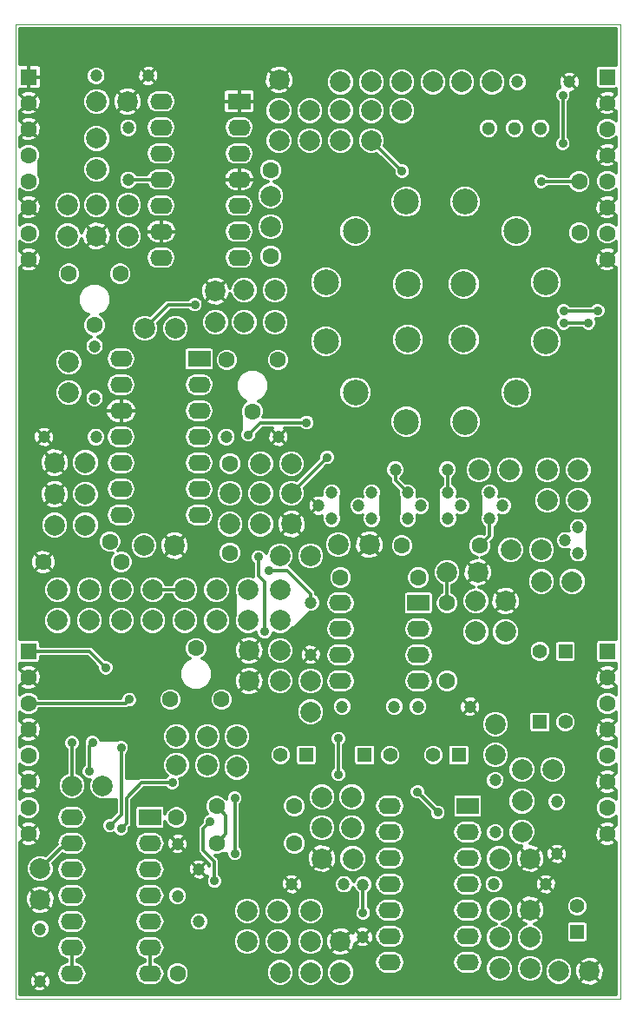
<source format=gtl>
G04 #@! TF.GenerationSoftware,KiCad,Pcbnew,(5.0.0-rc2-dev)*
G04 #@! TF.CreationDate,2020-06-18T08:20:37+03:00*
G04 #@! TF.ProjectId,DIYVCO3M,44495956434F334D2E6B696361645F70,rev?*
G04 #@! TF.SameCoordinates,PX5e69ec0PY81b3200*
G04 #@! TF.FileFunction,Copper,L1,Top,Signal*
G04 #@! TF.FilePolarity,Positive*
%FSLAX46Y46*%
G04 Gerber Fmt 4.6, Leading zero omitted, Abs format (unit mm)*
G04 Created by KiCad (PCBNEW (5.0.0-rc2-dev)) date Thu Jun 18 08:20:37 2020*
%MOMM*%
%LPD*%
G01*
G04 APERTURE LIST*
%ADD10C,0.100000*%
%ADD11C,1.300000*%
%ADD12C,1.200000*%
%ADD13C,2.000000*%
%ADD14C,2.500000*%
%ADD15R,1.400000X1.400000*%
%ADD16C,1.400000*%
%ADD17R,2.200000X1.600000*%
%ADD18O,2.200000X1.600000*%
%ADD19C,1.600000*%
%ADD20R,1.600000X1.600000*%
%ADD21C,0.900000*%
%ADD22C,0.300000*%
%ADD23C,0.299000*%
G04 APERTURE END LIST*
D10*
X0Y95000000D02*
X0Y0D01*
X59000000Y95000000D02*
X0Y95000000D01*
X59000000Y0D02*
X59000000Y95000000D01*
X0Y0D02*
X59000000Y0D01*
D11*
X51240000Y84900000D03*
X48700000Y84900000D03*
X46160000Y84900000D03*
D12*
X46800000Y21340000D03*
X46800000Y16260000D03*
X38265000Y46830000D03*
X38265000Y49370000D03*
X39535000Y48100000D03*
X42165000Y46830000D03*
X42165000Y49370000D03*
X43435000Y48100000D03*
X34735000Y49370000D03*
X34735000Y46830000D03*
X33465000Y48100000D03*
X30835000Y49370000D03*
X30835000Y46830000D03*
X29565000Y48100000D03*
X46265000Y46830000D03*
X46265000Y49370000D03*
X47535000Y48100000D03*
X54900000Y46000000D03*
X54900000Y43460000D03*
X53630000Y44730000D03*
D13*
X3800000Y49200000D03*
X6800000Y49200000D03*
X6800000Y46200000D03*
X3800000Y46200000D03*
X3800000Y52300000D03*
X6800000Y52300000D03*
X22700000Y36900000D03*
X22700000Y39900000D03*
X19600000Y36900000D03*
X19600000Y39900000D03*
X34700000Y86600000D03*
X37700000Y86600000D03*
X31700000Y89400000D03*
X34700000Y89400000D03*
X28700000Y86600000D03*
X31700000Y86600000D03*
X25700000Y83700000D03*
X28700000Y83700000D03*
X25700000Y89600000D03*
X25700000Y86600000D03*
X45100000Y41600000D03*
X42100000Y41600000D03*
X2400000Y9700000D03*
X2400000Y12700000D03*
X8500000Y20800000D03*
X5500000Y20800000D03*
X18700000Y25600000D03*
X15700000Y25600000D03*
X15700000Y22800000D03*
X18700000Y22800000D03*
X21600000Y22600000D03*
X21600000Y25600000D03*
X47800000Y38800000D03*
X47800000Y35800000D03*
X15500000Y44200000D03*
X12500000Y44200000D03*
X44900000Y35800000D03*
X44900000Y38800000D03*
X16500000Y36900000D03*
X16500000Y39900000D03*
X13400000Y36900000D03*
X13400000Y39900000D03*
X4100000Y36900000D03*
X4100000Y39900000D03*
X7200000Y36900000D03*
X7200000Y39900000D03*
X10300000Y36900000D03*
X10300000Y39900000D03*
X28800000Y28000000D03*
X28800000Y31000000D03*
X7900000Y74400000D03*
X7900000Y77400000D03*
X5100000Y77400000D03*
X5100000Y74400000D03*
X7900000Y83900000D03*
X7900000Y80900000D03*
X22800000Y31000000D03*
X25800000Y31000000D03*
X10900000Y87500000D03*
X7900000Y87500000D03*
X22800000Y34000000D03*
X25800000Y34000000D03*
X25800000Y36900000D03*
X25800000Y39900000D03*
X11000000Y74400000D03*
X11000000Y77400000D03*
X19500000Y69000000D03*
X19500000Y66000000D03*
X22300000Y66000000D03*
X25300000Y66000000D03*
X5200000Y59100000D03*
X5200000Y62100000D03*
X15600000Y65400000D03*
X12600000Y65400000D03*
X22300000Y69100000D03*
X25300000Y69100000D03*
X50200000Y8700000D03*
X47200000Y8700000D03*
X24900000Y78300000D03*
X24900000Y75300000D03*
X50200000Y13700000D03*
X47200000Y13700000D03*
X47200000Y6000000D03*
X47200000Y3000000D03*
X46800000Y26800000D03*
X46800000Y23800000D03*
X49400000Y16300000D03*
X49400000Y19300000D03*
X37700000Y89400000D03*
X40700000Y89400000D03*
X52400000Y22400000D03*
X49400000Y22400000D03*
X28800000Y5600000D03*
X28800000Y8600000D03*
X22600000Y5600000D03*
X25600000Y5600000D03*
X31700000Y5600000D03*
X31700000Y2600000D03*
X29900000Y16700000D03*
X29900000Y19700000D03*
X43500000Y89400000D03*
X46500000Y89400000D03*
X28800000Y2600000D03*
X25800000Y2600000D03*
X26900000Y52200000D03*
X23900000Y52200000D03*
X50200000Y3000000D03*
X50200000Y6000000D03*
X29900000Y13700000D03*
X32900000Y13700000D03*
X56000000Y2700000D03*
X53000000Y2700000D03*
X20900000Y49300000D03*
X20900000Y46300000D03*
X28800000Y43200000D03*
X25800000Y43200000D03*
X34500000Y44300000D03*
X31500000Y44300000D03*
X26900000Y46300000D03*
X23900000Y46300000D03*
X23900000Y49300000D03*
X26900000Y49300000D03*
X48200000Y51600000D03*
X45200000Y51600000D03*
X51900000Y48600000D03*
X54900000Y48600000D03*
X54900000Y51600000D03*
X51900000Y51600000D03*
X54300000Y40700000D03*
X51300000Y40700000D03*
X51300000Y43800000D03*
X48300000Y43800000D03*
X22600000Y8600000D03*
X25600000Y8600000D03*
X31700000Y83700000D03*
X34700000Y83700000D03*
X32800000Y19700000D03*
X32800000Y16700000D03*
D14*
X43722000Y64278000D03*
X43722000Y69722000D03*
X38278000Y69722000D03*
X38278000Y64278000D03*
X43873000Y56278000D03*
X48849000Y59151000D03*
X51722000Y64127000D03*
X51722000Y69873000D03*
X48849000Y74849000D03*
X43873000Y77722000D03*
X38127000Y77722000D03*
X33151000Y74849000D03*
X30278000Y69873000D03*
X30278000Y64127000D03*
X33151000Y59151000D03*
X38127000Y56278000D03*
D15*
X53650000Y33900000D03*
D16*
X51150000Y33900000D03*
D12*
X15800000Y10060000D03*
X15800000Y15140000D03*
X2400000Y1760000D03*
X2400000Y6840000D03*
X25640000Y54800000D03*
X20560000Y54800000D03*
X7840000Y54800000D03*
X2760000Y54800000D03*
X46660000Y11200000D03*
X51740000Y11200000D03*
X33900000Y6060000D03*
X33900000Y11140000D03*
X28800000Y33560000D03*
X28800000Y38640000D03*
X39260000Y28500000D03*
X44340000Y28500000D03*
X36940000Y28500000D03*
X31860000Y28500000D03*
X12940000Y90000000D03*
X7860000Y90000000D03*
X11000000Y84940000D03*
X11000000Y79860000D03*
X7700000Y63640000D03*
X7700000Y58560000D03*
X52800000Y14160000D03*
X52800000Y19240000D03*
D16*
X40750000Y23800000D03*
D15*
X43250000Y23800000D03*
D12*
X37060000Y51600000D03*
X42140000Y51600000D03*
X32040000Y11200000D03*
X26960000Y11200000D03*
D16*
X36550000Y23800000D03*
D15*
X34050000Y23800000D03*
X51150000Y27000000D03*
D16*
X53650000Y27000000D03*
X54800000Y9050000D03*
D15*
X54800000Y6550000D03*
X28350000Y23800000D03*
D16*
X25850000Y23800000D03*
D17*
X13110000Y17720000D03*
D18*
X13110000Y15180000D03*
X13110000Y12640000D03*
X13110000Y10100000D03*
X13110000Y7560000D03*
X13110000Y5020000D03*
X13110000Y2480000D03*
X5490000Y2480000D03*
X5490000Y5020000D03*
X5490000Y7560000D03*
X5490000Y10100000D03*
X5490000Y12640000D03*
X5490000Y15180000D03*
X5490000Y17720000D03*
D17*
X17910000Y62420000D03*
D18*
X17910000Y59880000D03*
X17910000Y57340000D03*
X17910000Y54800000D03*
X17910000Y52260000D03*
X17910000Y49720000D03*
X17910000Y47180000D03*
X10290000Y47180000D03*
X10290000Y49720000D03*
X10290000Y52260000D03*
X10290000Y54800000D03*
X10290000Y57340000D03*
X10290000Y59880000D03*
X10290000Y62420000D03*
X36490000Y18820000D03*
X36490000Y16280000D03*
X36490000Y13740000D03*
X36490000Y11200000D03*
X36490000Y8660000D03*
X36490000Y6120000D03*
X36490000Y3580000D03*
X44110000Y3580000D03*
X44110000Y6120000D03*
X44110000Y8660000D03*
X44110000Y11200000D03*
X44110000Y13740000D03*
X44110000Y16280000D03*
D17*
X44110000Y18820000D03*
D19*
X15800000Y2500000D03*
X9200000Y44600000D03*
X24900000Y80800000D03*
X24900000Y72400000D03*
X20900000Y52200000D03*
X20900000Y43500000D03*
X39300000Y41100000D03*
X31700000Y41100000D03*
X42100000Y38600000D03*
X42100000Y31000000D03*
X45300000Y44200000D03*
X37700000Y44200000D03*
X19600000Y18800000D03*
X27200000Y18800000D03*
X19600000Y15200000D03*
X27200000Y15200000D03*
D17*
X21810000Y87520000D03*
D18*
X21810000Y84980000D03*
X21810000Y82440000D03*
X21810000Y79900000D03*
X21810000Y77360000D03*
X21810000Y74820000D03*
X21810000Y72280000D03*
X14190000Y72280000D03*
X14190000Y74820000D03*
X14190000Y77360000D03*
X14190000Y79900000D03*
X14190000Y82440000D03*
X14190000Y84980000D03*
X14190000Y87520000D03*
D19*
X1250000Y87350000D03*
D20*
X1250000Y89890000D03*
D19*
X1250000Y84810000D03*
X1250000Y82270000D03*
X1250000Y79730000D03*
X1250000Y77190000D03*
X1250000Y74650000D03*
X1250000Y72110000D03*
X57750000Y31350000D03*
D20*
X57750000Y33890000D03*
D19*
X57750000Y28810000D03*
X57750000Y26270000D03*
X57750000Y23730000D03*
X57750000Y21190000D03*
X57750000Y18650000D03*
X57750000Y16110000D03*
X57750000Y72110000D03*
X57750000Y74650000D03*
X57750000Y77190000D03*
X57750000Y79730000D03*
X57750000Y82270000D03*
X57750000Y84810000D03*
D20*
X57750000Y89890000D03*
D19*
X57750000Y87350000D03*
X1250000Y16110000D03*
X1250000Y18650000D03*
X1250000Y21190000D03*
X1250000Y23730000D03*
X1250000Y26270000D03*
X1250000Y28810000D03*
D20*
X1250000Y33890000D03*
D19*
X1250000Y31350000D03*
D12*
X17900000Y7560000D03*
X17900000Y12640000D03*
D19*
X15700000Y17700000D03*
X55000000Y79700000D03*
X55000000Y74700000D03*
X2700000Y42600000D03*
X10300000Y42600000D03*
D12*
X48960000Y89400000D03*
X54040000Y89400000D03*
D17*
X39310000Y38610000D03*
D18*
X39310000Y36070000D03*
X39310000Y33530000D03*
X39310000Y30990000D03*
X31690000Y30990000D03*
X31690000Y33530000D03*
X31690000Y36070000D03*
X31690000Y38610000D03*
D19*
X17600000Y34200000D03*
X20100000Y29200000D03*
X15100000Y29200000D03*
X7700000Y65700000D03*
X5200000Y70700000D03*
X10200000Y70700000D03*
X23100000Y57300000D03*
X20600000Y62300000D03*
X25600000Y62300000D03*
D21*
X26700000Y29200000D03*
X54600000Y82000000D03*
X26200000Y79700000D03*
X16500000Y78000000D03*
X20500000Y76100000D03*
X23600000Y73600000D03*
X26100000Y71100000D03*
X15600000Y57200000D03*
X27400000Y61900000D03*
X30400000Y57000000D03*
X31800000Y62000000D03*
X29600000Y66900000D03*
X32600000Y72000000D03*
X48000000Y79300000D03*
X34300000Y77200000D03*
X31900000Y76600000D03*
X24000000Y85100000D03*
X28900000Y77800000D03*
X21800000Y89900000D03*
X29800000Y90100000D03*
X26100000Y93200000D03*
X39400000Y93200000D03*
X49300000Y93200000D03*
X57900000Y93000000D03*
X50600000Y88800000D03*
X54500000Y87300000D03*
X47900000Y86400000D03*
X39200000Y88200000D03*
X39500000Y84800000D03*
X49800000Y83200000D03*
X41500000Y73900000D03*
X37200000Y75200000D03*
X47500000Y72100000D03*
X47800000Y65200000D03*
X38000000Y67200000D03*
X41900000Y59300000D03*
X39400000Y61500000D03*
X34500000Y57500000D03*
X35800000Y55300000D03*
X28800000Y54000000D03*
X50200000Y66400000D03*
X48900000Y62000000D03*
X45000000Y58200000D03*
X52100000Y55700000D03*
X53000000Y61900000D03*
X56300000Y68500000D03*
X57800000Y59800000D03*
X57800000Y49200000D03*
X57900000Y35800000D03*
X56000000Y42200000D03*
X53300000Y43000000D03*
X49900000Y42300000D03*
X53700000Y35800000D03*
X52500000Y31400000D03*
X51200000Y37500000D03*
X49800000Y35500000D03*
X50100000Y32300000D03*
X43000000Y33900000D03*
X38100000Y29400000D03*
X41900000Y35700000D03*
X40900000Y37300000D03*
X37700000Y40100000D03*
X28300000Y41400000D03*
X30100000Y37100000D03*
X33800000Y40200000D03*
X35800000Y41400000D03*
X34000000Y37300000D03*
X35800000Y35600000D03*
X35100000Y30900000D03*
X34000000Y25700000D03*
X57600000Y7200000D03*
X56500000Y13300000D03*
X51300000Y17800000D03*
X54300000Y22800000D03*
X55000000Y25700000D03*
X53500000Y28800000D03*
X42000000Y26100000D03*
X49300000Y26700000D03*
X45000000Y22400000D03*
X46200000Y19800000D03*
X42400000Y15000000D03*
X53000000Y8000000D03*
X51900000Y4600000D03*
X51300000Y1100000D03*
X41800000Y2400000D03*
X34800000Y2400000D03*
X38800000Y4900000D03*
X42200000Y5100000D03*
X39000000Y8600000D03*
X41700000Y11400000D03*
X39100000Y11400000D03*
X40200000Y16800000D03*
X38000000Y17600000D03*
X39200000Y22100000D03*
X27000000Y22400000D03*
X23000000Y28800000D03*
X27100000Y25300000D03*
X22900000Y19600000D03*
X31400000Y18300000D03*
X34500000Y17900000D03*
X34300000Y15100000D03*
X24500000Y16500000D03*
X28000000Y900000D03*
X23600000Y2400000D03*
X19400000Y2500000D03*
X17300000Y1200000D03*
X10600000Y2300000D03*
X7000000Y1000000D03*
X10400000Y8200000D03*
X19600000Y9800000D03*
X15600000Y6200000D03*
X15700000Y13100000D03*
X11500000Y11300000D03*
X6900000Y19400000D03*
X4100000Y22600000D03*
X10000000Y31300000D03*
X12400000Y30200000D03*
X900000Y35600000D03*
X5600000Y38200000D03*
X8800000Y38300000D03*
X12000000Y38300000D03*
X10700000Y44300000D03*
X11900000Y41700000D03*
X8200000Y42600000D03*
X8400000Y47800000D03*
X8400000Y51100000D03*
X13300000Y52800000D03*
X5000000Y57100000D03*
X1100000Y57900000D03*
X9200000Y64000000D03*
X13700000Y60000000D03*
X11200000Y66600000D03*
X1300000Y67300000D03*
X13000000Y68800000D03*
X12000000Y72300000D03*
X15300000Y70600000D03*
X17700000Y71900000D03*
X9400000Y79400000D03*
X18000000Y74900000D03*
X18000000Y81400000D03*
X17500000Y89100000D03*
X12900000Y92300000D03*
X5500000Y83600000D03*
X11700000Y19200000D03*
X1500000Y93700000D03*
X2400000Y38200000D03*
X5600000Y35900000D03*
X8700000Y35700000D03*
X11700000Y35600000D03*
X13300000Y34000000D03*
X11400000Y26700000D03*
X20200000Y13700000D03*
X39200000Y20200000D03*
X41200000Y18200000D03*
X19400000Y11500000D03*
X19000000Y17300000D03*
X31500000Y21900000D03*
X31500000Y25400000D03*
X24700000Y41800000D03*
X55900000Y65900000D03*
X53500000Y65900000D03*
X56800000Y67100000D03*
X53400000Y83400000D03*
X53500000Y67100000D03*
X53400000Y88100000D03*
X17500000Y67700000D03*
X33900000Y8400000D03*
X23700000Y43100000D03*
X24300000Y35800000D03*
X21400000Y19600000D03*
X21400000Y14200000D03*
X51300000Y79700000D03*
X30400000Y52800000D03*
X9200000Y16900000D03*
X10300000Y24500000D03*
X7200000Y22200000D03*
X7500000Y25000000D03*
X11100000Y29200000D03*
X8800000Y32300000D03*
X5500000Y25000000D03*
X22700000Y55000000D03*
X28400000Y56200000D03*
X15300000Y21100000D03*
X10300000Y16600000D03*
X37700000Y80700000D03*
D22*
X500000Y27020000D02*
X500000Y27400000D01*
X1250000Y26270000D02*
X500000Y27020000D01*
X454010Y25474010D02*
X1250000Y26270000D01*
X454010Y25474010D02*
X454010Y25100000D01*
X454010Y30554010D02*
X454010Y30000000D01*
X1250000Y31350000D02*
X454010Y30554010D01*
X454010Y32145990D02*
X454010Y32500000D01*
X1250000Y31350000D02*
X454010Y32145990D01*
X500000Y71360000D02*
X500000Y71000000D01*
X1250000Y72110000D02*
X500000Y71360000D01*
X454010Y86554010D02*
X454010Y86300000D01*
X1250000Y87350000D02*
X454010Y86554010D01*
X500000Y88100000D02*
X1250000Y87350000D01*
X1250000Y21190000D02*
X400000Y22040000D01*
X400000Y22040000D02*
X400000Y22200000D01*
X1250000Y21190000D02*
X500000Y20440000D01*
X500000Y20440000D02*
X500000Y20200000D01*
X1250000Y16110000D02*
X500000Y15360000D01*
X500000Y15360000D02*
X500000Y15000000D01*
X1250000Y16110000D02*
X500000Y16860000D01*
X500000Y16860000D02*
X500000Y17200000D01*
X57750000Y16110000D02*
X58500000Y15360000D01*
X58500000Y15360000D02*
X58500000Y15000000D01*
X57750000Y16110000D02*
X58500000Y16860000D01*
X58500000Y16860000D02*
X58500000Y17200000D01*
X57750000Y21190000D02*
X58600000Y20340000D01*
X58600000Y20340000D02*
X58600000Y20200000D01*
X57750000Y21190000D02*
X58600000Y22040000D01*
X58600000Y22040000D02*
X58600000Y22200000D01*
X57750000Y26270000D02*
X58600000Y25420000D01*
X58600000Y25420000D02*
X58600000Y25300000D01*
X57750000Y26270000D02*
X58600000Y27120000D01*
X58600000Y27120000D02*
X58600000Y27300000D01*
X57750000Y31350000D02*
X58600000Y30500000D01*
X58600000Y30500000D02*
X58600000Y30300000D01*
X57750000Y31350000D02*
X58600000Y32200000D01*
X58600000Y32200000D02*
X58600000Y32300000D01*
X57750000Y72110000D02*
X58600000Y71260000D01*
X58600000Y71260000D02*
X58600000Y71100000D01*
X57750000Y72110000D02*
X58500000Y72860000D01*
X58500000Y72860000D02*
X58500000Y73100000D01*
X57750000Y77190000D02*
X58500000Y76440000D01*
X58500000Y76440000D02*
X58500000Y76200000D01*
X57750000Y77190000D02*
X58500000Y77940000D01*
X58500000Y77940000D02*
X58500000Y78200000D01*
X57750000Y82270000D02*
X58600000Y81420000D01*
X58600000Y81420000D02*
X58600000Y81100000D01*
X57750000Y82270000D02*
X58500000Y83020000D01*
X58500000Y83020000D02*
X58500000Y83400000D01*
X57750000Y87350000D02*
X58600000Y86500000D01*
X58600000Y86500000D02*
X58600000Y86300000D01*
X57750000Y87350000D02*
X58500000Y88100000D01*
X58500000Y88100000D02*
X58500000Y88400000D01*
X1250000Y84810000D02*
X500000Y85560000D01*
X500000Y85560000D02*
X500000Y85900000D01*
X1250000Y84810000D02*
X500000Y84060000D01*
X500000Y84060000D02*
X500000Y83800000D01*
X1250000Y77190000D02*
X500000Y77940000D01*
X500000Y77940000D02*
X500000Y78200000D01*
X1250000Y77190000D02*
X500000Y76440000D01*
X500000Y76440000D02*
X500000Y76200000D01*
X1250000Y72110000D02*
X500000Y72860000D01*
X500000Y72860000D02*
X500000Y73100000D01*
X1500000Y93700000D02*
X8900000Y93700000D01*
X11700000Y35600000D02*
X13300000Y34000000D01*
X26500000Y41800000D02*
X28800000Y39500000D01*
X24700000Y41800000D02*
X26500000Y41800000D01*
X28800000Y39500000D02*
X28800000Y38640000D01*
X41200000Y18200000D02*
X39200000Y20200000D01*
X19400000Y13400000D02*
X19400000Y11500000D01*
X18300000Y14500000D02*
X19400000Y13400000D01*
X18300000Y16600000D02*
X18300000Y14500000D01*
X19000000Y17300000D02*
X18300000Y16600000D01*
X31500000Y25400000D02*
X31500000Y21900000D01*
X53500000Y65900000D02*
X55900000Y65900000D01*
X53500000Y67100000D02*
X56800000Y67100000D01*
X53400000Y83400000D02*
X53400000Y88100000D01*
X14900000Y67700000D02*
X17500000Y67700000D01*
X12600000Y65400000D02*
X14900000Y67700000D01*
X33900000Y11140000D02*
X33900000Y8400000D01*
X24300000Y40700000D02*
X23700000Y41300000D01*
X24300000Y35800000D02*
X24300000Y40700000D01*
X23700000Y41300000D02*
X23700000Y43100000D01*
X42100000Y38600000D02*
X42100000Y41600000D01*
X21400000Y14200000D02*
X21400000Y19600000D01*
X38265000Y49370000D02*
X37060000Y50575000D01*
X37060000Y50575000D02*
X37060000Y51600000D01*
X51300000Y79700000D02*
X55000000Y79700000D01*
X30400000Y52800000D02*
X26900000Y49300000D01*
X42165000Y49370000D02*
X42165000Y51575000D01*
X42165000Y51575000D02*
X42140000Y51600000D01*
X9200000Y16900000D02*
X10300000Y18000000D01*
X10300000Y18000000D02*
X10300000Y24500000D01*
X13110000Y5020000D02*
X13110000Y2480000D01*
X5490000Y5020000D02*
X5490000Y2480000D01*
X7200000Y24700000D02*
X7500000Y25000000D01*
X7200000Y22200000D02*
X7200000Y24700000D01*
X45300000Y44200000D02*
X46265000Y45165000D01*
X46265000Y45165000D02*
X46265000Y46830000D01*
X4880000Y15180000D02*
X5490000Y15180000D01*
X2400000Y12700000D02*
X4880000Y15180000D01*
X14150000Y79860000D02*
X14190000Y79900000D01*
X11000000Y79860000D02*
X14150000Y79860000D01*
X1250000Y28810000D02*
X8910000Y28810000D01*
X10710000Y28810000D02*
X11100000Y29200000D01*
X8910000Y28810000D02*
X10710000Y28810000D01*
X7210000Y33890000D02*
X8800000Y32300000D01*
X1250000Y33890000D02*
X7210000Y33890000D01*
X13400000Y39900000D02*
X16500000Y39900000D01*
X20500000Y16100000D02*
X20500000Y17900000D01*
X20500000Y17900000D02*
X19600000Y18800000D01*
X19600000Y15200000D02*
X20500000Y16100000D01*
X5500000Y25000000D02*
X5500000Y20800000D01*
X23900000Y56200000D02*
X22700000Y55000000D01*
X28400000Y56200000D02*
X23900000Y56200000D01*
X12300000Y21100000D02*
X15300000Y21100000D01*
X10820010Y19620010D02*
X12300000Y21100000D01*
X10820010Y17120010D02*
X10820010Y19620010D01*
X10300000Y16600000D02*
X10820010Y17120010D01*
X34700000Y83700000D02*
X37700000Y80700000D01*
D23*
G36*
X58580501Y91060671D02*
X58550000Y91066738D01*
X56950000Y91066738D01*
X56805829Y91038061D01*
X56683606Y90956394D01*
X56601939Y90834171D01*
X56573262Y90690000D01*
X56573262Y89090000D01*
X56601939Y88945829D01*
X56683606Y88823606D01*
X56805829Y88741939D01*
X56950000Y88713262D01*
X58550000Y88713262D01*
X58580501Y88719329D01*
X58580501Y88181211D01*
X58571024Y88171734D01*
X58498422Y88380965D01*
X58046918Y88588895D01*
X57550212Y88608215D01*
X57083922Y88435984D01*
X57001578Y88380965D01*
X56928975Y88171732D01*
X57750000Y87350707D01*
X57764143Y87364849D01*
X57764850Y87364142D01*
X57750707Y87350000D01*
X57764850Y87335857D01*
X57764143Y87335150D01*
X57750000Y87349293D01*
X56928975Y86528268D01*
X57001578Y86319035D01*
X57453082Y86111105D01*
X57949788Y86091785D01*
X58416078Y86264016D01*
X58498422Y86319035D01*
X58571024Y86528266D01*
X58580501Y86518789D01*
X58580501Y85633422D01*
X58412469Y85801454D01*
X57982628Y85979500D01*
X57517372Y85979500D01*
X57087531Y85801454D01*
X56758546Y85472469D01*
X56580500Y85042628D01*
X56580500Y84577372D01*
X56758546Y84147531D01*
X57087531Y83818546D01*
X57517372Y83640500D01*
X57982628Y83640500D01*
X58412469Y83818546D01*
X58580501Y83986578D01*
X58580501Y83101211D01*
X58571024Y83091734D01*
X58498422Y83300965D01*
X58046918Y83508895D01*
X57550212Y83528215D01*
X57083922Y83355984D01*
X57001578Y83300965D01*
X56928975Y83091732D01*
X57750000Y82270707D01*
X57764143Y82284849D01*
X57764850Y82284142D01*
X57750707Y82270000D01*
X57764850Y82255857D01*
X57764143Y82255150D01*
X57750000Y82269293D01*
X56928975Y81448268D01*
X57001578Y81239035D01*
X57453082Y81031105D01*
X57949788Y81011785D01*
X58416078Y81184016D01*
X58498422Y81239035D01*
X58571024Y81448266D01*
X58580501Y81438789D01*
X58580501Y80553422D01*
X58412469Y80721454D01*
X57982628Y80899500D01*
X57517372Y80899500D01*
X57087531Y80721454D01*
X56758546Y80392469D01*
X56580500Y79962628D01*
X56580500Y79497372D01*
X56758546Y79067531D01*
X57087531Y78738546D01*
X57517372Y78560500D01*
X57982628Y78560500D01*
X58412469Y78738546D01*
X58580501Y78906578D01*
X58580501Y78021211D01*
X58571024Y78011734D01*
X58498422Y78220965D01*
X58046918Y78428895D01*
X57550212Y78448215D01*
X57083922Y78275984D01*
X57001578Y78220965D01*
X56928975Y78011732D01*
X57750000Y77190707D01*
X57764143Y77204849D01*
X57764850Y77204142D01*
X57750707Y77190000D01*
X57764850Y77175857D01*
X57764143Y77175150D01*
X57750000Y77189293D01*
X56928975Y76368268D01*
X57001578Y76159035D01*
X57453082Y75951105D01*
X57949788Y75931785D01*
X58416078Y76104016D01*
X58498422Y76159035D01*
X58571024Y76368266D01*
X58580501Y76358789D01*
X58580501Y75473422D01*
X58412469Y75641454D01*
X57982628Y75819500D01*
X57517372Y75819500D01*
X57087531Y75641454D01*
X56758546Y75312469D01*
X56580500Y74882628D01*
X56580500Y74417372D01*
X56758546Y73987531D01*
X57087531Y73658546D01*
X57517372Y73480500D01*
X57982628Y73480500D01*
X58412469Y73658546D01*
X58580501Y73826578D01*
X58580501Y72941211D01*
X58571024Y72931734D01*
X58498422Y73140965D01*
X58046918Y73348895D01*
X57550212Y73368215D01*
X57083922Y73195984D01*
X57001578Y73140965D01*
X56928975Y72931732D01*
X57750000Y72110707D01*
X57764143Y72124849D01*
X57764850Y72124142D01*
X57750707Y72110000D01*
X57764850Y72095857D01*
X57764143Y72095150D01*
X57750000Y72109293D01*
X56928975Y71288268D01*
X57001578Y71079035D01*
X57453082Y70871105D01*
X57949788Y70851785D01*
X58416078Y71024016D01*
X58498422Y71079035D01*
X58571024Y71288266D01*
X58580501Y71278789D01*
X58580500Y35060671D01*
X58550000Y35066738D01*
X56950000Y35066738D01*
X56805829Y35038061D01*
X56683606Y34956394D01*
X56601939Y34834171D01*
X56573262Y34690000D01*
X56573262Y33090000D01*
X56601939Y32945829D01*
X56683606Y32823606D01*
X56805829Y32741939D01*
X56950000Y32713262D01*
X58550000Y32713262D01*
X58580500Y32719329D01*
X58580500Y32181210D01*
X58571024Y32171734D01*
X58498422Y32380965D01*
X58046918Y32588895D01*
X57550212Y32608215D01*
X57083922Y32435984D01*
X57001578Y32380965D01*
X56928975Y32171732D01*
X57750000Y31350707D01*
X57764143Y31364849D01*
X57764850Y31364142D01*
X57750707Y31350000D01*
X57764850Y31335857D01*
X57764143Y31335150D01*
X57750000Y31349293D01*
X56928975Y30528268D01*
X57001578Y30319035D01*
X57453082Y30111105D01*
X57949788Y30091785D01*
X58416078Y30264016D01*
X58498422Y30319035D01*
X58571024Y30528266D01*
X58580500Y30518790D01*
X58580500Y29633423D01*
X58412469Y29801454D01*
X57982628Y29979500D01*
X57517372Y29979500D01*
X57087531Y29801454D01*
X56758546Y29472469D01*
X56580500Y29042628D01*
X56580500Y28577372D01*
X56758546Y28147531D01*
X57087531Y27818546D01*
X57517372Y27640500D01*
X57982628Y27640500D01*
X58412469Y27818546D01*
X58580500Y27986577D01*
X58580500Y27101210D01*
X58571024Y27091734D01*
X58498422Y27300965D01*
X58046918Y27508895D01*
X57550212Y27528215D01*
X57083922Y27355984D01*
X57001578Y27300965D01*
X56928975Y27091732D01*
X57750000Y26270707D01*
X57764143Y26284849D01*
X57764850Y26284142D01*
X57750707Y26270000D01*
X57764850Y26255857D01*
X57764143Y26255150D01*
X57750000Y26269293D01*
X56928975Y25448268D01*
X57001578Y25239035D01*
X57453082Y25031105D01*
X57949788Y25011785D01*
X58416078Y25184016D01*
X58498422Y25239035D01*
X58571024Y25448266D01*
X58580500Y25438790D01*
X58580500Y24553423D01*
X58412469Y24721454D01*
X57982628Y24899500D01*
X57517372Y24899500D01*
X57087531Y24721454D01*
X56758546Y24392469D01*
X56580500Y23962628D01*
X56580500Y23497372D01*
X56758546Y23067531D01*
X57087531Y22738546D01*
X57517372Y22560500D01*
X57982628Y22560500D01*
X58412469Y22738546D01*
X58580500Y22906577D01*
X58580500Y22021210D01*
X58571024Y22011734D01*
X58498422Y22220965D01*
X58046918Y22428895D01*
X57550212Y22448215D01*
X57083922Y22275984D01*
X57001578Y22220965D01*
X56928975Y22011732D01*
X57750000Y21190707D01*
X57764143Y21204849D01*
X57764850Y21204142D01*
X57750707Y21190000D01*
X57764850Y21175857D01*
X57764143Y21175150D01*
X57750000Y21189293D01*
X56928975Y20368268D01*
X57001578Y20159035D01*
X57453082Y19951105D01*
X57949788Y19931785D01*
X58416078Y20104016D01*
X58498422Y20159035D01*
X58571024Y20368266D01*
X58580500Y20358790D01*
X58580500Y19473423D01*
X58412469Y19641454D01*
X57982628Y19819500D01*
X57517372Y19819500D01*
X57087531Y19641454D01*
X56758546Y19312469D01*
X56580500Y18882628D01*
X56580500Y18417372D01*
X56758546Y17987531D01*
X57087531Y17658546D01*
X57517372Y17480500D01*
X57982628Y17480500D01*
X58412469Y17658546D01*
X58580500Y17826577D01*
X58580500Y16941210D01*
X58571024Y16931734D01*
X58498422Y17140965D01*
X58046918Y17348895D01*
X57550212Y17368215D01*
X57083922Y17195984D01*
X57001578Y17140965D01*
X56928975Y16931732D01*
X57750000Y16110707D01*
X57764143Y16124849D01*
X57764850Y16124142D01*
X57750707Y16110000D01*
X57764850Y16095857D01*
X57764143Y16095150D01*
X57750000Y16109293D01*
X56928975Y15288268D01*
X57001578Y15079035D01*
X57453082Y14871105D01*
X57949788Y14851785D01*
X58416078Y15024016D01*
X58498422Y15079035D01*
X58571024Y15288266D01*
X58580500Y15278790D01*
X58580500Y419500D01*
X419500Y419500D01*
X419500Y1082460D01*
X1723167Y1082460D01*
X1771438Y894008D01*
X2150685Y719388D01*
X2567888Y703191D01*
X2959532Y847883D01*
X3028562Y894008D01*
X3076833Y1082460D01*
X2400000Y1759293D01*
X1723167Y1082460D01*
X419500Y1082460D01*
X419500Y1592112D01*
X1343191Y1592112D01*
X1487883Y1200468D01*
X1534008Y1131438D01*
X1722460Y1083167D01*
X2399293Y1760000D01*
X2400707Y1760000D01*
X3077540Y1083167D01*
X3265992Y1131438D01*
X3440612Y1510685D01*
X3456809Y1927888D01*
X3312117Y2319532D01*
X3265992Y2388562D01*
X3077540Y2436833D01*
X2400707Y1760000D01*
X2399293Y1760000D01*
X1722460Y2436833D01*
X1534008Y2388562D01*
X1359388Y2009315D01*
X1343191Y1592112D01*
X419500Y1592112D01*
X419500Y2437540D01*
X1723167Y2437540D01*
X2400000Y1760707D01*
X3076833Y2437540D01*
X3028562Y2625992D01*
X2649315Y2800612D01*
X2232112Y2816809D01*
X1840468Y2672117D01*
X1771438Y2625992D01*
X1723167Y2437540D01*
X419500Y2437540D01*
X419500Y5020000D01*
X3997589Y5020000D01*
X4088356Y4563684D01*
X4346838Y4176838D01*
X4733684Y3918356D01*
X4970500Y3871250D01*
X4970501Y3628750D01*
X4733684Y3581644D01*
X4346838Y3323162D01*
X4088356Y2936316D01*
X3997589Y2480000D01*
X4088356Y2023684D01*
X4346838Y1636838D01*
X4733684Y1378356D01*
X5074819Y1310500D01*
X5905181Y1310500D01*
X6246316Y1378356D01*
X6633162Y1636838D01*
X6891644Y2023684D01*
X6982411Y2480000D01*
X6891644Y2936316D01*
X6633162Y3323162D01*
X6246316Y3581644D01*
X6009500Y3628750D01*
X6009500Y3871250D01*
X6246316Y3918356D01*
X6633162Y4176838D01*
X6891644Y4563684D01*
X6982411Y5020000D01*
X11617589Y5020000D01*
X11708356Y4563684D01*
X11966838Y4176838D01*
X12353684Y3918356D01*
X12590500Y3871250D01*
X12590501Y3628750D01*
X12353684Y3581644D01*
X11966838Y3323162D01*
X11708356Y2936316D01*
X11617589Y2480000D01*
X11708356Y2023684D01*
X11966838Y1636838D01*
X12353684Y1378356D01*
X12694819Y1310500D01*
X13525181Y1310500D01*
X13866316Y1378356D01*
X14253162Y1636838D01*
X14511644Y2023684D01*
X14602411Y2480000D01*
X14552161Y2732628D01*
X14630500Y2732628D01*
X14630500Y2267372D01*
X14808546Y1837531D01*
X15137531Y1508546D01*
X15567372Y1330500D01*
X16032628Y1330500D01*
X16462469Y1508546D01*
X16791454Y1837531D01*
X16969500Y2267372D01*
X16969500Y2732628D01*
X16911601Y2872410D01*
X24430500Y2872410D01*
X24430500Y2327590D01*
X24638994Y1824241D01*
X25024241Y1438994D01*
X25527590Y1230500D01*
X26072410Y1230500D01*
X26575759Y1438994D01*
X26961006Y1824241D01*
X27169500Y2327590D01*
X27169500Y2872410D01*
X27430500Y2872410D01*
X27430500Y2327590D01*
X27638994Y1824241D01*
X28024241Y1438994D01*
X28527590Y1230500D01*
X29072410Y1230500D01*
X29575759Y1438994D01*
X29961006Y1824241D01*
X30169500Y2327590D01*
X30169500Y2872410D01*
X30330500Y2872410D01*
X30330500Y2327590D01*
X30538994Y1824241D01*
X30924241Y1438994D01*
X31427590Y1230500D01*
X31972410Y1230500D01*
X32475759Y1438994D01*
X32861006Y1824241D01*
X33069500Y2327590D01*
X33069500Y2872410D01*
X32861006Y3375759D01*
X32656765Y3580000D01*
X34997589Y3580000D01*
X35088356Y3123684D01*
X35346838Y2736838D01*
X35733684Y2478356D01*
X36074819Y2410500D01*
X36905181Y2410500D01*
X37246316Y2478356D01*
X37633162Y2736838D01*
X37891644Y3123684D01*
X37982411Y3580000D01*
X42617589Y3580000D01*
X42708356Y3123684D01*
X42966838Y2736838D01*
X43353684Y2478356D01*
X43694819Y2410500D01*
X44525181Y2410500D01*
X44866316Y2478356D01*
X45253162Y2736838D01*
X45511644Y3123684D01*
X45541227Y3272410D01*
X45830500Y3272410D01*
X45830500Y2727590D01*
X46038994Y2224241D01*
X46424241Y1838994D01*
X46927590Y1630500D01*
X47472410Y1630500D01*
X47975759Y1838994D01*
X48361006Y2224241D01*
X48569500Y2727590D01*
X48569500Y3272410D01*
X48830500Y3272410D01*
X48830500Y2727590D01*
X49038994Y2224241D01*
X49424241Y1838994D01*
X49927590Y1630500D01*
X50472410Y1630500D01*
X50975759Y1838994D01*
X51361006Y2224241D01*
X51569500Y2727590D01*
X51569500Y2972410D01*
X51630500Y2972410D01*
X51630500Y2427590D01*
X51838994Y1924241D01*
X52224241Y1538994D01*
X52727590Y1330500D01*
X53272410Y1330500D01*
X53775759Y1538994D01*
X53970842Y1734077D01*
X55034784Y1734077D01*
X55131719Y1504063D01*
X55655478Y1262821D01*
X56231687Y1240377D01*
X56772624Y1440146D01*
X56868281Y1504063D01*
X56965216Y1734077D01*
X56000000Y2699293D01*
X55034784Y1734077D01*
X53970842Y1734077D01*
X54161006Y1924241D01*
X54369500Y2427590D01*
X54369500Y2468313D01*
X54540377Y2468313D01*
X54740146Y1927376D01*
X54804063Y1831719D01*
X55034077Y1734784D01*
X55999293Y2700000D01*
X56000707Y2700000D01*
X56965923Y1734784D01*
X57195937Y1831719D01*
X57437179Y2355478D01*
X57459623Y2931687D01*
X57259854Y3472624D01*
X57195937Y3568281D01*
X56965923Y3665216D01*
X56000707Y2700000D01*
X55999293Y2700000D01*
X55034077Y3665216D01*
X54804063Y3568281D01*
X54562821Y3044522D01*
X54540377Y2468313D01*
X54369500Y2468313D01*
X54369500Y2972410D01*
X54161006Y3475759D01*
X53970842Y3665923D01*
X55034784Y3665923D01*
X56000000Y2700707D01*
X56965216Y3665923D01*
X56868281Y3895937D01*
X56344522Y4137179D01*
X55768313Y4159623D01*
X55227376Y3959854D01*
X55131719Y3895937D01*
X55034784Y3665923D01*
X53970842Y3665923D01*
X53775759Y3861006D01*
X53272410Y4069500D01*
X52727590Y4069500D01*
X52224241Y3861006D01*
X51838994Y3475759D01*
X51630500Y2972410D01*
X51569500Y2972410D01*
X51569500Y3272410D01*
X51361006Y3775759D01*
X50975759Y4161006D01*
X50472410Y4369500D01*
X49927590Y4369500D01*
X49424241Y4161006D01*
X49038994Y3775759D01*
X48830500Y3272410D01*
X48569500Y3272410D01*
X48361006Y3775759D01*
X47975759Y4161006D01*
X47472410Y4369500D01*
X46927590Y4369500D01*
X46424241Y4161006D01*
X46038994Y3775759D01*
X45830500Y3272410D01*
X45541227Y3272410D01*
X45602411Y3580000D01*
X45511644Y4036316D01*
X45253162Y4423162D01*
X44866316Y4681644D01*
X44525181Y4749500D01*
X43694819Y4749500D01*
X43353684Y4681644D01*
X42966838Y4423162D01*
X42708356Y4036316D01*
X42617589Y3580000D01*
X37982411Y3580000D01*
X37891644Y4036316D01*
X37633162Y4423162D01*
X37246316Y4681644D01*
X36905181Y4749500D01*
X36074819Y4749500D01*
X35733684Y4681644D01*
X35346838Y4423162D01*
X35088356Y4036316D01*
X34997589Y3580000D01*
X32656765Y3580000D01*
X32475759Y3761006D01*
X31972410Y3969500D01*
X31427590Y3969500D01*
X30924241Y3761006D01*
X30538994Y3375759D01*
X30330500Y2872410D01*
X30169500Y2872410D01*
X29961006Y3375759D01*
X29575759Y3761006D01*
X29072410Y3969500D01*
X28527590Y3969500D01*
X28024241Y3761006D01*
X27638994Y3375759D01*
X27430500Y2872410D01*
X27169500Y2872410D01*
X26961006Y3375759D01*
X26575759Y3761006D01*
X26072410Y3969500D01*
X25527590Y3969500D01*
X25024241Y3761006D01*
X24638994Y3375759D01*
X24430500Y2872410D01*
X16911601Y2872410D01*
X16791454Y3162469D01*
X16462469Y3491454D01*
X16032628Y3669500D01*
X15567372Y3669500D01*
X15137531Y3491454D01*
X14808546Y3162469D01*
X14630500Y2732628D01*
X14552161Y2732628D01*
X14511644Y2936316D01*
X14253162Y3323162D01*
X13866316Y3581644D01*
X13629500Y3628750D01*
X13629500Y3871250D01*
X13866316Y3918356D01*
X14253162Y4176838D01*
X14511644Y4563684D01*
X14602411Y5020000D01*
X14511644Y5476316D01*
X14253162Y5863162D01*
X14239322Y5872410D01*
X21230500Y5872410D01*
X21230500Y5327590D01*
X21438994Y4824241D01*
X21824241Y4438994D01*
X22327590Y4230500D01*
X22872410Y4230500D01*
X23375759Y4438994D01*
X23761006Y4824241D01*
X23969500Y5327590D01*
X23969500Y5872410D01*
X24230500Y5872410D01*
X24230500Y5327590D01*
X24438994Y4824241D01*
X24824241Y4438994D01*
X25327590Y4230500D01*
X25872410Y4230500D01*
X26375759Y4438994D01*
X26761006Y4824241D01*
X26969500Y5327590D01*
X26969500Y5872410D01*
X27430500Y5872410D01*
X27430500Y5327590D01*
X27638994Y4824241D01*
X28024241Y4438994D01*
X28527590Y4230500D01*
X29072410Y4230500D01*
X29575759Y4438994D01*
X29770842Y4634077D01*
X30734784Y4634077D01*
X30831719Y4404063D01*
X31355478Y4162821D01*
X31931687Y4140377D01*
X32472624Y4340146D01*
X32568281Y4404063D01*
X32665216Y4634077D01*
X31700000Y5599293D01*
X30734784Y4634077D01*
X29770842Y4634077D01*
X29961006Y4824241D01*
X30169500Y5327590D01*
X30169500Y5368313D01*
X30240377Y5368313D01*
X30440146Y4827376D01*
X30504063Y4731719D01*
X30734077Y4634784D01*
X31699293Y5600000D01*
X31700707Y5600000D01*
X32665923Y4634784D01*
X32895937Y4731719D01*
X33137179Y5255478D01*
X33142125Y5382460D01*
X33223167Y5382460D01*
X33271438Y5194008D01*
X33650685Y5019388D01*
X34067888Y5003191D01*
X34459532Y5147883D01*
X34528562Y5194008D01*
X34576833Y5382460D01*
X33900000Y6059293D01*
X33223167Y5382460D01*
X33142125Y5382460D01*
X33142946Y5403534D01*
X33222460Y5383167D01*
X33899293Y6060000D01*
X33900707Y6060000D01*
X34577540Y5383167D01*
X34765992Y5431438D01*
X34940612Y5810685D01*
X34952620Y6120000D01*
X34997589Y6120000D01*
X35088356Y5663684D01*
X35346838Y5276838D01*
X35733684Y5018356D01*
X36074819Y4950500D01*
X36905181Y4950500D01*
X37246316Y5018356D01*
X37633162Y5276838D01*
X37891644Y5663684D01*
X37982411Y6120000D01*
X42617589Y6120000D01*
X42708356Y5663684D01*
X42966838Y5276838D01*
X43353684Y5018356D01*
X43694819Y4950500D01*
X44525181Y4950500D01*
X44866316Y5018356D01*
X45253162Y5276838D01*
X45511644Y5663684D01*
X45602411Y6120000D01*
X45511644Y6576316D01*
X45253162Y6963162D01*
X44866316Y7221644D01*
X44525181Y7289500D01*
X43694819Y7289500D01*
X43353684Y7221644D01*
X42966838Y6963162D01*
X42708356Y6576316D01*
X42617589Y6120000D01*
X37982411Y6120000D01*
X37891644Y6576316D01*
X37633162Y6963162D01*
X37246316Y7221644D01*
X36905181Y7289500D01*
X36074819Y7289500D01*
X35733684Y7221644D01*
X35346838Y6963162D01*
X35088356Y6576316D01*
X34997589Y6120000D01*
X34952620Y6120000D01*
X34956809Y6227888D01*
X34812117Y6619532D01*
X34765992Y6688562D01*
X34577540Y6736833D01*
X33900707Y6060000D01*
X33899293Y6060000D01*
X33222460Y6736833D01*
X33034008Y6688562D01*
X32917632Y6435812D01*
X32895937Y6468281D01*
X32665923Y6565216D01*
X31700707Y5600000D01*
X31699293Y5600000D01*
X30734077Y6565216D01*
X30504063Y6468281D01*
X30262821Y5944522D01*
X30240377Y5368313D01*
X30169500Y5368313D01*
X30169500Y5872410D01*
X29961006Y6375759D01*
X29770842Y6565923D01*
X30734784Y6565923D01*
X31700000Y5600707D01*
X32665216Y6565923D01*
X32592892Y6737540D01*
X33223167Y6737540D01*
X33900000Y6060707D01*
X34576833Y6737540D01*
X34528562Y6925992D01*
X34149315Y7100612D01*
X33732112Y7116809D01*
X33340468Y6972117D01*
X33271438Y6925992D01*
X33223167Y6737540D01*
X32592892Y6737540D01*
X32568281Y6795937D01*
X32044522Y7037179D01*
X31468313Y7059623D01*
X30927376Y6859854D01*
X30831719Y6795937D01*
X30734784Y6565923D01*
X29770842Y6565923D01*
X29575759Y6761006D01*
X29072410Y6969500D01*
X28527590Y6969500D01*
X28024241Y6761006D01*
X27638994Y6375759D01*
X27430500Y5872410D01*
X26969500Y5872410D01*
X26761006Y6375759D01*
X26375759Y6761006D01*
X25872410Y6969500D01*
X25327590Y6969500D01*
X24824241Y6761006D01*
X24438994Y6375759D01*
X24230500Y5872410D01*
X23969500Y5872410D01*
X23761006Y6375759D01*
X23375759Y6761006D01*
X22872410Y6969500D01*
X22327590Y6969500D01*
X21824241Y6761006D01*
X21438994Y6375759D01*
X21230500Y5872410D01*
X14239322Y5872410D01*
X13866316Y6121644D01*
X13525181Y6189500D01*
X12694819Y6189500D01*
X12353684Y6121644D01*
X11966838Y5863162D01*
X11708356Y5476316D01*
X11617589Y5020000D01*
X6982411Y5020000D01*
X6891644Y5476316D01*
X6633162Y5863162D01*
X6246316Y6121644D01*
X5905181Y6189500D01*
X5074819Y6189500D01*
X4733684Y6121644D01*
X4346838Y5863162D01*
X4088356Y5476316D01*
X3997589Y5020000D01*
X419500Y5020000D01*
X419500Y7032846D01*
X1430500Y7032846D01*
X1430500Y6647154D01*
X1578097Y6290822D01*
X1850822Y6018097D01*
X2207154Y5870500D01*
X2592846Y5870500D01*
X2949178Y6018097D01*
X3221903Y6290822D01*
X3369500Y6647154D01*
X3369500Y7032846D01*
X3221903Y7389178D01*
X3051081Y7560000D01*
X3997589Y7560000D01*
X4088356Y7103684D01*
X4346838Y6716838D01*
X4733684Y6458356D01*
X5074819Y6390500D01*
X5905181Y6390500D01*
X6246316Y6458356D01*
X6633162Y6716838D01*
X6891644Y7103684D01*
X6982411Y7560000D01*
X11617589Y7560000D01*
X11708356Y7103684D01*
X11966838Y6716838D01*
X12353684Y6458356D01*
X12694819Y6390500D01*
X13525181Y6390500D01*
X13866316Y6458356D01*
X14253162Y6716838D01*
X14511644Y7103684D01*
X14602411Y7560000D01*
X14564052Y7752846D01*
X16930500Y7752846D01*
X16930500Y7367154D01*
X17078097Y7010822D01*
X17350822Y6738097D01*
X17707154Y6590500D01*
X18092846Y6590500D01*
X18449178Y6738097D01*
X18721903Y7010822D01*
X18869500Y7367154D01*
X18869500Y7752846D01*
X18721903Y8109178D01*
X18449178Y8381903D01*
X18092846Y8529500D01*
X17707154Y8529500D01*
X17350822Y8381903D01*
X17078097Y8109178D01*
X16930500Y7752846D01*
X14564052Y7752846D01*
X14511644Y8016316D01*
X14253162Y8403162D01*
X13866316Y8661644D01*
X13525181Y8729500D01*
X12694819Y8729500D01*
X12353684Y8661644D01*
X11966838Y8403162D01*
X11708356Y8016316D01*
X11617589Y7560000D01*
X6982411Y7560000D01*
X6891644Y8016316D01*
X6633162Y8403162D01*
X6246316Y8661644D01*
X5905181Y8729500D01*
X5074819Y8729500D01*
X4733684Y8661644D01*
X4346838Y8403162D01*
X4088356Y8016316D01*
X3997589Y7560000D01*
X3051081Y7560000D01*
X2949178Y7661903D01*
X2592846Y7809500D01*
X2207154Y7809500D01*
X1850822Y7661903D01*
X1578097Y7389178D01*
X1430500Y7032846D01*
X419500Y7032846D01*
X419500Y8734077D01*
X1434784Y8734077D01*
X1531719Y8504063D01*
X2055478Y8262821D01*
X2631687Y8240377D01*
X3172624Y8440146D01*
X3268281Y8504063D01*
X3365216Y8734077D01*
X2400000Y9699293D01*
X1434784Y8734077D01*
X419500Y8734077D01*
X419500Y9468313D01*
X940377Y9468313D01*
X1140146Y8927376D01*
X1204063Y8831719D01*
X1434077Y8734784D01*
X2399293Y9700000D01*
X2400707Y9700000D01*
X3365923Y8734784D01*
X3595937Y8831719D01*
X3614679Y8872410D01*
X21230500Y8872410D01*
X21230500Y8327590D01*
X21438994Y7824241D01*
X21824241Y7438994D01*
X22327590Y7230500D01*
X22872410Y7230500D01*
X23375759Y7438994D01*
X23761006Y7824241D01*
X23969500Y8327590D01*
X23969500Y8872410D01*
X24230500Y8872410D01*
X24230500Y8327590D01*
X24438994Y7824241D01*
X24824241Y7438994D01*
X25327590Y7230500D01*
X25872410Y7230500D01*
X26375759Y7438994D01*
X26761006Y7824241D01*
X26969500Y8327590D01*
X26969500Y8872410D01*
X27430500Y8872410D01*
X27430500Y8327590D01*
X27638994Y7824241D01*
X28024241Y7438994D01*
X28527590Y7230500D01*
X29072410Y7230500D01*
X29575759Y7438994D01*
X29961006Y7824241D01*
X30169500Y8327590D01*
X30169500Y8872410D01*
X29961006Y9375759D01*
X29575759Y9761006D01*
X29072410Y9969500D01*
X28527590Y9969500D01*
X28024241Y9761006D01*
X27638994Y9375759D01*
X27430500Y8872410D01*
X26969500Y8872410D01*
X26761006Y9375759D01*
X26375759Y9761006D01*
X25872410Y9969500D01*
X25327590Y9969500D01*
X24824241Y9761006D01*
X24438994Y9375759D01*
X24230500Y8872410D01*
X23969500Y8872410D01*
X23761006Y9375759D01*
X23375759Y9761006D01*
X22872410Y9969500D01*
X22327590Y9969500D01*
X21824241Y9761006D01*
X21438994Y9375759D01*
X21230500Y8872410D01*
X3614679Y8872410D01*
X3837179Y9355478D01*
X3859623Y9931687D01*
X3797465Y10100000D01*
X3997589Y10100000D01*
X4088356Y9643684D01*
X4346838Y9256838D01*
X4733684Y8998356D01*
X5074819Y8930500D01*
X5905181Y8930500D01*
X6246316Y8998356D01*
X6633162Y9256838D01*
X6891644Y9643684D01*
X6982411Y10100000D01*
X11617589Y10100000D01*
X11708356Y9643684D01*
X11966838Y9256838D01*
X12353684Y8998356D01*
X12694819Y8930500D01*
X13525181Y8930500D01*
X13866316Y8998356D01*
X14253162Y9256838D01*
X14511644Y9643684D01*
X14602411Y10100000D01*
X14572009Y10252846D01*
X14830500Y10252846D01*
X14830500Y9867154D01*
X14978097Y9510822D01*
X15250822Y9238097D01*
X15607154Y9090500D01*
X15992846Y9090500D01*
X16349178Y9238097D01*
X16621903Y9510822D01*
X16769500Y9867154D01*
X16769500Y10252846D01*
X16657823Y10522460D01*
X26283167Y10522460D01*
X26331438Y10334008D01*
X26710685Y10159388D01*
X27127888Y10143191D01*
X27519532Y10287883D01*
X27588562Y10334008D01*
X27636833Y10522460D01*
X26960000Y11199293D01*
X26283167Y10522460D01*
X16657823Y10522460D01*
X16621903Y10609178D01*
X16349178Y10881903D01*
X15992846Y11029500D01*
X15607154Y11029500D01*
X15250822Y10881903D01*
X14978097Y10609178D01*
X14830500Y10252846D01*
X14572009Y10252846D01*
X14511644Y10556316D01*
X14253162Y10943162D01*
X13866316Y11201644D01*
X13525181Y11269500D01*
X12694819Y11269500D01*
X12353684Y11201644D01*
X11966838Y10943162D01*
X11708356Y10556316D01*
X11617589Y10100000D01*
X6982411Y10100000D01*
X6891644Y10556316D01*
X6633162Y10943162D01*
X6246316Y11201644D01*
X5905181Y11269500D01*
X5074819Y11269500D01*
X4733684Y11201644D01*
X4346838Y10943162D01*
X4088356Y10556316D01*
X3997589Y10100000D01*
X3797465Y10100000D01*
X3659854Y10472624D01*
X3595937Y10568281D01*
X3365923Y10665216D01*
X2400707Y9700000D01*
X2399293Y9700000D01*
X1434077Y10665216D01*
X1204063Y10568281D01*
X962821Y10044522D01*
X940377Y9468313D01*
X419500Y9468313D01*
X419500Y10665923D01*
X1434784Y10665923D01*
X2400000Y9700707D01*
X3365216Y10665923D01*
X3268281Y10895937D01*
X2744522Y11137179D01*
X2168313Y11159623D01*
X1627376Y10959854D01*
X1531719Y10895937D01*
X1434784Y10665923D01*
X419500Y10665923D01*
X419500Y12972410D01*
X1030500Y12972410D01*
X1030500Y12427590D01*
X1238994Y11924241D01*
X1624241Y11538994D01*
X2127590Y11330500D01*
X2672410Y11330500D01*
X3175759Y11538994D01*
X3561006Y11924241D01*
X3769500Y12427590D01*
X3769500Y12640000D01*
X3997589Y12640000D01*
X4088356Y12183684D01*
X4346838Y11796838D01*
X4733684Y11538356D01*
X5074819Y11470500D01*
X5905181Y11470500D01*
X6246316Y11538356D01*
X6633162Y11796838D01*
X6891644Y12183684D01*
X6982411Y12640000D01*
X11617589Y12640000D01*
X11708356Y12183684D01*
X11966838Y11796838D01*
X12353684Y11538356D01*
X12694819Y11470500D01*
X13525181Y11470500D01*
X13866316Y11538356D01*
X14253162Y11796838D01*
X14363826Y11962460D01*
X17223167Y11962460D01*
X17271438Y11774008D01*
X17650685Y11599388D01*
X18067888Y11583191D01*
X18459532Y11727883D01*
X18528562Y11774008D01*
X18576833Y11962460D01*
X17900000Y12639293D01*
X17223167Y11962460D01*
X14363826Y11962460D01*
X14511644Y12183684D01*
X14569015Y12472112D01*
X16843191Y12472112D01*
X16987883Y12080468D01*
X17034008Y12011438D01*
X17222460Y11963167D01*
X17899293Y12640000D01*
X17222460Y13316833D01*
X17034008Y13268562D01*
X16859388Y12889315D01*
X16843191Y12472112D01*
X14569015Y12472112D01*
X14602411Y12640000D01*
X14511644Y13096316D01*
X14363827Y13317540D01*
X17223167Y13317540D01*
X17900000Y12640707D01*
X18576833Y13317540D01*
X18528562Y13505992D01*
X18149315Y13680612D01*
X17732112Y13696809D01*
X17340468Y13552117D01*
X17271438Y13505992D01*
X17223167Y13317540D01*
X14363827Y13317540D01*
X14253162Y13483162D01*
X13866316Y13741644D01*
X13525181Y13809500D01*
X12694819Y13809500D01*
X12353684Y13741644D01*
X11966838Y13483162D01*
X11708356Y13096316D01*
X11617589Y12640000D01*
X6982411Y12640000D01*
X6891644Y13096316D01*
X6633162Y13483162D01*
X6246316Y13741644D01*
X5905181Y13809500D01*
X5074819Y13809500D01*
X4733684Y13741644D01*
X4346838Y13483162D01*
X4088356Y13096316D01*
X3997589Y12640000D01*
X3769500Y12640000D01*
X3769500Y12972410D01*
X3663354Y13228670D01*
X4601417Y14166734D01*
X4733684Y14078356D01*
X5074819Y14010500D01*
X5905181Y14010500D01*
X6246316Y14078356D01*
X6633162Y14336838D01*
X6891644Y14723684D01*
X6982411Y15180000D01*
X11617589Y15180000D01*
X11708356Y14723684D01*
X11966838Y14336838D01*
X12353684Y14078356D01*
X12694819Y14010500D01*
X13525181Y14010500D01*
X13866316Y14078356D01*
X14253162Y14336838D01*
X14337099Y14462460D01*
X15123167Y14462460D01*
X15171438Y14274008D01*
X15550685Y14099388D01*
X15967888Y14083191D01*
X16359532Y14227883D01*
X16428562Y14274008D01*
X16476833Y14462460D01*
X15800000Y15139293D01*
X15123167Y14462460D01*
X14337099Y14462460D01*
X14511644Y14723684D01*
X14561059Y14972112D01*
X14743191Y14972112D01*
X14887883Y14580468D01*
X14934008Y14511438D01*
X15122460Y14463167D01*
X15799293Y15140000D01*
X15800707Y15140000D01*
X16477540Y14463167D01*
X16665992Y14511438D01*
X16840612Y14890685D01*
X16856809Y15307888D01*
X16712117Y15699532D01*
X16665992Y15768562D01*
X16477540Y15816833D01*
X15800707Y15140000D01*
X15799293Y15140000D01*
X15122460Y15816833D01*
X14934008Y15768562D01*
X14759388Y15389315D01*
X14743191Y14972112D01*
X14561059Y14972112D01*
X14602411Y15180000D01*
X14511644Y15636316D01*
X14390555Y15817540D01*
X15123167Y15817540D01*
X15800000Y15140707D01*
X16476833Y15817540D01*
X16428562Y16005992D01*
X16049315Y16180612D01*
X15632112Y16196809D01*
X15240468Y16052117D01*
X15171438Y16005992D01*
X15123167Y15817540D01*
X14390555Y15817540D01*
X14253162Y16023162D01*
X13866316Y16281644D01*
X13525181Y16349500D01*
X12694819Y16349500D01*
X12353684Y16281644D01*
X11966838Y16023162D01*
X11708356Y15636316D01*
X11617589Y15180000D01*
X6982411Y15180000D01*
X6891644Y15636316D01*
X6633162Y16023162D01*
X6246316Y16281644D01*
X5905181Y16349500D01*
X5074819Y16349500D01*
X4733684Y16281644D01*
X4346838Y16023162D01*
X4088356Y15636316D01*
X3997589Y15180000D01*
X4022099Y15056782D01*
X2928670Y13963354D01*
X2672410Y14069500D01*
X2127590Y14069500D01*
X1624241Y13861006D01*
X1238994Y13475759D01*
X1030500Y12972410D01*
X419500Y12972410D01*
X419500Y15278790D01*
X428976Y15288266D01*
X501578Y15079035D01*
X953082Y14871105D01*
X1449788Y14851785D01*
X1916078Y15024016D01*
X1998422Y15079035D01*
X2071025Y15288268D01*
X1250000Y16109293D01*
X1235858Y16095150D01*
X1235151Y16095857D01*
X1249293Y16110000D01*
X1250707Y16110000D01*
X2071732Y15288975D01*
X2280965Y15361578D01*
X2488895Y15813082D01*
X2508215Y16309788D01*
X2335984Y16776078D01*
X2280965Y16858422D01*
X2071732Y16931025D01*
X1250707Y16110000D01*
X1249293Y16110000D01*
X1235151Y16124142D01*
X1235858Y16124849D01*
X1250000Y16110707D01*
X2071025Y16931732D01*
X1998422Y17140965D01*
X1546918Y17348895D01*
X1050212Y17368215D01*
X583922Y17195984D01*
X501578Y17140965D01*
X428976Y16931734D01*
X419500Y16941210D01*
X419500Y17826577D01*
X587531Y17658546D01*
X1017372Y17480500D01*
X1482628Y17480500D01*
X1912469Y17658546D01*
X1973923Y17720000D01*
X3997589Y17720000D01*
X4088356Y17263684D01*
X4346838Y16876838D01*
X4733684Y16618356D01*
X5074819Y16550500D01*
X5905181Y16550500D01*
X6246316Y16618356D01*
X6633162Y16876838D01*
X6891644Y17263684D01*
X6982411Y17720000D01*
X6891644Y18176316D01*
X6633162Y18563162D01*
X6246316Y18821644D01*
X5905181Y18889500D01*
X5074819Y18889500D01*
X4733684Y18821644D01*
X4346838Y18563162D01*
X4088356Y18176316D01*
X3997589Y17720000D01*
X1973923Y17720000D01*
X2241454Y17987531D01*
X2419500Y18417372D01*
X2419500Y18882628D01*
X2241454Y19312469D01*
X1912469Y19641454D01*
X1482628Y19819500D01*
X1017372Y19819500D01*
X587531Y19641454D01*
X419500Y19473423D01*
X419500Y20358790D01*
X428976Y20368266D01*
X501578Y20159035D01*
X953082Y19951105D01*
X1449788Y19931785D01*
X1916078Y20104016D01*
X1998422Y20159035D01*
X2071025Y20368268D01*
X1250000Y21189293D01*
X1235858Y21175150D01*
X1235151Y21175857D01*
X1249293Y21190000D01*
X1250707Y21190000D01*
X2071732Y20368975D01*
X2280965Y20441578D01*
X2488895Y20893082D01*
X2495870Y21072410D01*
X4130500Y21072410D01*
X4130500Y20527590D01*
X4338994Y20024241D01*
X4724241Y19638994D01*
X5227590Y19430500D01*
X5772410Y19430500D01*
X6275759Y19638994D01*
X6661006Y20024241D01*
X6869500Y20527590D01*
X6869500Y21072410D01*
X6661006Y21575759D01*
X6275759Y21961006D01*
X6019500Y22067152D01*
X6019500Y22363009D01*
X6380500Y22363009D01*
X6380500Y22036991D01*
X6505261Y21735791D01*
X6735791Y21505261D01*
X7036991Y21380500D01*
X7258115Y21380500D01*
X7130500Y21072410D01*
X7130500Y20527590D01*
X7338994Y20024241D01*
X7724241Y19638994D01*
X8227590Y19430500D01*
X8772410Y19430500D01*
X8820694Y19450500D01*
X9780500Y19450500D01*
X9780500Y18215184D01*
X9284817Y17719500D01*
X9036991Y17719500D01*
X8735791Y17594739D01*
X8505261Y17364209D01*
X8380500Y17063009D01*
X8380500Y16736991D01*
X8505261Y16435791D01*
X8735791Y16205261D01*
X9036991Y16080500D01*
X9363009Y16080500D01*
X9589332Y16174246D01*
X9605261Y16135791D01*
X9835791Y15905261D01*
X10136991Y15780500D01*
X10463009Y15780500D01*
X10764209Y15905261D01*
X10994739Y16135791D01*
X11119500Y16436991D01*
X11119500Y16684816D01*
X11151175Y16716491D01*
X11194548Y16745472D01*
X11232786Y16802698D01*
X11309368Y16917311D01*
X11333281Y17037531D01*
X11339510Y17068846D01*
X11339510Y17068849D01*
X11349686Y17120009D01*
X11339510Y17171169D01*
X11339510Y18520000D01*
X11633262Y18520000D01*
X11633262Y16920000D01*
X11661939Y16775829D01*
X11743606Y16653606D01*
X11865829Y16571939D01*
X12010000Y16543262D01*
X14210000Y16543262D01*
X14354171Y16571939D01*
X14476394Y16653606D01*
X14558061Y16775829D01*
X14586738Y16920000D01*
X14586738Y17331601D01*
X14708546Y17037531D01*
X15037531Y16708546D01*
X15467372Y16530500D01*
X15932628Y16530500D01*
X16100415Y16600000D01*
X17770324Y16600000D01*
X17780500Y16548840D01*
X17780501Y14551164D01*
X17770324Y14500000D01*
X17810642Y14297302D01*
X17896480Y14168837D01*
X17896482Y14168835D01*
X17925463Y14125462D01*
X17968836Y14096481D01*
X18880500Y13184816D01*
X18880500Y13014436D01*
X18812117Y13199532D01*
X18765992Y13268562D01*
X18577540Y13316833D01*
X17900707Y12640000D01*
X18577540Y11963167D01*
X18747841Y12006789D01*
X18705261Y11964209D01*
X18580500Y11663009D01*
X18580500Y11336991D01*
X18705261Y11035791D01*
X18935791Y10805261D01*
X19236991Y10680500D01*
X19563009Y10680500D01*
X19864209Y10805261D01*
X20091060Y11032112D01*
X25903191Y11032112D01*
X26047883Y10640468D01*
X26094008Y10571438D01*
X26282460Y10523167D01*
X26959293Y11200000D01*
X26960707Y11200000D01*
X27637540Y10523167D01*
X27825992Y10571438D01*
X28000612Y10950685D01*
X28016809Y11367888D01*
X28007589Y11392846D01*
X31070500Y11392846D01*
X31070500Y11007154D01*
X31218097Y10650822D01*
X31490822Y10378097D01*
X31847154Y10230500D01*
X32232846Y10230500D01*
X32589178Y10378097D01*
X32861903Y10650822D01*
X32957574Y10881792D01*
X33078097Y10590822D01*
X33350822Y10318097D01*
X33380500Y10305804D01*
X33380501Y9039449D01*
X33205261Y8864209D01*
X33080500Y8563009D01*
X33080500Y8236991D01*
X33205261Y7935791D01*
X33435791Y7705261D01*
X33736991Y7580500D01*
X34063009Y7580500D01*
X34364209Y7705261D01*
X34594739Y7935791D01*
X34719500Y8236991D01*
X34719500Y8563009D01*
X34679326Y8660000D01*
X34997589Y8660000D01*
X35088356Y8203684D01*
X35346838Y7816838D01*
X35733684Y7558356D01*
X36074819Y7490500D01*
X36905181Y7490500D01*
X37246316Y7558356D01*
X37633162Y7816838D01*
X37891644Y8203684D01*
X37982411Y8660000D01*
X42617589Y8660000D01*
X42708356Y8203684D01*
X42966838Y7816838D01*
X43353684Y7558356D01*
X43694819Y7490500D01*
X44525181Y7490500D01*
X44866316Y7558356D01*
X45253162Y7816838D01*
X45511644Y8203684D01*
X45602411Y8660000D01*
X45540269Y8972410D01*
X45830500Y8972410D01*
X45830500Y8427590D01*
X46038994Y7924241D01*
X46424241Y7538994D01*
X46880513Y7350000D01*
X46424241Y7161006D01*
X46038994Y6775759D01*
X45830500Y6272410D01*
X45830500Y5727590D01*
X46038994Y5224241D01*
X46424241Y4838994D01*
X46927590Y4630500D01*
X47472410Y4630500D01*
X47975759Y4838994D01*
X48361006Y5224241D01*
X48569500Y5727590D01*
X48569500Y6272410D01*
X48830500Y6272410D01*
X48830500Y5727590D01*
X49038994Y5224241D01*
X49424241Y4838994D01*
X49927590Y4630500D01*
X50472410Y4630500D01*
X50975759Y4838994D01*
X51361006Y5224241D01*
X51569500Y5727590D01*
X51569500Y6272410D01*
X51361006Y6775759D01*
X50975759Y7161006D01*
X50760908Y7250000D01*
X53723262Y7250000D01*
X53723262Y5850000D01*
X53751939Y5705829D01*
X53833606Y5583606D01*
X53955829Y5501939D01*
X54100000Y5473262D01*
X55500000Y5473262D01*
X55644171Y5501939D01*
X55766394Y5583606D01*
X55848061Y5705829D01*
X55876738Y5850000D01*
X55876738Y7250000D01*
X55848061Y7394171D01*
X55766394Y7516394D01*
X55644171Y7598061D01*
X55500000Y7626738D01*
X54100000Y7626738D01*
X53955829Y7598061D01*
X53833606Y7516394D01*
X53751939Y7394171D01*
X53723262Y7250000D01*
X50760908Y7250000D01*
X50618015Y7309188D01*
X50972624Y7440146D01*
X51068281Y7504063D01*
X51165216Y7734077D01*
X50200000Y8699293D01*
X49234784Y7734077D01*
X49331719Y7504063D01*
X49767677Y7303262D01*
X49424241Y7161006D01*
X49038994Y6775759D01*
X48830500Y6272410D01*
X48569500Y6272410D01*
X48361006Y6775759D01*
X47975759Y7161006D01*
X47519487Y7350000D01*
X47975759Y7538994D01*
X48361006Y7924241D01*
X48569500Y8427590D01*
X48569500Y8468313D01*
X48740377Y8468313D01*
X48940146Y7927376D01*
X49004063Y7831719D01*
X49234077Y7734784D01*
X50199293Y8700000D01*
X50200707Y8700000D01*
X51165923Y7734784D01*
X51395937Y7831719D01*
X51637179Y8355478D01*
X51659623Y8931687D01*
X51537366Y9262737D01*
X53730500Y9262737D01*
X53730500Y8837263D01*
X53893321Y8444177D01*
X54194177Y8143321D01*
X54587263Y7980500D01*
X55012737Y7980500D01*
X55405823Y8143321D01*
X55706679Y8444177D01*
X55869500Y8837263D01*
X55869500Y9262737D01*
X55706679Y9655823D01*
X55405823Y9956679D01*
X55012737Y10119500D01*
X54587263Y10119500D01*
X54194177Y9956679D01*
X53893321Y9655823D01*
X53730500Y9262737D01*
X51537366Y9262737D01*
X51459854Y9472624D01*
X51395937Y9568281D01*
X51165923Y9665216D01*
X50200707Y8700000D01*
X50199293Y8700000D01*
X49234077Y9665216D01*
X49004063Y9568281D01*
X48762821Y9044522D01*
X48740377Y8468313D01*
X48569500Y8468313D01*
X48569500Y8972410D01*
X48361006Y9475759D01*
X48170842Y9665923D01*
X49234784Y9665923D01*
X50200000Y8700707D01*
X51165216Y9665923D01*
X51068281Y9895937D01*
X50544522Y10137179D01*
X49968313Y10159623D01*
X49427376Y9959854D01*
X49331719Y9895937D01*
X49234784Y9665923D01*
X48170842Y9665923D01*
X47975759Y9861006D01*
X47472410Y10069500D01*
X46927590Y10069500D01*
X46424241Y9861006D01*
X46038994Y9475759D01*
X45830500Y8972410D01*
X45540269Y8972410D01*
X45511644Y9116316D01*
X45253162Y9503162D01*
X44866316Y9761644D01*
X44525181Y9829500D01*
X43694819Y9829500D01*
X43353684Y9761644D01*
X42966838Y9503162D01*
X42708356Y9116316D01*
X42617589Y8660000D01*
X37982411Y8660000D01*
X37891644Y9116316D01*
X37633162Y9503162D01*
X37246316Y9761644D01*
X36905181Y9829500D01*
X36074819Y9829500D01*
X35733684Y9761644D01*
X35346838Y9503162D01*
X35088356Y9116316D01*
X34997589Y8660000D01*
X34679326Y8660000D01*
X34594739Y8864209D01*
X34419500Y9039448D01*
X34419500Y10305804D01*
X34449178Y10318097D01*
X34721903Y10590822D01*
X34869500Y10947154D01*
X34869500Y11200000D01*
X34997589Y11200000D01*
X35088356Y10743684D01*
X35346838Y10356838D01*
X35733684Y10098356D01*
X36074819Y10030500D01*
X36905181Y10030500D01*
X37246316Y10098356D01*
X37633162Y10356838D01*
X37891644Y10743684D01*
X37982411Y11200000D01*
X42617589Y11200000D01*
X42708356Y10743684D01*
X42966838Y10356838D01*
X43353684Y10098356D01*
X43694819Y10030500D01*
X44525181Y10030500D01*
X44866316Y10098356D01*
X45253162Y10356838D01*
X45511644Y10743684D01*
X45602411Y11200000D01*
X45564052Y11392846D01*
X45690500Y11392846D01*
X45690500Y11007154D01*
X45838097Y10650822D01*
X46110822Y10378097D01*
X46467154Y10230500D01*
X46852846Y10230500D01*
X47209178Y10378097D01*
X47353541Y10522460D01*
X51063167Y10522460D01*
X51111438Y10334008D01*
X51490685Y10159388D01*
X51907888Y10143191D01*
X52299532Y10287883D01*
X52368562Y10334008D01*
X52416833Y10522460D01*
X51740000Y11199293D01*
X51063167Y10522460D01*
X47353541Y10522460D01*
X47481903Y10650822D01*
X47629500Y11007154D01*
X47629500Y11032112D01*
X50683191Y11032112D01*
X50827883Y10640468D01*
X50874008Y10571438D01*
X51062460Y10523167D01*
X51739293Y11200000D01*
X51740707Y11200000D01*
X52417540Y10523167D01*
X52605992Y10571438D01*
X52780612Y10950685D01*
X52796809Y11367888D01*
X52652117Y11759532D01*
X52605992Y11828562D01*
X52417540Y11876833D01*
X51740707Y11200000D01*
X51739293Y11200000D01*
X51062460Y11876833D01*
X50874008Y11828562D01*
X50699388Y11449315D01*
X50683191Y11032112D01*
X47629500Y11032112D01*
X47629500Y11392846D01*
X47481903Y11749178D01*
X47353541Y11877540D01*
X51063167Y11877540D01*
X51740000Y11200707D01*
X52416833Y11877540D01*
X52368562Y12065992D01*
X51989315Y12240612D01*
X51572112Y12256809D01*
X51180468Y12112117D01*
X51111438Y12065992D01*
X51063167Y11877540D01*
X47353541Y11877540D01*
X47209178Y12021903D01*
X46852846Y12169500D01*
X46467154Y12169500D01*
X46110822Y12021903D01*
X45838097Y11749178D01*
X45690500Y11392846D01*
X45564052Y11392846D01*
X45511644Y11656316D01*
X45253162Y12043162D01*
X44866316Y12301644D01*
X44525181Y12369500D01*
X43694819Y12369500D01*
X43353684Y12301644D01*
X42966838Y12043162D01*
X42708356Y11656316D01*
X42617589Y11200000D01*
X37982411Y11200000D01*
X37891644Y11656316D01*
X37633162Y12043162D01*
X37246316Y12301644D01*
X36905181Y12369500D01*
X36074819Y12369500D01*
X35733684Y12301644D01*
X35346838Y12043162D01*
X35088356Y11656316D01*
X34997589Y11200000D01*
X34869500Y11200000D01*
X34869500Y11332846D01*
X34721903Y11689178D01*
X34449178Y11961903D01*
X34092846Y12109500D01*
X33707154Y12109500D01*
X33350822Y11961903D01*
X33078097Y11689178D01*
X32982426Y11458208D01*
X32861903Y11749178D01*
X32589178Y12021903D01*
X32232846Y12169500D01*
X31847154Y12169500D01*
X31490822Y12021903D01*
X31218097Y11749178D01*
X31070500Y11392846D01*
X28007589Y11392846D01*
X27872117Y11759532D01*
X27825992Y11828562D01*
X27637540Y11876833D01*
X26960707Y11200000D01*
X26959293Y11200000D01*
X26282460Y11876833D01*
X26094008Y11828562D01*
X25919388Y11449315D01*
X25903191Y11032112D01*
X20091060Y11032112D01*
X20094739Y11035791D01*
X20219500Y11336991D01*
X20219500Y11663009D01*
X20130639Y11877540D01*
X26283167Y11877540D01*
X26960000Y11200707D01*
X27636833Y11877540D01*
X27588562Y12065992D01*
X27209315Y12240612D01*
X26792112Y12256809D01*
X26400468Y12112117D01*
X26331438Y12065992D01*
X26283167Y11877540D01*
X20130639Y11877540D01*
X20094739Y11964209D01*
X19919500Y12139448D01*
X19919500Y12734077D01*
X28934784Y12734077D01*
X29031719Y12504063D01*
X29555478Y12262821D01*
X30131687Y12240377D01*
X30672624Y12440146D01*
X30768281Y12504063D01*
X30865216Y12734077D01*
X29900000Y13699293D01*
X28934784Y12734077D01*
X19919500Y12734077D01*
X19919500Y13348840D01*
X19929676Y13400000D01*
X19919500Y13451160D01*
X19919500Y13451164D01*
X19889358Y13602699D01*
X19826475Y13696809D01*
X19803520Y13731164D01*
X19803519Y13731165D01*
X19774538Y13774538D01*
X19731165Y13803519D01*
X19504184Y14030500D01*
X19832628Y14030500D01*
X20122334Y14150500D01*
X20580500Y14150500D01*
X20580500Y14036991D01*
X20705261Y13735791D01*
X20935791Y13505261D01*
X21236991Y13380500D01*
X21563009Y13380500D01*
X21775008Y13468313D01*
X28440377Y13468313D01*
X28640146Y12927376D01*
X28704063Y12831719D01*
X28934077Y12734784D01*
X29899293Y13700000D01*
X29900707Y13700000D01*
X30865923Y12734784D01*
X31095937Y12831719D01*
X31337179Y13355478D01*
X31359623Y13931687D01*
X31344584Y13972410D01*
X31530500Y13972410D01*
X31530500Y13427590D01*
X31738994Y12924241D01*
X32124241Y12538994D01*
X32627590Y12330500D01*
X33172410Y12330500D01*
X33675759Y12538994D01*
X34061006Y12924241D01*
X34269500Y13427590D01*
X34269500Y13740000D01*
X34997589Y13740000D01*
X35088356Y13283684D01*
X35346838Y12896838D01*
X35733684Y12638356D01*
X36074819Y12570500D01*
X36905181Y12570500D01*
X37246316Y12638356D01*
X37633162Y12896838D01*
X37891644Y13283684D01*
X37982411Y13740000D01*
X42617589Y13740000D01*
X42708356Y13283684D01*
X42966838Y12896838D01*
X43353684Y12638356D01*
X43694819Y12570500D01*
X44525181Y12570500D01*
X44866316Y12638356D01*
X45253162Y12896838D01*
X45511644Y13283684D01*
X45602411Y13740000D01*
X45556182Y13972410D01*
X45830500Y13972410D01*
X45830500Y13427590D01*
X46038994Y12924241D01*
X46424241Y12538994D01*
X46927590Y12330500D01*
X47472410Y12330500D01*
X47975759Y12538994D01*
X48170842Y12734077D01*
X49234784Y12734077D01*
X49331719Y12504063D01*
X49855478Y12262821D01*
X50431687Y12240377D01*
X50972624Y12440146D01*
X51068281Y12504063D01*
X51165216Y12734077D01*
X50200000Y13699293D01*
X49234784Y12734077D01*
X48170842Y12734077D01*
X48361006Y12924241D01*
X48569500Y13427590D01*
X48569500Y13468313D01*
X48740377Y13468313D01*
X48940146Y12927376D01*
X49004063Y12831719D01*
X49234077Y12734784D01*
X50199293Y13700000D01*
X50200707Y13700000D01*
X51165923Y12734784D01*
X51395937Y12831719D01*
X51637179Y13355478D01*
X51642125Y13482460D01*
X52123167Y13482460D01*
X52171438Y13294008D01*
X52550685Y13119388D01*
X52967888Y13103191D01*
X53359532Y13247883D01*
X53428562Y13294008D01*
X53476833Y13482460D01*
X52800000Y14159293D01*
X52123167Y13482460D01*
X51642125Y13482460D01*
X51659623Y13931687D01*
X51637308Y13992112D01*
X51743191Y13992112D01*
X51887883Y13600468D01*
X51934008Y13531438D01*
X52122460Y13483167D01*
X52799293Y14160000D01*
X52800707Y14160000D01*
X53477540Y13483167D01*
X53665992Y13531438D01*
X53840612Y13910685D01*
X53856809Y14327888D01*
X53712117Y14719532D01*
X53665992Y14788562D01*
X53477540Y14836833D01*
X52800707Y14160000D01*
X52799293Y14160000D01*
X52122460Y14836833D01*
X51934008Y14788562D01*
X51759388Y14409315D01*
X51743191Y13992112D01*
X51637308Y13992112D01*
X51459854Y14472624D01*
X51395937Y14568281D01*
X51165923Y14665216D01*
X50200707Y13700000D01*
X50199293Y13700000D01*
X49234077Y14665216D01*
X49004063Y14568281D01*
X48762821Y14044522D01*
X48740377Y13468313D01*
X48569500Y13468313D01*
X48569500Y13972410D01*
X48361006Y14475759D01*
X47975759Y14861006D01*
X47472410Y15069500D01*
X46927590Y15069500D01*
X46424241Y14861006D01*
X46038994Y14475759D01*
X45830500Y13972410D01*
X45556182Y13972410D01*
X45511644Y14196316D01*
X45253162Y14583162D01*
X44866316Y14841644D01*
X44525181Y14909500D01*
X43694819Y14909500D01*
X43353684Y14841644D01*
X42966838Y14583162D01*
X42708356Y14196316D01*
X42617589Y13740000D01*
X37982411Y13740000D01*
X37891644Y14196316D01*
X37633162Y14583162D01*
X37246316Y14841644D01*
X36905181Y14909500D01*
X36074819Y14909500D01*
X35733684Y14841644D01*
X35346838Y14583162D01*
X35088356Y14196316D01*
X34997589Y13740000D01*
X34269500Y13740000D01*
X34269500Y13972410D01*
X34061006Y14475759D01*
X33675759Y14861006D01*
X33172410Y15069500D01*
X32627590Y15069500D01*
X32124241Y14861006D01*
X31738994Y14475759D01*
X31530500Y13972410D01*
X31344584Y13972410D01*
X31159854Y14472624D01*
X31095937Y14568281D01*
X30865923Y14665216D01*
X29900707Y13700000D01*
X29899293Y13700000D01*
X28934077Y14665216D01*
X28704063Y14568281D01*
X28462821Y14044522D01*
X28440377Y13468313D01*
X21775008Y13468313D01*
X21864209Y13505261D01*
X22094739Y13735791D01*
X22219500Y14036991D01*
X22219500Y14363009D01*
X22094739Y14664209D01*
X21919500Y14839448D01*
X21919500Y15432628D01*
X26030500Y15432628D01*
X26030500Y14967372D01*
X26208546Y14537531D01*
X26537531Y14208546D01*
X26967372Y14030500D01*
X27432628Y14030500D01*
X27862469Y14208546D01*
X28191454Y14537531D01*
X28244635Y14665923D01*
X28934784Y14665923D01*
X29900000Y13700707D01*
X30865216Y14665923D01*
X30768281Y14895937D01*
X30244522Y15137179D01*
X29668313Y15159623D01*
X29127376Y14959854D01*
X29031719Y14895937D01*
X28934784Y14665923D01*
X28244635Y14665923D01*
X28369500Y14967372D01*
X28369500Y15432628D01*
X28191454Y15862469D01*
X27862469Y16191454D01*
X27432628Y16369500D01*
X26967372Y16369500D01*
X26537531Y16191454D01*
X26208546Y15862469D01*
X26030500Y15432628D01*
X21919500Y15432628D01*
X21919500Y16972410D01*
X28530500Y16972410D01*
X28530500Y16427590D01*
X28738994Y15924241D01*
X29124241Y15538994D01*
X29627590Y15330500D01*
X30172410Y15330500D01*
X30675759Y15538994D01*
X31061006Y15924241D01*
X31269500Y16427590D01*
X31269500Y16972410D01*
X31430500Y16972410D01*
X31430500Y16427590D01*
X31638994Y15924241D01*
X32024241Y15538994D01*
X32527590Y15330500D01*
X33072410Y15330500D01*
X33575759Y15538994D01*
X33961006Y15924241D01*
X34108366Y16280000D01*
X34997589Y16280000D01*
X35088356Y15823684D01*
X35346838Y15436838D01*
X35733684Y15178356D01*
X36074819Y15110500D01*
X36905181Y15110500D01*
X37246316Y15178356D01*
X37633162Y15436838D01*
X37891644Y15823684D01*
X37982411Y16280000D01*
X42617589Y16280000D01*
X42708356Y15823684D01*
X42966838Y15436838D01*
X43353684Y15178356D01*
X43694819Y15110500D01*
X44525181Y15110500D01*
X44866316Y15178356D01*
X45253162Y15436838D01*
X45511644Y15823684D01*
X45602411Y16280000D01*
X45568030Y16452846D01*
X45830500Y16452846D01*
X45830500Y16067154D01*
X45978097Y15710822D01*
X46250822Y15438097D01*
X46607154Y15290500D01*
X46992846Y15290500D01*
X47349178Y15438097D01*
X47621903Y15710822D01*
X47769500Y16067154D01*
X47769500Y16452846D01*
X47719976Y16572410D01*
X48030500Y16572410D01*
X48030500Y16027590D01*
X48238994Y15524241D01*
X48624241Y15138994D01*
X49127590Y14930500D01*
X49383445Y14930500D01*
X49331719Y14895937D01*
X49234784Y14665923D01*
X50200000Y13700707D01*
X51165216Y14665923D01*
X51092892Y14837540D01*
X52123167Y14837540D01*
X52800000Y14160707D01*
X53476833Y14837540D01*
X53428562Y15025992D01*
X53049315Y15200612D01*
X52632112Y15216809D01*
X52240468Y15072117D01*
X52171438Y15025992D01*
X52123167Y14837540D01*
X51092892Y14837540D01*
X51068281Y14895937D01*
X50544522Y15137179D01*
X50187837Y15151072D01*
X50561006Y15524241D01*
X50720880Y15910212D01*
X56491785Y15910212D01*
X56664016Y15443922D01*
X56719035Y15361578D01*
X56928268Y15288975D01*
X57749293Y16110000D01*
X56928268Y16931025D01*
X56719035Y16858422D01*
X56511105Y16406918D01*
X56491785Y15910212D01*
X50720880Y15910212D01*
X50769500Y16027590D01*
X50769500Y16572410D01*
X50561006Y17075759D01*
X50175759Y17461006D01*
X49672410Y17669500D01*
X49127590Y17669500D01*
X48624241Y17461006D01*
X48238994Y17075759D01*
X48030500Y16572410D01*
X47719976Y16572410D01*
X47621903Y16809178D01*
X47349178Y17081903D01*
X46992846Y17229500D01*
X46607154Y17229500D01*
X46250822Y17081903D01*
X45978097Y16809178D01*
X45830500Y16452846D01*
X45568030Y16452846D01*
X45511644Y16736316D01*
X45253162Y17123162D01*
X44866316Y17381644D01*
X44525181Y17449500D01*
X43694819Y17449500D01*
X43353684Y17381644D01*
X42966838Y17123162D01*
X42708356Y16736316D01*
X42617589Y16280000D01*
X37982411Y16280000D01*
X37891644Y16736316D01*
X37633162Y17123162D01*
X37246316Y17381644D01*
X36905181Y17449500D01*
X36074819Y17449500D01*
X35733684Y17381644D01*
X35346838Y17123162D01*
X35088356Y16736316D01*
X34997589Y16280000D01*
X34108366Y16280000D01*
X34169500Y16427590D01*
X34169500Y16972410D01*
X33961006Y17475759D01*
X33575759Y17861006D01*
X33072410Y18069500D01*
X32527590Y18069500D01*
X32024241Y17861006D01*
X31638994Y17475759D01*
X31430500Y16972410D01*
X31269500Y16972410D01*
X31061006Y17475759D01*
X30675759Y17861006D01*
X30172410Y18069500D01*
X29627590Y18069500D01*
X29124241Y17861006D01*
X28738994Y17475759D01*
X28530500Y16972410D01*
X21919500Y16972410D01*
X21919500Y18960552D01*
X21991576Y19032628D01*
X26030500Y19032628D01*
X26030500Y18567372D01*
X26208546Y18137531D01*
X26537531Y17808546D01*
X26967372Y17630500D01*
X27432628Y17630500D01*
X27862469Y17808546D01*
X28191454Y18137531D01*
X28369500Y18567372D01*
X28369500Y19032628D01*
X28191454Y19462469D01*
X27862469Y19791454D01*
X27432628Y19969500D01*
X26967372Y19969500D01*
X26537531Y19791454D01*
X26208546Y19462469D01*
X26030500Y19032628D01*
X21991576Y19032628D01*
X22094739Y19135791D01*
X22219500Y19436991D01*
X22219500Y19763009D01*
X22132764Y19972410D01*
X28530500Y19972410D01*
X28530500Y19427590D01*
X28738994Y18924241D01*
X29124241Y18538994D01*
X29627590Y18330500D01*
X30172410Y18330500D01*
X30675759Y18538994D01*
X31061006Y18924241D01*
X31269500Y19427590D01*
X31269500Y19972410D01*
X31430500Y19972410D01*
X31430500Y19427590D01*
X31638994Y18924241D01*
X32024241Y18538994D01*
X32527590Y18330500D01*
X33072410Y18330500D01*
X33575759Y18538994D01*
X33856765Y18820000D01*
X34997589Y18820000D01*
X35088356Y18363684D01*
X35346838Y17976838D01*
X35733684Y17718356D01*
X36074819Y17650500D01*
X36905181Y17650500D01*
X37246316Y17718356D01*
X37633162Y17976838D01*
X37891644Y18363684D01*
X37982411Y18820000D01*
X37891644Y19276316D01*
X37633162Y19663162D01*
X37246316Y19921644D01*
X36905181Y19989500D01*
X36074819Y19989500D01*
X35733684Y19921644D01*
X35346838Y19663162D01*
X35088356Y19276316D01*
X34997589Y18820000D01*
X33856765Y18820000D01*
X33961006Y18924241D01*
X34169500Y19427590D01*
X34169500Y19972410D01*
X34007709Y20363009D01*
X38380500Y20363009D01*
X38380500Y20036991D01*
X38505261Y19735791D01*
X38735791Y19505261D01*
X39036991Y19380500D01*
X39284817Y19380500D01*
X40380500Y18284816D01*
X40380500Y18036991D01*
X40505261Y17735791D01*
X40735791Y17505261D01*
X41036991Y17380500D01*
X41363009Y17380500D01*
X41664209Y17505261D01*
X41894739Y17735791D01*
X42019500Y18036991D01*
X42019500Y18363009D01*
X41894739Y18664209D01*
X41664209Y18894739D01*
X41363009Y19019500D01*
X41115184Y19019500D01*
X40514684Y19620000D01*
X42633262Y19620000D01*
X42633262Y18020000D01*
X42661939Y17875829D01*
X42743606Y17753606D01*
X42865829Y17671939D01*
X43010000Y17643262D01*
X45210000Y17643262D01*
X45354171Y17671939D01*
X45476394Y17753606D01*
X45558061Y17875829D01*
X45586738Y18020000D01*
X45586738Y19572410D01*
X48030500Y19572410D01*
X48030500Y19027590D01*
X48238994Y18524241D01*
X48624241Y18138994D01*
X49127590Y17930500D01*
X49672410Y17930500D01*
X50175759Y18138994D01*
X50561006Y18524241D01*
X50769500Y19027590D01*
X50769500Y19432846D01*
X51830500Y19432846D01*
X51830500Y19047154D01*
X51978097Y18690822D01*
X52250822Y18418097D01*
X52607154Y18270500D01*
X52992846Y18270500D01*
X53349178Y18418097D01*
X53621903Y18690822D01*
X53769500Y19047154D01*
X53769500Y19432846D01*
X53621903Y19789178D01*
X53349178Y20061903D01*
X52992846Y20209500D01*
X52607154Y20209500D01*
X52250822Y20061903D01*
X51978097Y19789178D01*
X51830500Y19432846D01*
X50769500Y19432846D01*
X50769500Y19572410D01*
X50561006Y20075759D01*
X50175759Y20461006D01*
X49672410Y20669500D01*
X49127590Y20669500D01*
X48624241Y20461006D01*
X48238994Y20075759D01*
X48030500Y19572410D01*
X45586738Y19572410D01*
X45586738Y19620000D01*
X45558061Y19764171D01*
X45476394Y19886394D01*
X45354171Y19968061D01*
X45210000Y19996738D01*
X43010000Y19996738D01*
X42865829Y19968061D01*
X42743606Y19886394D01*
X42661939Y19764171D01*
X42633262Y19620000D01*
X40514684Y19620000D01*
X40019500Y20115183D01*
X40019500Y20363009D01*
X39894739Y20664209D01*
X39664209Y20894739D01*
X39363009Y21019500D01*
X39036991Y21019500D01*
X38735791Y20894739D01*
X38505261Y20664209D01*
X38380500Y20363009D01*
X34007709Y20363009D01*
X33961006Y20475759D01*
X33575759Y20861006D01*
X33072410Y21069500D01*
X32527590Y21069500D01*
X32024241Y20861006D01*
X31638994Y20475759D01*
X31430500Y19972410D01*
X31269500Y19972410D01*
X31061006Y20475759D01*
X30675759Y20861006D01*
X30172410Y21069500D01*
X29627590Y21069500D01*
X29124241Y20861006D01*
X28738994Y20475759D01*
X28530500Y19972410D01*
X22132764Y19972410D01*
X22094739Y20064209D01*
X21864209Y20294739D01*
X21563009Y20419500D01*
X21236991Y20419500D01*
X20935791Y20294739D01*
X20705261Y20064209D01*
X20580500Y19763009D01*
X20580500Y19473423D01*
X20262469Y19791454D01*
X19832628Y19969500D01*
X19367372Y19969500D01*
X18937531Y19791454D01*
X18608546Y19462469D01*
X18430500Y19032628D01*
X18430500Y18567372D01*
X18608546Y18137531D01*
X18688206Y18057871D01*
X18535791Y17994739D01*
X18305261Y17764209D01*
X18180500Y17463009D01*
X18180500Y17215183D01*
X17968838Y17003521D01*
X17925462Y16974538D01*
X17810642Y16802698D01*
X17780500Y16651163D01*
X17780500Y16651160D01*
X17770324Y16600000D01*
X16100415Y16600000D01*
X16362469Y16708546D01*
X16691454Y17037531D01*
X16869500Y17467372D01*
X16869500Y17932628D01*
X16691454Y18362469D01*
X16362469Y18691454D01*
X15932628Y18869500D01*
X15467372Y18869500D01*
X15037531Y18691454D01*
X14708546Y18362469D01*
X14586738Y18068399D01*
X14586738Y18520000D01*
X14558061Y18664171D01*
X14476394Y18786394D01*
X14354171Y18868061D01*
X14210000Y18896738D01*
X12010000Y18896738D01*
X11865829Y18868061D01*
X11743606Y18786394D01*
X11661939Y18664171D01*
X11633262Y18520000D01*
X11339510Y18520000D01*
X11339510Y19404827D01*
X12515184Y20580500D01*
X14660552Y20580500D01*
X14835791Y20405261D01*
X15136991Y20280500D01*
X15463009Y20280500D01*
X15764209Y20405261D01*
X15994739Y20635791D01*
X16119500Y20936991D01*
X16119500Y21263009D01*
X16038742Y21457976D01*
X16475759Y21638994D01*
X16861006Y22024241D01*
X17069500Y22527590D01*
X17069500Y23072410D01*
X17330500Y23072410D01*
X17330500Y22527590D01*
X17538994Y22024241D01*
X17924241Y21638994D01*
X18427590Y21430500D01*
X18972410Y21430500D01*
X19475759Y21638994D01*
X19861006Y22024241D01*
X20069500Y22527590D01*
X20069500Y22872410D01*
X20230500Y22872410D01*
X20230500Y22327590D01*
X20438994Y21824241D01*
X20824241Y21438994D01*
X21327590Y21230500D01*
X21872410Y21230500D01*
X22375759Y21438994D01*
X22761006Y21824241D01*
X22969500Y22327590D01*
X22969500Y22872410D01*
X22761006Y23375759D01*
X22375759Y23761006D01*
X21872410Y23969500D01*
X21327590Y23969500D01*
X20824241Y23761006D01*
X20438994Y23375759D01*
X20230500Y22872410D01*
X20069500Y22872410D01*
X20069500Y23072410D01*
X19861006Y23575759D01*
X19475759Y23961006D01*
X19350870Y24012737D01*
X24780500Y24012737D01*
X24780500Y23587263D01*
X24943321Y23194177D01*
X25244177Y22893321D01*
X25637263Y22730500D01*
X26062737Y22730500D01*
X26455823Y22893321D01*
X26756679Y23194177D01*
X26919500Y23587263D01*
X26919500Y24012737D01*
X26756679Y24405823D01*
X26662502Y24500000D01*
X27273262Y24500000D01*
X27273262Y23100000D01*
X27301939Y22955829D01*
X27383606Y22833606D01*
X27505829Y22751939D01*
X27650000Y22723262D01*
X29050000Y22723262D01*
X29194171Y22751939D01*
X29316394Y22833606D01*
X29398061Y22955829D01*
X29426738Y23100000D01*
X29426738Y24500000D01*
X29398061Y24644171D01*
X29316394Y24766394D01*
X29194171Y24848061D01*
X29050000Y24876738D01*
X27650000Y24876738D01*
X27505829Y24848061D01*
X27383606Y24766394D01*
X27301939Y24644171D01*
X27273262Y24500000D01*
X26662502Y24500000D01*
X26455823Y24706679D01*
X26062737Y24869500D01*
X25637263Y24869500D01*
X25244177Y24706679D01*
X24943321Y24405823D01*
X24780500Y24012737D01*
X19350870Y24012737D01*
X18972410Y24169500D01*
X18427590Y24169500D01*
X17924241Y23961006D01*
X17538994Y23575759D01*
X17330500Y23072410D01*
X17069500Y23072410D01*
X16861006Y23575759D01*
X16475759Y23961006D01*
X15972410Y24169500D01*
X15427590Y24169500D01*
X14924241Y23961006D01*
X14538994Y23575759D01*
X14330500Y23072410D01*
X14330500Y22527590D01*
X14538994Y22024241D01*
X14802144Y21761091D01*
X14660552Y21619500D01*
X12351160Y21619500D01*
X12300000Y21629676D01*
X12248840Y21619500D01*
X12248836Y21619500D01*
X12097301Y21589358D01*
X12037650Y21549500D01*
X10819500Y21549500D01*
X10819500Y23860552D01*
X10994739Y24035791D01*
X11119500Y24336991D01*
X11119500Y24663009D01*
X10994739Y24964209D01*
X10764209Y25194739D01*
X10463009Y25319500D01*
X10136991Y25319500D01*
X9967996Y25249500D01*
X8283674Y25249500D01*
X8194739Y25464209D01*
X7964209Y25694739D01*
X7663009Y25819500D01*
X7336991Y25819500D01*
X7035791Y25694739D01*
X6805261Y25464209D01*
X6680500Y25163009D01*
X6680500Y24836991D01*
X6692034Y24809146D01*
X6670324Y24700000D01*
X6680501Y24648836D01*
X6680500Y22839448D01*
X6505261Y22664209D01*
X6380500Y22363009D01*
X6019500Y22363009D01*
X6019500Y24360552D01*
X6194739Y24535791D01*
X6319500Y24836991D01*
X6319500Y25163009D01*
X6194739Y25464209D01*
X5964209Y25694739D01*
X5663009Y25819500D01*
X5336991Y25819500D01*
X5035791Y25694739D01*
X4805261Y25464209D01*
X4680500Y25163009D01*
X4680500Y24836991D01*
X4805261Y24535791D01*
X4980500Y24360552D01*
X4980501Y22067152D01*
X4724241Y21961006D01*
X4338994Y21575759D01*
X4130500Y21072410D01*
X2495870Y21072410D01*
X2508215Y21389788D01*
X2335984Y21856078D01*
X2280965Y21938422D01*
X2071732Y22011025D01*
X1250707Y21190000D01*
X1249293Y21190000D01*
X1235151Y21204142D01*
X1235858Y21204849D01*
X1250000Y21190707D01*
X2071025Y22011732D01*
X1998422Y22220965D01*
X1546918Y22428895D01*
X1050212Y22448215D01*
X583922Y22275984D01*
X501578Y22220965D01*
X428976Y22011734D01*
X419500Y22021210D01*
X419500Y22906577D01*
X587531Y22738546D01*
X1017372Y22560500D01*
X1482628Y22560500D01*
X1912469Y22738546D01*
X2241454Y23067531D01*
X2419500Y23497372D01*
X2419500Y23962628D01*
X2241454Y24392469D01*
X1912469Y24721454D01*
X1482628Y24899500D01*
X1017372Y24899500D01*
X587531Y24721454D01*
X419500Y24553423D01*
X419500Y25438790D01*
X428976Y25448266D01*
X501578Y25239035D01*
X953082Y25031105D01*
X1449788Y25011785D01*
X1916078Y25184016D01*
X1998422Y25239035D01*
X2071025Y25448268D01*
X1250000Y26269293D01*
X1235858Y26255150D01*
X1235151Y26255857D01*
X1249293Y26270000D01*
X1250707Y26270000D01*
X2071732Y25448975D01*
X2280965Y25521578D01*
X2442532Y25872410D01*
X14330500Y25872410D01*
X14330500Y25327590D01*
X14538994Y24824241D01*
X14924241Y24438994D01*
X15427590Y24230500D01*
X15972410Y24230500D01*
X16475759Y24438994D01*
X16861006Y24824241D01*
X17069500Y25327590D01*
X17069500Y25872410D01*
X17330500Y25872410D01*
X17330500Y25327590D01*
X17538994Y24824241D01*
X17924241Y24438994D01*
X18427590Y24230500D01*
X18972410Y24230500D01*
X19475759Y24438994D01*
X19861006Y24824241D01*
X20069500Y25327590D01*
X20069500Y25872410D01*
X20230500Y25872410D01*
X20230500Y25327590D01*
X20438994Y24824241D01*
X20824241Y24438994D01*
X21327590Y24230500D01*
X21872410Y24230500D01*
X22375759Y24438994D01*
X22761006Y24824241D01*
X22969500Y25327590D01*
X22969500Y25563009D01*
X30680500Y25563009D01*
X30680500Y25236991D01*
X30805261Y24935791D01*
X30980500Y24760552D01*
X30980501Y22539449D01*
X30805261Y22364209D01*
X30680500Y22063009D01*
X30680500Y21736991D01*
X30805261Y21435791D01*
X31035791Y21205261D01*
X31336991Y21080500D01*
X31663009Y21080500D01*
X31964209Y21205261D01*
X32194739Y21435791D01*
X32234940Y21532846D01*
X45830500Y21532846D01*
X45830500Y21147154D01*
X45978097Y20790822D01*
X46250822Y20518097D01*
X46607154Y20370500D01*
X46992846Y20370500D01*
X47349178Y20518097D01*
X47621903Y20790822D01*
X47704492Y20990212D01*
X56491785Y20990212D01*
X56664016Y20523922D01*
X56719035Y20441578D01*
X56928268Y20368975D01*
X57749293Y21190000D01*
X56928268Y22011025D01*
X56719035Y21938422D01*
X56511105Y21486918D01*
X56491785Y20990212D01*
X47704492Y20990212D01*
X47769500Y21147154D01*
X47769500Y21532846D01*
X47621903Y21889178D01*
X47349178Y22161903D01*
X46992846Y22309500D01*
X46607154Y22309500D01*
X46250822Y22161903D01*
X45978097Y21889178D01*
X45830500Y21532846D01*
X32234940Y21532846D01*
X32319500Y21736991D01*
X32319500Y22063009D01*
X32194739Y22364209D01*
X32019500Y22539448D01*
X32019500Y24500000D01*
X32973262Y24500000D01*
X32973262Y23100000D01*
X33001939Y22955829D01*
X33083606Y22833606D01*
X33205829Y22751939D01*
X33350000Y22723262D01*
X34750000Y22723262D01*
X34894171Y22751939D01*
X35016394Y22833606D01*
X35098061Y22955829D01*
X35126738Y23100000D01*
X35126738Y24012737D01*
X35480500Y24012737D01*
X35480500Y23587263D01*
X35643321Y23194177D01*
X35944177Y22893321D01*
X36337263Y22730500D01*
X36762737Y22730500D01*
X37155823Y22893321D01*
X37456679Y23194177D01*
X37619500Y23587263D01*
X37619500Y24012737D01*
X39680500Y24012737D01*
X39680500Y23587263D01*
X39843321Y23194177D01*
X40144177Y22893321D01*
X40537263Y22730500D01*
X40962737Y22730500D01*
X41355823Y22893321D01*
X41656679Y23194177D01*
X41819500Y23587263D01*
X41819500Y24012737D01*
X41656679Y24405823D01*
X41562502Y24500000D01*
X42173262Y24500000D01*
X42173262Y23100000D01*
X42201939Y22955829D01*
X42283606Y22833606D01*
X42405829Y22751939D01*
X42550000Y22723262D01*
X43950000Y22723262D01*
X44094171Y22751939D01*
X44216394Y22833606D01*
X44298061Y22955829D01*
X44326738Y23100000D01*
X44326738Y24072410D01*
X45430500Y24072410D01*
X45430500Y23527590D01*
X45638994Y23024241D01*
X46024241Y22638994D01*
X46527590Y22430500D01*
X47072410Y22430500D01*
X47575759Y22638994D01*
X47609175Y22672410D01*
X48030500Y22672410D01*
X48030500Y22127590D01*
X48238994Y21624241D01*
X48624241Y21238994D01*
X49127590Y21030500D01*
X49672410Y21030500D01*
X50175759Y21238994D01*
X50561006Y21624241D01*
X50769500Y22127590D01*
X50769500Y22672410D01*
X51030500Y22672410D01*
X51030500Y22127590D01*
X51238994Y21624241D01*
X51624241Y21238994D01*
X52127590Y21030500D01*
X52672410Y21030500D01*
X53175759Y21238994D01*
X53561006Y21624241D01*
X53769500Y22127590D01*
X53769500Y22672410D01*
X53561006Y23175759D01*
X53175759Y23561006D01*
X52672410Y23769500D01*
X52127590Y23769500D01*
X51624241Y23561006D01*
X51238994Y23175759D01*
X51030500Y22672410D01*
X50769500Y22672410D01*
X50561006Y23175759D01*
X50175759Y23561006D01*
X49672410Y23769500D01*
X49127590Y23769500D01*
X48624241Y23561006D01*
X48238994Y23175759D01*
X48030500Y22672410D01*
X47609175Y22672410D01*
X47961006Y23024241D01*
X48169500Y23527590D01*
X48169500Y24072410D01*
X47961006Y24575759D01*
X47575759Y24961006D01*
X47072410Y25169500D01*
X46527590Y25169500D01*
X46024241Y24961006D01*
X45638994Y24575759D01*
X45430500Y24072410D01*
X44326738Y24072410D01*
X44326738Y24500000D01*
X44298061Y24644171D01*
X44216394Y24766394D01*
X44094171Y24848061D01*
X43950000Y24876738D01*
X42550000Y24876738D01*
X42405829Y24848061D01*
X42283606Y24766394D01*
X42201939Y24644171D01*
X42173262Y24500000D01*
X41562502Y24500000D01*
X41355823Y24706679D01*
X40962737Y24869500D01*
X40537263Y24869500D01*
X40144177Y24706679D01*
X39843321Y24405823D01*
X39680500Y24012737D01*
X37619500Y24012737D01*
X37456679Y24405823D01*
X37155823Y24706679D01*
X36762737Y24869500D01*
X36337263Y24869500D01*
X35944177Y24706679D01*
X35643321Y24405823D01*
X35480500Y24012737D01*
X35126738Y24012737D01*
X35126738Y24500000D01*
X35098061Y24644171D01*
X35016394Y24766394D01*
X34894171Y24848061D01*
X34750000Y24876738D01*
X33350000Y24876738D01*
X33205829Y24848061D01*
X33083606Y24766394D01*
X33001939Y24644171D01*
X32973262Y24500000D01*
X32019500Y24500000D01*
X32019500Y24760552D01*
X32194739Y24935791D01*
X32319500Y25236991D01*
X32319500Y25563009D01*
X32194739Y25864209D01*
X31964209Y26094739D01*
X31663009Y26219500D01*
X31336991Y26219500D01*
X31035791Y26094739D01*
X30805261Y25864209D01*
X30680500Y25563009D01*
X22969500Y25563009D01*
X22969500Y25872410D01*
X22761006Y26375759D01*
X22375759Y26761006D01*
X21872410Y26969500D01*
X21327590Y26969500D01*
X20824241Y26761006D01*
X20438994Y26375759D01*
X20230500Y25872410D01*
X20069500Y25872410D01*
X19861006Y26375759D01*
X19475759Y26761006D01*
X18972410Y26969500D01*
X18427590Y26969500D01*
X17924241Y26761006D01*
X17538994Y26375759D01*
X17330500Y25872410D01*
X17069500Y25872410D01*
X16861006Y26375759D01*
X16475759Y26761006D01*
X15972410Y26969500D01*
X15427590Y26969500D01*
X14924241Y26761006D01*
X14538994Y26375759D01*
X14330500Y25872410D01*
X2442532Y25872410D01*
X2488895Y25973082D01*
X2508215Y26469788D01*
X2335984Y26936078D01*
X2280965Y27018422D01*
X2071732Y27091025D01*
X1250707Y26270000D01*
X1249293Y26270000D01*
X1235151Y26284142D01*
X1235858Y26284849D01*
X1250000Y26270707D01*
X2071025Y27091732D01*
X1998422Y27300965D01*
X1546918Y27508895D01*
X1050212Y27528215D01*
X583922Y27355984D01*
X501578Y27300965D01*
X428976Y27091734D01*
X419500Y27101210D01*
X419500Y27986577D01*
X587531Y27818546D01*
X1017372Y27640500D01*
X1482628Y27640500D01*
X1912469Y27818546D01*
X2241454Y28147531D01*
X2300674Y28290500D01*
X10658840Y28290500D01*
X10710000Y28280324D01*
X10761160Y28290500D01*
X10761164Y28290500D01*
X10912699Y28320642D01*
X11002282Y28380500D01*
X11263009Y28380500D01*
X11564209Y28505261D01*
X11794739Y28735791D01*
X11919500Y29036991D01*
X11919500Y29363009D01*
X11890663Y29432628D01*
X13930500Y29432628D01*
X13930500Y28967372D01*
X14108546Y28537531D01*
X14437531Y28208546D01*
X14867372Y28030500D01*
X15332628Y28030500D01*
X15762469Y28208546D01*
X16091454Y28537531D01*
X16269500Y28967372D01*
X16269500Y29432628D01*
X18930500Y29432628D01*
X18930500Y28967372D01*
X19108546Y28537531D01*
X19437531Y28208546D01*
X19867372Y28030500D01*
X20332628Y28030500D01*
X20762469Y28208546D01*
X20826333Y28272410D01*
X27430500Y28272410D01*
X27430500Y27727590D01*
X27638994Y27224241D01*
X28024241Y26838994D01*
X28527590Y26630500D01*
X29072410Y26630500D01*
X29575759Y26838994D01*
X29809175Y27072410D01*
X45430500Y27072410D01*
X45430500Y26527590D01*
X45638994Y26024241D01*
X46024241Y25638994D01*
X46527590Y25430500D01*
X47072410Y25430500D01*
X47575759Y25638994D01*
X47961006Y26024241D01*
X48169500Y26527590D01*
X48169500Y27072410D01*
X47961006Y27575759D01*
X47836765Y27700000D01*
X50073262Y27700000D01*
X50073262Y26300000D01*
X50101939Y26155829D01*
X50183606Y26033606D01*
X50305829Y25951939D01*
X50450000Y25923262D01*
X51850000Y25923262D01*
X51994171Y25951939D01*
X52116394Y26033606D01*
X52198061Y26155829D01*
X52226738Y26300000D01*
X52226738Y27212737D01*
X52580500Y27212737D01*
X52580500Y26787263D01*
X52743321Y26394177D01*
X53044177Y26093321D01*
X53437263Y25930500D01*
X53862737Y25930500D01*
X54200032Y26070212D01*
X56491785Y26070212D01*
X56664016Y25603922D01*
X56719035Y25521578D01*
X56928268Y25448975D01*
X57749293Y26270000D01*
X56928268Y27091025D01*
X56719035Y27018422D01*
X56511105Y26566918D01*
X56491785Y26070212D01*
X54200032Y26070212D01*
X54255823Y26093321D01*
X54556679Y26394177D01*
X54719500Y26787263D01*
X54719500Y27212737D01*
X54556679Y27605823D01*
X54255823Y27906679D01*
X53862737Y28069500D01*
X53437263Y28069500D01*
X53044177Y27906679D01*
X52743321Y27605823D01*
X52580500Y27212737D01*
X52226738Y27212737D01*
X52226738Y27700000D01*
X52198061Y27844171D01*
X52116394Y27966394D01*
X51994171Y28048061D01*
X51850000Y28076738D01*
X50450000Y28076738D01*
X50305829Y28048061D01*
X50183606Y27966394D01*
X50101939Y27844171D01*
X50073262Y27700000D01*
X47836765Y27700000D01*
X47575759Y27961006D01*
X47072410Y28169500D01*
X46527590Y28169500D01*
X46024241Y27961006D01*
X45638994Y27575759D01*
X45430500Y27072410D01*
X29809175Y27072410D01*
X29961006Y27224241D01*
X30169500Y27727590D01*
X30169500Y28272410D01*
X29995350Y28692846D01*
X30890500Y28692846D01*
X30890500Y28307154D01*
X31038097Y27950822D01*
X31310822Y27678097D01*
X31667154Y27530500D01*
X32052846Y27530500D01*
X32409178Y27678097D01*
X32681903Y27950822D01*
X32829500Y28307154D01*
X32829500Y28692846D01*
X35970500Y28692846D01*
X35970500Y28307154D01*
X36118097Y27950822D01*
X36390822Y27678097D01*
X36747154Y27530500D01*
X37132846Y27530500D01*
X37489178Y27678097D01*
X37761903Y27950822D01*
X37909500Y28307154D01*
X37909500Y28692846D01*
X38290500Y28692846D01*
X38290500Y28307154D01*
X38438097Y27950822D01*
X38710822Y27678097D01*
X39067154Y27530500D01*
X39452846Y27530500D01*
X39809178Y27678097D01*
X39953541Y27822460D01*
X43663167Y27822460D01*
X43711438Y27634008D01*
X44090685Y27459388D01*
X44507888Y27443191D01*
X44899532Y27587883D01*
X44968562Y27634008D01*
X45016833Y27822460D01*
X44340000Y28499293D01*
X43663167Y27822460D01*
X39953541Y27822460D01*
X40081903Y27950822D01*
X40229500Y28307154D01*
X40229500Y28332112D01*
X43283191Y28332112D01*
X43427883Y27940468D01*
X43474008Y27871438D01*
X43662460Y27823167D01*
X44339293Y28500000D01*
X44340707Y28500000D01*
X45017540Y27823167D01*
X45205992Y27871438D01*
X45380612Y28250685D01*
X45396809Y28667888D01*
X45252117Y29059532D01*
X45205992Y29128562D01*
X45017540Y29176833D01*
X44340707Y28500000D01*
X44339293Y28500000D01*
X43662460Y29176833D01*
X43474008Y29128562D01*
X43299388Y28749315D01*
X43283191Y28332112D01*
X40229500Y28332112D01*
X40229500Y28692846D01*
X40081903Y29049178D01*
X39953541Y29177540D01*
X43663167Y29177540D01*
X44340000Y28500707D01*
X45016833Y29177540D01*
X44968562Y29365992D01*
X44589315Y29540612D01*
X44172112Y29556809D01*
X43780468Y29412117D01*
X43711438Y29365992D01*
X43663167Y29177540D01*
X39953541Y29177540D01*
X39809178Y29321903D01*
X39452846Y29469500D01*
X39067154Y29469500D01*
X38710822Y29321903D01*
X38438097Y29049178D01*
X38290500Y28692846D01*
X37909500Y28692846D01*
X37761903Y29049178D01*
X37489178Y29321903D01*
X37132846Y29469500D01*
X36747154Y29469500D01*
X36390822Y29321903D01*
X36118097Y29049178D01*
X35970500Y28692846D01*
X32829500Y28692846D01*
X32681903Y29049178D01*
X32409178Y29321903D01*
X32052846Y29469500D01*
X31667154Y29469500D01*
X31310822Y29321903D01*
X31038097Y29049178D01*
X30890500Y28692846D01*
X29995350Y28692846D01*
X29961006Y28775759D01*
X29575759Y29161006D01*
X29072410Y29369500D01*
X28527590Y29369500D01*
X28024241Y29161006D01*
X27638994Y28775759D01*
X27430500Y28272410D01*
X20826333Y28272410D01*
X21091454Y28537531D01*
X21269500Y28967372D01*
X21269500Y29432628D01*
X21091454Y29862469D01*
X20919846Y30034077D01*
X21834784Y30034077D01*
X21931719Y29804063D01*
X22455478Y29562821D01*
X23031687Y29540377D01*
X23572624Y29740146D01*
X23668281Y29804063D01*
X23765216Y30034077D01*
X22800000Y30999293D01*
X21834784Y30034077D01*
X20919846Y30034077D01*
X20762469Y30191454D01*
X20332628Y30369500D01*
X19867372Y30369500D01*
X19437531Y30191454D01*
X19108546Y29862469D01*
X18930500Y29432628D01*
X16269500Y29432628D01*
X16091454Y29862469D01*
X15762469Y30191454D01*
X15332628Y30369500D01*
X14867372Y30369500D01*
X14437531Y30191454D01*
X14108546Y29862469D01*
X13930500Y29432628D01*
X11890663Y29432628D01*
X11794739Y29664209D01*
X11564209Y29894739D01*
X11263009Y30019500D01*
X10936991Y30019500D01*
X10635791Y29894739D01*
X10405261Y29664209D01*
X10280500Y29363009D01*
X10280500Y29329500D01*
X2300674Y29329500D01*
X2241454Y29472469D01*
X1912469Y29801454D01*
X1482628Y29979500D01*
X1017372Y29979500D01*
X587531Y29801454D01*
X419500Y29633423D01*
X419500Y30518790D01*
X428976Y30528266D01*
X501578Y30319035D01*
X953082Y30111105D01*
X1449788Y30091785D01*
X1916078Y30264016D01*
X1998422Y30319035D01*
X2071025Y30528268D01*
X1250000Y31349293D01*
X1235858Y31335150D01*
X1235151Y31335857D01*
X1249293Y31350000D01*
X1250707Y31350000D01*
X2071732Y30528975D01*
X2280965Y30601578D01*
X2488895Y31053082D01*
X2508215Y31549788D01*
X2335984Y32016078D01*
X2280965Y32098422D01*
X2071732Y32171025D01*
X1250707Y31350000D01*
X1249293Y31350000D01*
X1235151Y31364142D01*
X1235858Y31364849D01*
X1250000Y31350707D01*
X2071025Y32171732D01*
X1998422Y32380965D01*
X1546918Y32588895D01*
X1050212Y32608215D01*
X583922Y32435984D01*
X501578Y32380965D01*
X428976Y32171734D01*
X419500Y32181210D01*
X419500Y32719329D01*
X450000Y32713262D01*
X2050000Y32713262D01*
X2194171Y32741939D01*
X2316394Y32823606D01*
X2398061Y32945829D01*
X2426738Y33090000D01*
X2426738Y33370500D01*
X6994817Y33370500D01*
X7980500Y32384816D01*
X7980500Y32136991D01*
X8105261Y31835791D01*
X8335791Y31605261D01*
X8636991Y31480500D01*
X8963009Y31480500D01*
X9264209Y31605261D01*
X9494739Y31835791D01*
X9571926Y32022139D01*
X15980500Y32022139D01*
X15980500Y31377861D01*
X16227054Y30782627D01*
X16682627Y30327054D01*
X17277861Y30080500D01*
X17922139Y30080500D01*
X18517373Y30327054D01*
X18958632Y30768313D01*
X21340377Y30768313D01*
X21540146Y30227376D01*
X21604063Y30131719D01*
X21834077Y30034784D01*
X22799293Y31000000D01*
X22800707Y31000000D01*
X23765923Y30034784D01*
X23995937Y30131719D01*
X24237179Y30655478D01*
X24259623Y31231687D01*
X24244584Y31272410D01*
X24430500Y31272410D01*
X24430500Y30727590D01*
X24638994Y30224241D01*
X25024241Y29838994D01*
X25527590Y29630500D01*
X26072410Y29630500D01*
X26575759Y29838994D01*
X26961006Y30224241D01*
X27169500Y30727590D01*
X27169500Y31272410D01*
X27430500Y31272410D01*
X27430500Y30727590D01*
X27638994Y30224241D01*
X28024241Y29838994D01*
X28527590Y29630500D01*
X29072410Y29630500D01*
X29575759Y29838994D01*
X29961006Y30224241D01*
X30169500Y30727590D01*
X30169500Y30990000D01*
X30197589Y30990000D01*
X30288356Y30533684D01*
X30546838Y30146838D01*
X30933684Y29888356D01*
X31274819Y29820500D01*
X32105181Y29820500D01*
X32446316Y29888356D01*
X32833162Y30146838D01*
X33091644Y30533684D01*
X33182411Y30990000D01*
X37817589Y30990000D01*
X37908356Y30533684D01*
X38166838Y30146838D01*
X38553684Y29888356D01*
X38894819Y29820500D01*
X39725181Y29820500D01*
X40066316Y29888356D01*
X40453162Y30146838D01*
X40711644Y30533684D01*
X40802411Y30990000D01*
X40754150Y31232628D01*
X40930500Y31232628D01*
X40930500Y30767372D01*
X41108546Y30337531D01*
X41437531Y30008546D01*
X41867372Y29830500D01*
X42332628Y29830500D01*
X42762469Y30008546D01*
X43091454Y30337531D01*
X43269500Y30767372D01*
X43269500Y31150212D01*
X56491785Y31150212D01*
X56664016Y30683922D01*
X56719035Y30601578D01*
X56928268Y30528975D01*
X57749293Y31350000D01*
X56928268Y32171025D01*
X56719035Y32098422D01*
X56511105Y31646918D01*
X56491785Y31150212D01*
X43269500Y31150212D01*
X43269500Y31232628D01*
X43091454Y31662469D01*
X42762469Y31991454D01*
X42332628Y32169500D01*
X41867372Y32169500D01*
X41437531Y31991454D01*
X41108546Y31662469D01*
X40930500Y31232628D01*
X40754150Y31232628D01*
X40711644Y31446316D01*
X40453162Y31833162D01*
X40066316Y32091644D01*
X39725181Y32159500D01*
X38894819Y32159500D01*
X38553684Y32091644D01*
X38166838Y31833162D01*
X37908356Y31446316D01*
X37817589Y30990000D01*
X33182411Y30990000D01*
X33091644Y31446316D01*
X32833162Y31833162D01*
X32446316Y32091644D01*
X32105181Y32159500D01*
X31274819Y32159500D01*
X30933684Y32091644D01*
X30546838Y31833162D01*
X30288356Y31446316D01*
X30197589Y30990000D01*
X30169500Y30990000D01*
X30169500Y31272410D01*
X29961006Y31775759D01*
X29575759Y32161006D01*
X29072410Y32369500D01*
X28527590Y32369500D01*
X28024241Y32161006D01*
X27638994Y31775759D01*
X27430500Y31272410D01*
X27169500Y31272410D01*
X26961006Y31775759D01*
X26575759Y32161006D01*
X26072410Y32369500D01*
X25527590Y32369500D01*
X25024241Y32161006D01*
X24638994Y31775759D01*
X24430500Y31272410D01*
X24244584Y31272410D01*
X24059854Y31772624D01*
X23995937Y31868281D01*
X23765923Y31965216D01*
X22800707Y31000000D01*
X22799293Y31000000D01*
X21834077Y31965216D01*
X21604063Y31868281D01*
X21362821Y31344522D01*
X21340377Y30768313D01*
X18958632Y30768313D01*
X18972946Y30782627D01*
X19219500Y31377861D01*
X19219500Y31965923D01*
X21834784Y31965923D01*
X22800000Y31000707D01*
X23765216Y31965923D01*
X23668281Y32195937D01*
X23144522Y32437179D01*
X22568313Y32459623D01*
X22027376Y32259854D01*
X21931719Y32195937D01*
X21834784Y31965923D01*
X19219500Y31965923D01*
X19219500Y32022139D01*
X18972946Y32617373D01*
X18556242Y33034077D01*
X21834784Y33034077D01*
X21931719Y32804063D01*
X22455478Y32562821D01*
X23031687Y32540377D01*
X23572624Y32740146D01*
X23668281Y32804063D01*
X23765216Y33034077D01*
X22800000Y33999293D01*
X21834784Y33034077D01*
X18556242Y33034077D01*
X18517373Y33072946D01*
X18226237Y33193538D01*
X18262469Y33208546D01*
X18591454Y33537531D01*
X18687047Y33768313D01*
X21340377Y33768313D01*
X21540146Y33227376D01*
X21604063Y33131719D01*
X21834077Y33034784D01*
X22799293Y34000000D01*
X22800707Y34000000D01*
X23765923Y33034784D01*
X23995937Y33131719D01*
X24237179Y33655478D01*
X24259623Y34231687D01*
X24244584Y34272410D01*
X24430500Y34272410D01*
X24430500Y33727590D01*
X24638994Y33224241D01*
X25024241Y32838994D01*
X25527590Y32630500D01*
X26072410Y32630500D01*
X26575759Y32838994D01*
X26619225Y32882460D01*
X28123167Y32882460D01*
X28171438Y32694008D01*
X28550685Y32519388D01*
X28967888Y32503191D01*
X29359532Y32647883D01*
X29428562Y32694008D01*
X29476833Y32882460D01*
X28800000Y33559293D01*
X28123167Y32882460D01*
X26619225Y32882460D01*
X26961006Y33224241D01*
X27030540Y33392112D01*
X27743191Y33392112D01*
X27887883Y33000468D01*
X27934008Y32931438D01*
X28122460Y32883167D01*
X28799293Y33560000D01*
X28800707Y33560000D01*
X29477540Y32883167D01*
X29665992Y32931438D01*
X29840612Y33310685D01*
X29849126Y33530000D01*
X30197589Y33530000D01*
X30288356Y33073684D01*
X30546838Y32686838D01*
X30933684Y32428356D01*
X31274819Y32360500D01*
X32105181Y32360500D01*
X32446316Y32428356D01*
X32833162Y32686838D01*
X33091644Y33073684D01*
X33182411Y33530000D01*
X37817589Y33530000D01*
X37908356Y33073684D01*
X38166838Y32686838D01*
X38553684Y32428356D01*
X38894819Y32360500D01*
X39725181Y32360500D01*
X40066316Y32428356D01*
X40453162Y32686838D01*
X40711644Y33073684D01*
X40802411Y33530000D01*
X40711644Y33986316D01*
X40627173Y34112737D01*
X50080500Y34112737D01*
X50080500Y33687263D01*
X50243321Y33294177D01*
X50544177Y32993321D01*
X50937263Y32830500D01*
X51362737Y32830500D01*
X51755823Y32993321D01*
X52056679Y33294177D01*
X52219500Y33687263D01*
X52219500Y34112737D01*
X52056679Y34505823D01*
X51962502Y34600000D01*
X52573262Y34600000D01*
X52573262Y33200000D01*
X52601939Y33055829D01*
X52683606Y32933606D01*
X52805829Y32851939D01*
X52950000Y32823262D01*
X54350000Y32823262D01*
X54494171Y32851939D01*
X54616394Y32933606D01*
X54698061Y33055829D01*
X54726738Y33200000D01*
X54726738Y34600000D01*
X54698061Y34744171D01*
X54616394Y34866394D01*
X54494171Y34948061D01*
X54350000Y34976738D01*
X52950000Y34976738D01*
X52805829Y34948061D01*
X52683606Y34866394D01*
X52601939Y34744171D01*
X52573262Y34600000D01*
X51962502Y34600000D01*
X51755823Y34806679D01*
X51362737Y34969500D01*
X50937263Y34969500D01*
X50544177Y34806679D01*
X50243321Y34505823D01*
X50080500Y34112737D01*
X40627173Y34112737D01*
X40453162Y34373162D01*
X40066316Y34631644D01*
X39725181Y34699500D01*
X38894819Y34699500D01*
X38553684Y34631644D01*
X38166838Y34373162D01*
X37908356Y33986316D01*
X37817589Y33530000D01*
X33182411Y33530000D01*
X33091644Y33986316D01*
X32833162Y34373162D01*
X32446316Y34631644D01*
X32105181Y34699500D01*
X31274819Y34699500D01*
X30933684Y34631644D01*
X30546838Y34373162D01*
X30288356Y33986316D01*
X30197589Y33530000D01*
X29849126Y33530000D01*
X29856809Y33727888D01*
X29712117Y34119532D01*
X29665992Y34188562D01*
X29477540Y34236833D01*
X28800707Y33560000D01*
X28799293Y33560000D01*
X28122460Y34236833D01*
X27934008Y34188562D01*
X27759388Y33809315D01*
X27743191Y33392112D01*
X27030540Y33392112D01*
X27169500Y33727590D01*
X27169500Y34237540D01*
X28123167Y34237540D01*
X28800000Y33560707D01*
X29476833Y34237540D01*
X29428562Y34425992D01*
X29049315Y34600612D01*
X28632112Y34616809D01*
X28240468Y34472117D01*
X28171438Y34425992D01*
X28123167Y34237540D01*
X27169500Y34237540D01*
X27169500Y34272410D01*
X26961006Y34775759D01*
X26575759Y35161006D01*
X26072410Y35369500D01*
X25527590Y35369500D01*
X25024241Y35161006D01*
X24638994Y34775759D01*
X24430500Y34272410D01*
X24244584Y34272410D01*
X24059854Y34772624D01*
X23995937Y34868281D01*
X23765923Y34965216D01*
X22800707Y34000000D01*
X22799293Y34000000D01*
X21834077Y34965216D01*
X21604063Y34868281D01*
X21362821Y34344522D01*
X21340377Y33768313D01*
X18687047Y33768313D01*
X18769500Y33967372D01*
X18769500Y34432628D01*
X18591454Y34862469D01*
X18488000Y34965923D01*
X21834784Y34965923D01*
X22800000Y34000707D01*
X23765216Y34965923D01*
X23668281Y35195937D01*
X23144522Y35437179D01*
X22568313Y35459623D01*
X22027376Y35259854D01*
X21931719Y35195937D01*
X21834784Y34965923D01*
X18488000Y34965923D01*
X18262469Y35191454D01*
X17832628Y35369500D01*
X17367372Y35369500D01*
X16937531Y35191454D01*
X16608546Y34862469D01*
X16430500Y34432628D01*
X16430500Y33967372D01*
X16608546Y33537531D01*
X16937531Y33208546D01*
X16973763Y33193538D01*
X16682627Y33072946D01*
X16227054Y32617373D01*
X15980500Y32022139D01*
X9571926Y32022139D01*
X9619500Y32136991D01*
X9619500Y32463009D01*
X9494739Y32764209D01*
X9264209Y32994739D01*
X8963009Y33119500D01*
X8715184Y33119500D01*
X7613521Y34221162D01*
X7584538Y34264538D01*
X7412699Y34379358D01*
X7261164Y34409500D01*
X7261160Y34409500D01*
X7210000Y34419676D01*
X7158840Y34409500D01*
X2426738Y34409500D01*
X2426738Y34690000D01*
X2398061Y34834171D01*
X2316394Y34956394D01*
X2194171Y35038061D01*
X2050000Y35066738D01*
X450000Y35066738D01*
X419500Y35060671D01*
X419500Y37172410D01*
X2730500Y37172410D01*
X2730500Y36627590D01*
X2938994Y36124241D01*
X3324241Y35738994D01*
X3827590Y35530500D01*
X4372410Y35530500D01*
X4875759Y35738994D01*
X5261006Y36124241D01*
X5469500Y36627590D01*
X5469500Y37172410D01*
X5830500Y37172410D01*
X5830500Y36627590D01*
X6038994Y36124241D01*
X6424241Y35738994D01*
X6927590Y35530500D01*
X7472410Y35530500D01*
X7975759Y35738994D01*
X8361006Y36124241D01*
X8569500Y36627590D01*
X8569500Y37172410D01*
X8930500Y37172410D01*
X8930500Y36627590D01*
X9138994Y36124241D01*
X9524241Y35738994D01*
X10027590Y35530500D01*
X10572410Y35530500D01*
X11075759Y35738994D01*
X11461006Y36124241D01*
X11669500Y36627590D01*
X11669500Y37172410D01*
X12030500Y37172410D01*
X12030500Y36627590D01*
X12238994Y36124241D01*
X12624241Y35738994D01*
X13127590Y35530500D01*
X13672410Y35530500D01*
X14175759Y35738994D01*
X14561006Y36124241D01*
X14769500Y36627590D01*
X14769500Y37172410D01*
X15130500Y37172410D01*
X15130500Y36627590D01*
X15338994Y36124241D01*
X15724241Y35738994D01*
X16227590Y35530500D01*
X16772410Y35530500D01*
X17275759Y35738994D01*
X17661006Y36124241D01*
X17869500Y36627590D01*
X17869500Y37172410D01*
X18230500Y37172410D01*
X18230500Y36627590D01*
X18438994Y36124241D01*
X18824241Y35738994D01*
X19327590Y35530500D01*
X19872410Y35530500D01*
X20375759Y35738994D01*
X20761006Y36124241D01*
X20969500Y36627590D01*
X20969500Y37172410D01*
X20761006Y37675759D01*
X20375759Y38061006D01*
X19872410Y38269500D01*
X19327590Y38269500D01*
X18824241Y38061006D01*
X18438994Y37675759D01*
X18230500Y37172410D01*
X17869500Y37172410D01*
X17661006Y37675759D01*
X17275759Y38061006D01*
X16772410Y38269500D01*
X16227590Y38269500D01*
X15724241Y38061006D01*
X15338994Y37675759D01*
X15130500Y37172410D01*
X14769500Y37172410D01*
X14561006Y37675759D01*
X14175759Y38061006D01*
X13672410Y38269500D01*
X13127590Y38269500D01*
X12624241Y38061006D01*
X12238994Y37675759D01*
X12030500Y37172410D01*
X11669500Y37172410D01*
X11461006Y37675759D01*
X11075759Y38061006D01*
X10572410Y38269500D01*
X10027590Y38269500D01*
X9524241Y38061006D01*
X9138994Y37675759D01*
X8930500Y37172410D01*
X8569500Y37172410D01*
X8361006Y37675759D01*
X7975759Y38061006D01*
X7472410Y38269500D01*
X6927590Y38269500D01*
X6424241Y38061006D01*
X6038994Y37675759D01*
X5830500Y37172410D01*
X5469500Y37172410D01*
X5261006Y37675759D01*
X4875759Y38061006D01*
X4372410Y38269500D01*
X3827590Y38269500D01*
X3324241Y38061006D01*
X2938994Y37675759D01*
X2730500Y37172410D01*
X419500Y37172410D01*
X419500Y40172410D01*
X2730500Y40172410D01*
X2730500Y39627590D01*
X2938994Y39124241D01*
X3324241Y38738994D01*
X3827590Y38530500D01*
X4372410Y38530500D01*
X4875759Y38738994D01*
X5261006Y39124241D01*
X5469500Y39627590D01*
X5469500Y40172410D01*
X5830500Y40172410D01*
X5830500Y39627590D01*
X6038994Y39124241D01*
X6424241Y38738994D01*
X6927590Y38530500D01*
X7472410Y38530500D01*
X7975759Y38738994D01*
X8361006Y39124241D01*
X8569500Y39627590D01*
X8569500Y40172410D01*
X8930500Y40172410D01*
X8930500Y39627590D01*
X9138994Y39124241D01*
X9524241Y38738994D01*
X10027590Y38530500D01*
X10572410Y38530500D01*
X11075759Y38738994D01*
X11461006Y39124241D01*
X11669500Y39627590D01*
X11669500Y40172410D01*
X12030500Y40172410D01*
X12030500Y39627590D01*
X12238994Y39124241D01*
X12624241Y38738994D01*
X13127590Y38530500D01*
X13672410Y38530500D01*
X14175759Y38738994D01*
X14561006Y39124241D01*
X14667152Y39380500D01*
X15232848Y39380500D01*
X15338994Y39124241D01*
X15724241Y38738994D01*
X16227590Y38530500D01*
X16772410Y38530500D01*
X17275759Y38738994D01*
X17661006Y39124241D01*
X17869500Y39627590D01*
X17869500Y40172410D01*
X18230500Y40172410D01*
X18230500Y39627590D01*
X18438994Y39124241D01*
X18824241Y38738994D01*
X19327590Y38530500D01*
X19872410Y38530500D01*
X20375759Y38738994D01*
X20761006Y39124241D01*
X20969500Y39627590D01*
X20969500Y40172410D01*
X21330500Y40172410D01*
X21330500Y39627590D01*
X21450500Y39337884D01*
X21450500Y37462116D01*
X21330500Y37172410D01*
X21330500Y36627590D01*
X21538994Y36124241D01*
X21924241Y35738994D01*
X22427590Y35530500D01*
X22972410Y35530500D01*
X23475759Y35738994D01*
X23480500Y35743735D01*
X23480500Y35636991D01*
X23605261Y35335791D01*
X23835791Y35105261D01*
X24136991Y34980500D01*
X24463009Y34980500D01*
X24764209Y35105261D01*
X24994739Y35335791D01*
X25119500Y35636991D01*
X25119500Y35699536D01*
X25527590Y35530500D01*
X26072410Y35530500D01*
X26575759Y35738994D01*
X26906765Y36070000D01*
X30197589Y36070000D01*
X30288356Y35613684D01*
X30546838Y35226838D01*
X30933684Y34968356D01*
X31274819Y34900500D01*
X32105181Y34900500D01*
X32446316Y34968356D01*
X32833162Y35226838D01*
X33091644Y35613684D01*
X33182411Y36070000D01*
X37817589Y36070000D01*
X37908356Y35613684D01*
X38166838Y35226838D01*
X38553684Y34968356D01*
X38894819Y34900500D01*
X39725181Y34900500D01*
X40066316Y34968356D01*
X40453162Y35226838D01*
X40711644Y35613684D01*
X40802411Y36070000D01*
X40801932Y36072410D01*
X43530500Y36072410D01*
X43530500Y35527590D01*
X43738994Y35024241D01*
X44124241Y34638994D01*
X44627590Y34430500D01*
X45172410Y34430500D01*
X45675759Y34638994D01*
X46061006Y35024241D01*
X46269500Y35527590D01*
X46269500Y36072410D01*
X46430500Y36072410D01*
X46430500Y35527590D01*
X46638994Y35024241D01*
X47024241Y34638994D01*
X47527590Y34430500D01*
X48072410Y34430500D01*
X48575759Y34638994D01*
X48961006Y35024241D01*
X49169500Y35527590D01*
X49169500Y36072410D01*
X48961006Y36575759D01*
X48575759Y36961006D01*
X48072410Y37169500D01*
X47527590Y37169500D01*
X47024241Y36961006D01*
X46638994Y36575759D01*
X46430500Y36072410D01*
X46269500Y36072410D01*
X46061006Y36575759D01*
X45675759Y36961006D01*
X45172410Y37169500D01*
X44627590Y37169500D01*
X44124241Y36961006D01*
X43738994Y36575759D01*
X43530500Y36072410D01*
X40801932Y36072410D01*
X40711644Y36526316D01*
X40453162Y36913162D01*
X40066316Y37171644D01*
X39725181Y37239500D01*
X38894819Y37239500D01*
X38553684Y37171644D01*
X38166838Y36913162D01*
X37908356Y36526316D01*
X37817589Y36070000D01*
X33182411Y36070000D01*
X33091644Y36526316D01*
X32833162Y36913162D01*
X32446316Y37171644D01*
X32105181Y37239500D01*
X31274819Y37239500D01*
X30933684Y37171644D01*
X30546838Y36913162D01*
X30288356Y36526316D01*
X30197589Y36070000D01*
X26906765Y36070000D01*
X26961006Y36124241D01*
X26971883Y36150500D01*
X27100000Y36150500D01*
X27157211Y36161880D01*
X27205712Y36194288D01*
X28681924Y37670500D01*
X28992846Y37670500D01*
X29349178Y37818097D01*
X29621903Y38090822D01*
X29769500Y38447154D01*
X29769500Y38610000D01*
X30197589Y38610000D01*
X30288356Y38153684D01*
X30546838Y37766838D01*
X30933684Y37508356D01*
X31274819Y37440500D01*
X32105181Y37440500D01*
X32446316Y37508356D01*
X32833162Y37766838D01*
X33091644Y38153684D01*
X33182411Y38610000D01*
X33091644Y39066316D01*
X32862002Y39410000D01*
X37833262Y39410000D01*
X37833262Y37810000D01*
X37861939Y37665829D01*
X37943606Y37543606D01*
X38065829Y37461939D01*
X38210000Y37433262D01*
X40410000Y37433262D01*
X40554171Y37461939D01*
X40676394Y37543606D01*
X40758061Y37665829D01*
X40786738Y37810000D01*
X40786738Y39410000D01*
X40758061Y39554171D01*
X40676394Y39676394D01*
X40554171Y39758061D01*
X40410000Y39786738D01*
X38210000Y39786738D01*
X38065829Y39758061D01*
X37943606Y39676394D01*
X37861939Y39554171D01*
X37833262Y39410000D01*
X32862002Y39410000D01*
X32833162Y39453162D01*
X32446316Y39711644D01*
X32105181Y39779500D01*
X31274819Y39779500D01*
X30933684Y39711644D01*
X30546838Y39453162D01*
X30288356Y39066316D01*
X30197589Y38610000D01*
X29769500Y38610000D01*
X29769500Y38832846D01*
X29621903Y39189178D01*
X29349178Y39461903D01*
X29324159Y39472266D01*
X29329676Y39500001D01*
X29319500Y39551163D01*
X29319500Y39551164D01*
X29289358Y39702699D01*
X29174538Y39874538D01*
X29131165Y39903519D01*
X27702056Y41332628D01*
X30530500Y41332628D01*
X30530500Y40867372D01*
X30708546Y40437531D01*
X31037531Y40108546D01*
X31467372Y39930500D01*
X31932628Y39930500D01*
X32362469Y40108546D01*
X32691454Y40437531D01*
X32869500Y40867372D01*
X32869500Y41332628D01*
X38130500Y41332628D01*
X38130500Y40867372D01*
X38308546Y40437531D01*
X38637531Y40108546D01*
X39067372Y39930500D01*
X39532628Y39930500D01*
X39962469Y40108546D01*
X40291454Y40437531D01*
X40469500Y40867372D01*
X40469500Y41332628D01*
X40291454Y41762469D01*
X40181513Y41872410D01*
X40730500Y41872410D01*
X40730500Y41327590D01*
X40938994Y40824241D01*
X41324241Y40438994D01*
X41580501Y40332848D01*
X41580500Y39650674D01*
X41437531Y39591454D01*
X41108546Y39262469D01*
X40930500Y38832628D01*
X40930500Y38367372D01*
X41108546Y37937531D01*
X41437531Y37608546D01*
X41867372Y37430500D01*
X42332628Y37430500D01*
X42762469Y37608546D01*
X43091454Y37937531D01*
X43269500Y38367372D01*
X43269500Y38832628D01*
X43170180Y39072410D01*
X43530500Y39072410D01*
X43530500Y38527590D01*
X43738994Y38024241D01*
X44124241Y37638994D01*
X44627590Y37430500D01*
X45172410Y37430500D01*
X45675759Y37638994D01*
X45870842Y37834077D01*
X46834784Y37834077D01*
X46931719Y37604063D01*
X47455478Y37362821D01*
X48031687Y37340377D01*
X48572624Y37540146D01*
X48668281Y37604063D01*
X48765216Y37834077D01*
X47800000Y38799293D01*
X46834784Y37834077D01*
X45870842Y37834077D01*
X46061006Y38024241D01*
X46269500Y38527590D01*
X46269500Y38568313D01*
X46340377Y38568313D01*
X46540146Y38027376D01*
X46604063Y37931719D01*
X46834077Y37834784D01*
X47799293Y38800000D01*
X47800707Y38800000D01*
X48765923Y37834784D01*
X48995937Y37931719D01*
X49237179Y38455478D01*
X49259623Y39031687D01*
X49059854Y39572624D01*
X48995937Y39668281D01*
X48765923Y39765216D01*
X47800707Y38800000D01*
X47799293Y38800000D01*
X46834077Y39765216D01*
X46604063Y39668281D01*
X46362821Y39144522D01*
X46340377Y38568313D01*
X46269500Y38568313D01*
X46269500Y39072410D01*
X46061006Y39575759D01*
X45870842Y39765923D01*
X46834784Y39765923D01*
X47800000Y38800707D01*
X48765216Y39765923D01*
X48668281Y39995937D01*
X48144522Y40237179D01*
X47568313Y40259623D01*
X47027376Y40059854D01*
X46931719Y39995937D01*
X46834784Y39765923D01*
X45870842Y39765923D01*
X45675759Y39961006D01*
X45233485Y40144202D01*
X45331687Y40140377D01*
X45872624Y40340146D01*
X45968281Y40404063D01*
X46065216Y40634077D01*
X45100000Y41599293D01*
X44134784Y40634077D01*
X44231719Y40404063D01*
X44740977Y40169500D01*
X44627590Y40169500D01*
X44124241Y39961006D01*
X43738994Y39575759D01*
X43530500Y39072410D01*
X43170180Y39072410D01*
X43091454Y39262469D01*
X42762469Y39591454D01*
X42619500Y39650674D01*
X42619500Y40332848D01*
X42875759Y40438994D01*
X43261006Y40824241D01*
X43469500Y41327590D01*
X43469500Y41368313D01*
X43640377Y41368313D01*
X43840146Y40827376D01*
X43904063Y40731719D01*
X44134077Y40634784D01*
X45099293Y41600000D01*
X45100707Y41600000D01*
X46065923Y40634784D01*
X46295937Y40731719D01*
X46406798Y40972410D01*
X49930500Y40972410D01*
X49930500Y40427590D01*
X50138994Y39924241D01*
X50524241Y39538994D01*
X51027590Y39330500D01*
X51572410Y39330500D01*
X52075759Y39538994D01*
X52461006Y39924241D01*
X52669500Y40427590D01*
X52669500Y40972410D01*
X52930500Y40972410D01*
X52930500Y40427590D01*
X53138994Y39924241D01*
X53524241Y39538994D01*
X54027590Y39330500D01*
X54572410Y39330500D01*
X55075759Y39538994D01*
X55461006Y39924241D01*
X55669500Y40427590D01*
X55669500Y40972410D01*
X55461006Y41475759D01*
X55075759Y41861006D01*
X54572410Y42069500D01*
X54027590Y42069500D01*
X53524241Y41861006D01*
X53138994Y41475759D01*
X52930500Y40972410D01*
X52669500Y40972410D01*
X52461006Y41475759D01*
X52075759Y41861006D01*
X51572410Y42069500D01*
X51027590Y42069500D01*
X50524241Y41861006D01*
X50138994Y41475759D01*
X49930500Y40972410D01*
X46406798Y40972410D01*
X46537179Y41255478D01*
X46559623Y41831687D01*
X46359854Y42372624D01*
X46295937Y42468281D01*
X46065923Y42565216D01*
X45100707Y41600000D01*
X45099293Y41600000D01*
X44134077Y42565216D01*
X43904063Y42468281D01*
X43662821Y41944522D01*
X43640377Y41368313D01*
X43469500Y41368313D01*
X43469500Y41872410D01*
X43261006Y42375759D01*
X42875759Y42761006D01*
X42372410Y42969500D01*
X41827590Y42969500D01*
X41324241Y42761006D01*
X40938994Y42375759D01*
X40730500Y41872410D01*
X40181513Y41872410D01*
X39962469Y42091454D01*
X39532628Y42269500D01*
X39067372Y42269500D01*
X38637531Y42091454D01*
X38308546Y41762469D01*
X38130500Y41332628D01*
X32869500Y41332628D01*
X32691454Y41762469D01*
X32362469Y42091454D01*
X31932628Y42269500D01*
X31467372Y42269500D01*
X31037531Y42091454D01*
X30708546Y41762469D01*
X30530500Y41332628D01*
X27702056Y41332628D01*
X26903521Y42131162D01*
X26874538Y42174538D01*
X26776686Y42239921D01*
X26961006Y42424241D01*
X27169500Y42927590D01*
X27169500Y43472410D01*
X27430500Y43472410D01*
X27430500Y42927590D01*
X27638994Y42424241D01*
X28024241Y42038994D01*
X28527590Y41830500D01*
X29072410Y41830500D01*
X29575759Y42038994D01*
X29961006Y42424241D01*
X30169500Y42927590D01*
X30169500Y43472410D01*
X29961006Y43975759D01*
X29575759Y44361006D01*
X29072410Y44569500D01*
X28527590Y44569500D01*
X28024241Y44361006D01*
X27638994Y43975759D01*
X27430500Y43472410D01*
X27169500Y43472410D01*
X26961006Y43975759D01*
X26575759Y44361006D01*
X26072410Y44569500D01*
X25527590Y44569500D01*
X25024241Y44361006D01*
X24638994Y43975759D01*
X24431632Y43475142D01*
X24394739Y43564209D01*
X24164209Y43794739D01*
X23863009Y43919500D01*
X23536991Y43919500D01*
X23235791Y43794739D01*
X23005261Y43564209D01*
X22880500Y43263009D01*
X22880500Y42936991D01*
X23005261Y42635791D01*
X23180501Y42460551D01*
X23180500Y41351160D01*
X23170324Y41300000D01*
X23180500Y41248840D01*
X23180500Y41248837D01*
X23194705Y41177422D01*
X22972410Y41269500D01*
X22427590Y41269500D01*
X21924241Y41061006D01*
X21538994Y40675759D01*
X21330500Y40172410D01*
X20969500Y40172410D01*
X20761006Y40675759D01*
X20375759Y41061006D01*
X19872410Y41269500D01*
X19327590Y41269500D01*
X18824241Y41061006D01*
X18438994Y40675759D01*
X18230500Y40172410D01*
X17869500Y40172410D01*
X17661006Y40675759D01*
X17275759Y41061006D01*
X16772410Y41269500D01*
X16227590Y41269500D01*
X15724241Y41061006D01*
X15338994Y40675759D01*
X15232848Y40419500D01*
X14667152Y40419500D01*
X14561006Y40675759D01*
X14175759Y41061006D01*
X13672410Y41269500D01*
X13127590Y41269500D01*
X12624241Y41061006D01*
X12238994Y40675759D01*
X12030500Y40172410D01*
X11669500Y40172410D01*
X11461006Y40675759D01*
X11075759Y41061006D01*
X10572410Y41269500D01*
X10027590Y41269500D01*
X9524241Y41061006D01*
X9138994Y40675759D01*
X8930500Y40172410D01*
X8569500Y40172410D01*
X8361006Y40675759D01*
X7975759Y41061006D01*
X7472410Y41269500D01*
X6927590Y41269500D01*
X6424241Y41061006D01*
X6038994Y40675759D01*
X5830500Y40172410D01*
X5469500Y40172410D01*
X5261006Y40675759D01*
X4875759Y41061006D01*
X4372410Y41269500D01*
X3827590Y41269500D01*
X3324241Y41061006D01*
X2938994Y40675759D01*
X2730500Y40172410D01*
X419500Y40172410D01*
X419500Y41778268D01*
X1878975Y41778268D01*
X1951578Y41569035D01*
X2403082Y41361105D01*
X2899788Y41341785D01*
X3366078Y41514016D01*
X3448422Y41569035D01*
X3521025Y41778268D01*
X2700000Y42599293D01*
X1878975Y41778268D01*
X419500Y41778268D01*
X419500Y42400212D01*
X1441785Y42400212D01*
X1614016Y41933922D01*
X1669035Y41851578D01*
X1878268Y41778975D01*
X2699293Y42600000D01*
X2700707Y42600000D01*
X3521732Y41778975D01*
X3730965Y41851578D01*
X3938895Y42303082D01*
X3958215Y42799788D01*
X3785984Y43266078D01*
X3730965Y43348422D01*
X3521732Y43421025D01*
X2700707Y42600000D01*
X2699293Y42600000D01*
X1878268Y43421025D01*
X1669035Y43348422D01*
X1461105Y42896918D01*
X1441785Y42400212D01*
X419500Y42400212D01*
X419500Y43421732D01*
X1878975Y43421732D01*
X2700000Y42600707D01*
X3521025Y43421732D01*
X3448422Y43630965D01*
X2996918Y43838895D01*
X2500212Y43858215D01*
X2033922Y43685984D01*
X1951578Y43630965D01*
X1878975Y43421732D01*
X419500Y43421732D01*
X419500Y46472410D01*
X2430500Y46472410D01*
X2430500Y45927590D01*
X2638994Y45424241D01*
X3024241Y45038994D01*
X3527590Y44830500D01*
X4072410Y44830500D01*
X4575759Y45038994D01*
X4961006Y45424241D01*
X5169500Y45927590D01*
X5169500Y46472410D01*
X5430500Y46472410D01*
X5430500Y45927590D01*
X5638994Y45424241D01*
X6024241Y45038994D01*
X6527590Y44830500D01*
X7072410Y44830500D01*
X7077547Y44832628D01*
X8030500Y44832628D01*
X8030500Y44367372D01*
X8208546Y43937531D01*
X8537531Y43608546D01*
X8967372Y43430500D01*
X9432628Y43430500D01*
X9507654Y43461577D01*
X9308546Y43262469D01*
X9130500Y42832628D01*
X9130500Y42367372D01*
X9308546Y41937531D01*
X9637531Y41608546D01*
X10067372Y41430500D01*
X10532628Y41430500D01*
X10962469Y41608546D01*
X11291454Y41937531D01*
X11469500Y42367372D01*
X11469500Y42832628D01*
X11291454Y43262469D01*
X10962469Y43591454D01*
X10532628Y43769500D01*
X10067372Y43769500D01*
X9992346Y43738423D01*
X10191454Y43937531D01*
X10369500Y44367372D01*
X10369500Y44472410D01*
X11130500Y44472410D01*
X11130500Y43927590D01*
X11338994Y43424241D01*
X11724241Y43038994D01*
X12227590Y42830500D01*
X12772410Y42830500D01*
X13275759Y43038994D01*
X13470842Y43234077D01*
X14534784Y43234077D01*
X14631719Y43004063D01*
X15155478Y42762821D01*
X15731687Y42740377D01*
X16272624Y42940146D01*
X16368281Y43004063D01*
X16465216Y43234077D01*
X15500000Y44199293D01*
X14534784Y43234077D01*
X13470842Y43234077D01*
X13661006Y43424241D01*
X13869500Y43927590D01*
X13869500Y43968313D01*
X14040377Y43968313D01*
X14240146Y43427376D01*
X14304063Y43331719D01*
X14534077Y43234784D01*
X15499293Y44200000D01*
X15500707Y44200000D01*
X16465923Y43234784D01*
X16695937Y43331719D01*
X16880594Y43732628D01*
X19730500Y43732628D01*
X19730500Y43267372D01*
X19908546Y42837531D01*
X20237531Y42508546D01*
X20667372Y42330500D01*
X21132628Y42330500D01*
X21562469Y42508546D01*
X21891454Y42837531D01*
X22069500Y43267372D01*
X22069500Y43732628D01*
X21891454Y44162469D01*
X21562469Y44491454D01*
X21367024Y44572410D01*
X30130500Y44572410D01*
X30130500Y44027590D01*
X30338994Y43524241D01*
X30724241Y43138994D01*
X31227590Y42930500D01*
X31772410Y42930500D01*
X32275759Y43138994D01*
X32470842Y43334077D01*
X33534784Y43334077D01*
X33631719Y43104063D01*
X34155478Y42862821D01*
X34731687Y42840377D01*
X35272624Y43040146D01*
X35368281Y43104063D01*
X35465216Y43334077D01*
X34500000Y44299293D01*
X33534784Y43334077D01*
X32470842Y43334077D01*
X32661006Y43524241D01*
X32869500Y44027590D01*
X32869500Y44068313D01*
X33040377Y44068313D01*
X33240146Y43527376D01*
X33304063Y43431719D01*
X33534077Y43334784D01*
X34499293Y44300000D01*
X34500707Y44300000D01*
X35465923Y43334784D01*
X35695937Y43431719D01*
X35937179Y43955478D01*
X35955764Y44432628D01*
X36530500Y44432628D01*
X36530500Y43967372D01*
X36708546Y43537531D01*
X37037531Y43208546D01*
X37467372Y43030500D01*
X37932628Y43030500D01*
X38362469Y43208546D01*
X38691454Y43537531D01*
X38869500Y43967372D01*
X38869500Y44432628D01*
X44130500Y44432628D01*
X44130500Y43967372D01*
X44308546Y43537531D01*
X44637531Y43208546D01*
X45010427Y43054088D01*
X44868313Y43059623D01*
X44327376Y42859854D01*
X44231719Y42795937D01*
X44134784Y42565923D01*
X45100000Y41600707D01*
X46065216Y42565923D01*
X45968281Y42795937D01*
X45459023Y43030500D01*
X45532628Y43030500D01*
X45962469Y43208546D01*
X46291454Y43537531D01*
X46469500Y43967372D01*
X46469500Y44072410D01*
X46930500Y44072410D01*
X46930500Y43527590D01*
X47138994Y43024241D01*
X47524241Y42638994D01*
X48027590Y42430500D01*
X48572410Y42430500D01*
X49075759Y42638994D01*
X49461006Y43024241D01*
X49669500Y43527590D01*
X49669500Y44072410D01*
X49930500Y44072410D01*
X49930500Y43527590D01*
X50138994Y43024241D01*
X50524241Y42638994D01*
X51027590Y42430500D01*
X51572410Y42430500D01*
X52075759Y42638994D01*
X52461006Y43024241D01*
X52669500Y43527590D01*
X52669500Y44072410D01*
X52461006Y44575759D01*
X52113919Y44922846D01*
X52660500Y44922846D01*
X52660500Y44537154D01*
X52808097Y44180822D01*
X53080822Y43908097D01*
X53437154Y43760500D01*
X53822846Y43760500D01*
X54006622Y43836622D01*
X53930500Y43652846D01*
X53930500Y43267154D01*
X54078097Y42910822D01*
X54350822Y42638097D01*
X54707154Y42490500D01*
X55092846Y42490500D01*
X55449178Y42638097D01*
X55721903Y42910822D01*
X55869500Y43267154D01*
X55869500Y43652846D01*
X55749500Y43942553D01*
X55749500Y45517447D01*
X55869500Y45807154D01*
X55869500Y46192846D01*
X55721903Y46549178D01*
X55449178Y46821903D01*
X55092846Y46969500D01*
X54707154Y46969500D01*
X54350822Y46821903D01*
X54078097Y46549178D01*
X53930500Y46192846D01*
X53930500Y45807154D01*
X54006622Y45623378D01*
X53822846Y45699500D01*
X53437154Y45699500D01*
X53080822Y45551903D01*
X52808097Y45279178D01*
X52660500Y44922846D01*
X52113919Y44922846D01*
X52075759Y44961006D01*
X51572410Y45169500D01*
X51027590Y45169500D01*
X50524241Y44961006D01*
X50138994Y44575759D01*
X49930500Y44072410D01*
X49669500Y44072410D01*
X49461006Y44575759D01*
X49075759Y44961006D01*
X48572410Y45169500D01*
X48027590Y45169500D01*
X47524241Y44961006D01*
X47138994Y44575759D01*
X46930500Y44072410D01*
X46469500Y44072410D01*
X46469500Y44432628D01*
X46410280Y44575597D01*
X46596165Y44761481D01*
X46639538Y44790462D01*
X46672891Y44840377D01*
X46754358Y44962301D01*
X46757035Y44975759D01*
X46784500Y45113836D01*
X46784500Y45113839D01*
X46794676Y45164999D01*
X46784500Y45216159D01*
X46784500Y45995804D01*
X46814178Y46008097D01*
X47086903Y46280822D01*
X47234500Y46637154D01*
X47234500Y47022846D01*
X47158378Y47206622D01*
X47342154Y47130500D01*
X47727846Y47130500D01*
X48084178Y47278097D01*
X48356903Y47550822D01*
X48504500Y47907154D01*
X48504500Y48292846D01*
X48356903Y48649178D01*
X48133671Y48872410D01*
X50530500Y48872410D01*
X50530500Y48327590D01*
X50738994Y47824241D01*
X51124241Y47438994D01*
X51627590Y47230500D01*
X52172410Y47230500D01*
X52675759Y47438994D01*
X53061006Y47824241D01*
X53269500Y48327590D01*
X53269500Y48872410D01*
X53530500Y48872410D01*
X53530500Y48327590D01*
X53738994Y47824241D01*
X54124241Y47438994D01*
X54627590Y47230500D01*
X55172410Y47230500D01*
X55675759Y47438994D01*
X56061006Y47824241D01*
X56269500Y48327590D01*
X56269500Y48872410D01*
X56061006Y49375759D01*
X55675759Y49761006D01*
X55172410Y49969500D01*
X54627590Y49969500D01*
X54124241Y49761006D01*
X53738994Y49375759D01*
X53530500Y48872410D01*
X53269500Y48872410D01*
X53061006Y49375759D01*
X52675759Y49761006D01*
X52172410Y49969500D01*
X51627590Y49969500D01*
X51124241Y49761006D01*
X50738994Y49375759D01*
X50530500Y48872410D01*
X48133671Y48872410D01*
X48084178Y48921903D01*
X47727846Y49069500D01*
X47342154Y49069500D01*
X47158378Y48993378D01*
X47234500Y49177154D01*
X47234500Y49562846D01*
X47086903Y49919178D01*
X46814178Y50191903D01*
X46457846Y50339500D01*
X46072154Y50339500D01*
X45715822Y50191903D01*
X45443097Y49919178D01*
X45295500Y49562846D01*
X45295500Y49177154D01*
X45350500Y49044372D01*
X45350500Y47200000D01*
X45356463Y47170024D01*
X45295500Y47022846D01*
X45295500Y46637154D01*
X45443097Y46280822D01*
X45715822Y46008097D01*
X45745500Y45995804D01*
X45745500Y45380184D01*
X45675597Y45310280D01*
X45532628Y45369500D01*
X45067372Y45369500D01*
X44637531Y45191454D01*
X44308546Y44862469D01*
X44130500Y44432628D01*
X38869500Y44432628D01*
X38691454Y44862469D01*
X38362469Y45191454D01*
X37932628Y45369500D01*
X37467372Y45369500D01*
X37037531Y45191454D01*
X36708546Y44862469D01*
X36530500Y44432628D01*
X35955764Y44432628D01*
X35959623Y44531687D01*
X35759854Y45072624D01*
X35695937Y45168281D01*
X35465923Y45265216D01*
X34500707Y44300000D01*
X34499293Y44300000D01*
X33534077Y45265216D01*
X33304063Y45168281D01*
X33062821Y44644522D01*
X33040377Y44068313D01*
X32869500Y44068313D01*
X32869500Y44572410D01*
X32661006Y45075759D01*
X32470842Y45265923D01*
X33534784Y45265923D01*
X34500000Y44300707D01*
X35465216Y45265923D01*
X35368281Y45495937D01*
X34844522Y45737179D01*
X34268313Y45759623D01*
X33727376Y45559854D01*
X33631719Y45495937D01*
X33534784Y45265923D01*
X32470842Y45265923D01*
X32275759Y45461006D01*
X31772410Y45669500D01*
X31227590Y45669500D01*
X30724241Y45461006D01*
X30338994Y45075759D01*
X30130500Y44572410D01*
X21367024Y44572410D01*
X21132628Y44669500D01*
X20667372Y44669500D01*
X20237531Y44491454D01*
X19908546Y44162469D01*
X19730500Y43732628D01*
X16880594Y43732628D01*
X16937179Y43855478D01*
X16959623Y44431687D01*
X16759854Y44972624D01*
X16695937Y45068281D01*
X16465923Y45165216D01*
X15500707Y44200000D01*
X15499293Y44200000D01*
X14534077Y45165216D01*
X14304063Y45068281D01*
X14062821Y44544522D01*
X14040377Y43968313D01*
X13869500Y43968313D01*
X13869500Y44472410D01*
X13661006Y44975759D01*
X13470842Y45165923D01*
X14534784Y45165923D01*
X15500000Y44200707D01*
X16465216Y45165923D01*
X16368281Y45395937D01*
X15844522Y45637179D01*
X15268313Y45659623D01*
X14727376Y45459854D01*
X14631719Y45395937D01*
X14534784Y45165923D01*
X13470842Y45165923D01*
X13275759Y45361006D01*
X12772410Y45569500D01*
X12227590Y45569500D01*
X11724241Y45361006D01*
X11338994Y44975759D01*
X11130500Y44472410D01*
X10369500Y44472410D01*
X10369500Y44832628D01*
X10191454Y45262469D01*
X9862469Y45591454D01*
X9432628Y45769500D01*
X8967372Y45769500D01*
X8537531Y45591454D01*
X8208546Y45262469D01*
X8030500Y44832628D01*
X7077547Y44832628D01*
X7575759Y45038994D01*
X7961006Y45424241D01*
X8169500Y45927590D01*
X8169500Y46472410D01*
X7961006Y46975759D01*
X7756765Y47180000D01*
X8797589Y47180000D01*
X8888356Y46723684D01*
X9146838Y46336838D01*
X9533684Y46078356D01*
X9874819Y46010500D01*
X10705181Y46010500D01*
X11046316Y46078356D01*
X11433162Y46336838D01*
X11691644Y46723684D01*
X11782411Y47180000D01*
X16417589Y47180000D01*
X16508356Y46723684D01*
X16766838Y46336838D01*
X17153684Y46078356D01*
X17494819Y46010500D01*
X18325181Y46010500D01*
X18666316Y46078356D01*
X19053162Y46336838D01*
X19210566Y46572410D01*
X19530500Y46572410D01*
X19530500Y46027590D01*
X19738994Y45524241D01*
X20124241Y45138994D01*
X20627590Y44930500D01*
X21172410Y44930500D01*
X21675759Y45138994D01*
X22061006Y45524241D01*
X22269500Y46027590D01*
X22269500Y46572410D01*
X22530500Y46572410D01*
X22530500Y46027590D01*
X22738994Y45524241D01*
X23124241Y45138994D01*
X23627590Y44930500D01*
X24172410Y44930500D01*
X24675759Y45138994D01*
X24870842Y45334077D01*
X25934784Y45334077D01*
X26031719Y45104063D01*
X26555478Y44862821D01*
X27131687Y44840377D01*
X27672624Y45040146D01*
X27768281Y45104063D01*
X27865216Y45334077D01*
X26900000Y46299293D01*
X25934784Y45334077D01*
X24870842Y45334077D01*
X25061006Y45524241D01*
X25269500Y46027590D01*
X25269500Y46068313D01*
X25440377Y46068313D01*
X25640146Y45527376D01*
X25704063Y45431719D01*
X25934077Y45334784D01*
X26899293Y46300000D01*
X26900707Y46300000D01*
X27865923Y45334784D01*
X28095937Y45431719D01*
X28337179Y45955478D01*
X28359623Y46531687D01*
X28159854Y47072624D01*
X28095937Y47168281D01*
X27865923Y47265216D01*
X26900707Y46300000D01*
X26899293Y46300000D01*
X25934077Y47265216D01*
X25704063Y47168281D01*
X25462821Y46644522D01*
X25440377Y46068313D01*
X25269500Y46068313D01*
X25269500Y46572410D01*
X25061006Y47075759D01*
X24870842Y47265923D01*
X25934784Y47265923D01*
X26900000Y46300707D01*
X27865216Y47265923D01*
X27768281Y47495937D01*
X27244522Y47737179D01*
X26668313Y47759623D01*
X26127376Y47559854D01*
X26031719Y47495937D01*
X25934784Y47265923D01*
X24870842Y47265923D01*
X24675759Y47461006D01*
X24172410Y47669500D01*
X23627590Y47669500D01*
X23124241Y47461006D01*
X22738994Y47075759D01*
X22530500Y46572410D01*
X22269500Y46572410D01*
X22061006Y47075759D01*
X21675759Y47461006D01*
X21172410Y47669500D01*
X20627590Y47669500D01*
X20124241Y47461006D01*
X19738994Y47075759D01*
X19530500Y46572410D01*
X19210566Y46572410D01*
X19311644Y46723684D01*
X19402411Y47180000D01*
X19311644Y47636316D01*
X19053162Y48023162D01*
X18666316Y48281644D01*
X18325181Y48349500D01*
X17494819Y48349500D01*
X17153684Y48281644D01*
X16766838Y48023162D01*
X16508356Y47636316D01*
X16417589Y47180000D01*
X11782411Y47180000D01*
X11691644Y47636316D01*
X11433162Y48023162D01*
X11046316Y48281644D01*
X10705181Y48349500D01*
X9874819Y48349500D01*
X9533684Y48281644D01*
X9146838Y48023162D01*
X8888356Y47636316D01*
X8797589Y47180000D01*
X7756765Y47180000D01*
X7575759Y47361006D01*
X7072410Y47569500D01*
X6527590Y47569500D01*
X6024241Y47361006D01*
X5638994Y46975759D01*
X5430500Y46472410D01*
X5169500Y46472410D01*
X4961006Y46975759D01*
X4575759Y47361006D01*
X4072410Y47569500D01*
X3527590Y47569500D01*
X3024241Y47361006D01*
X2638994Y46975759D01*
X2430500Y46472410D01*
X419500Y46472410D01*
X419500Y48234077D01*
X2834784Y48234077D01*
X2931719Y48004063D01*
X3455478Y47762821D01*
X4031687Y47740377D01*
X4572624Y47940146D01*
X4668281Y48004063D01*
X4765216Y48234077D01*
X3800000Y49199293D01*
X2834784Y48234077D01*
X419500Y48234077D01*
X419500Y48968313D01*
X2340377Y48968313D01*
X2540146Y48427376D01*
X2604063Y48331719D01*
X2834077Y48234784D01*
X3799293Y49200000D01*
X3800707Y49200000D01*
X4765923Y48234784D01*
X4995937Y48331719D01*
X5237179Y48855478D01*
X5259623Y49431687D01*
X5244584Y49472410D01*
X5430500Y49472410D01*
X5430500Y48927590D01*
X5638994Y48424241D01*
X6024241Y48038994D01*
X6527590Y47830500D01*
X7072410Y47830500D01*
X7575759Y48038994D01*
X7961006Y48424241D01*
X8169500Y48927590D01*
X8169500Y49472410D01*
X8066945Y49720000D01*
X8797589Y49720000D01*
X8888356Y49263684D01*
X9146838Y48876838D01*
X9533684Y48618356D01*
X9874819Y48550500D01*
X10705181Y48550500D01*
X11046316Y48618356D01*
X11433162Y48876838D01*
X11691644Y49263684D01*
X11782411Y49720000D01*
X16417589Y49720000D01*
X16508356Y49263684D01*
X16766838Y48876838D01*
X17153684Y48618356D01*
X17494819Y48550500D01*
X18325181Y48550500D01*
X18666316Y48618356D01*
X19053162Y48876838D01*
X19311644Y49263684D01*
X19373053Y49572410D01*
X19530500Y49572410D01*
X19530500Y49027590D01*
X19738994Y48524241D01*
X20124241Y48138994D01*
X20627590Y47930500D01*
X21172410Y47930500D01*
X21675759Y48138994D01*
X22061006Y48524241D01*
X22269500Y49027590D01*
X22269500Y49572410D01*
X22530500Y49572410D01*
X22530500Y49027590D01*
X22738994Y48524241D01*
X23124241Y48138994D01*
X23627590Y47930500D01*
X24172410Y47930500D01*
X24675759Y48138994D01*
X25061006Y48524241D01*
X25269500Y49027590D01*
X25269500Y49572410D01*
X25530500Y49572410D01*
X25530500Y49027590D01*
X25738994Y48524241D01*
X26124241Y48138994D01*
X26627590Y47930500D01*
X27172410Y47930500D01*
X27176301Y47932112D01*
X28508191Y47932112D01*
X28652883Y47540468D01*
X28699008Y47471438D01*
X28887460Y47423167D01*
X29564293Y48100000D01*
X28887460Y48776833D01*
X28699008Y48728562D01*
X28524388Y48349315D01*
X28508191Y47932112D01*
X27176301Y47932112D01*
X27675759Y48138994D01*
X28061006Y48524241D01*
X28165925Y48777540D01*
X28888167Y48777540D01*
X29565000Y48100707D01*
X29579143Y48114849D01*
X29579850Y48114142D01*
X29565707Y48100000D01*
X29579850Y48085857D01*
X29579143Y48085150D01*
X29565000Y48099293D01*
X28888167Y47422460D01*
X28936438Y47234008D01*
X29315685Y47059388D01*
X29732888Y47043191D01*
X29899410Y47104712D01*
X29865500Y47022846D01*
X29865500Y46637154D01*
X30013097Y46280822D01*
X30285822Y46008097D01*
X30642154Y45860500D01*
X31027846Y45860500D01*
X31384178Y46008097D01*
X31656903Y46280822D01*
X31804500Y46637154D01*
X31804500Y47022846D01*
X31743537Y47170024D01*
X31749500Y47200000D01*
X31749500Y48292846D01*
X32495500Y48292846D01*
X32495500Y47907154D01*
X32643097Y47550822D01*
X32915822Y47278097D01*
X33272154Y47130500D01*
X33657846Y47130500D01*
X33841622Y47206622D01*
X33765500Y47022846D01*
X33765500Y46637154D01*
X33913097Y46280822D01*
X34185822Y46008097D01*
X34542154Y45860500D01*
X34927846Y45860500D01*
X35284178Y46008097D01*
X35556903Y46280822D01*
X35704500Y46637154D01*
X35704500Y47022846D01*
X35649500Y47155628D01*
X35649500Y49044372D01*
X35704500Y49177154D01*
X35704500Y49562846D01*
X35556903Y49919178D01*
X35284178Y50191903D01*
X34927846Y50339500D01*
X34542154Y50339500D01*
X34185822Y50191903D01*
X33913097Y49919178D01*
X33765500Y49562846D01*
X33765500Y49177154D01*
X33841622Y48993378D01*
X33657846Y49069500D01*
X33272154Y49069500D01*
X32915822Y48921903D01*
X32643097Y48649178D01*
X32495500Y48292846D01*
X31749500Y48292846D01*
X31749500Y49044372D01*
X31804500Y49177154D01*
X31804500Y49562846D01*
X31656903Y49919178D01*
X31384178Y50191903D01*
X31027846Y50339500D01*
X30642154Y50339500D01*
X30285822Y50191903D01*
X30013097Y49919178D01*
X29865500Y49562846D01*
X29865500Y49177154D01*
X29896266Y49102879D01*
X29814315Y49140612D01*
X29397112Y49156809D01*
X29005468Y49012117D01*
X28936438Y48965992D01*
X28888167Y48777540D01*
X28165925Y48777540D01*
X28269500Y49027590D01*
X28269500Y49572410D01*
X28163354Y49828670D01*
X30127530Y51792846D01*
X36090500Y51792846D01*
X36090500Y51407154D01*
X36238097Y51050822D01*
X36510822Y50778097D01*
X36540500Y50765804D01*
X36540500Y50626160D01*
X36530324Y50575000D01*
X36540500Y50523840D01*
X36540500Y50523837D01*
X36570642Y50372302D01*
X36685462Y50200462D01*
X36728838Y50171479D01*
X37307793Y49592524D01*
X37295500Y49562846D01*
X37295500Y49177154D01*
X37443097Y48820822D01*
X37450500Y48813419D01*
X37450500Y47386581D01*
X37443097Y47379178D01*
X37295500Y47022846D01*
X37295500Y46637154D01*
X37443097Y46280822D01*
X37715822Y46008097D01*
X38072154Y45860500D01*
X38457846Y45860500D01*
X38814178Y46008097D01*
X39086903Y46280822D01*
X39234500Y46637154D01*
X39234500Y47022846D01*
X39158378Y47206622D01*
X39342154Y47130500D01*
X39727846Y47130500D01*
X40084178Y47278097D01*
X40356903Y47550822D01*
X40504500Y47907154D01*
X40504500Y48292846D01*
X40356903Y48649178D01*
X40084178Y48921903D01*
X39727846Y49069500D01*
X39342154Y49069500D01*
X39158378Y48993378D01*
X39234500Y49177154D01*
X39234500Y49562846D01*
X39086903Y49919178D01*
X38814178Y50191903D01*
X38457846Y50339500D01*
X38072154Y50339500D01*
X38042476Y50327207D01*
X37596739Y50772944D01*
X37609178Y50778097D01*
X37881903Y51050822D01*
X38029500Y51407154D01*
X38029500Y51792846D01*
X41170500Y51792846D01*
X41170500Y51407154D01*
X41318097Y51050822D01*
X41590822Y50778097D01*
X41645501Y50755448D01*
X41645500Y50204196D01*
X41615822Y50191903D01*
X41343097Y49919178D01*
X41195500Y49562846D01*
X41195500Y49177154D01*
X41255264Y49032871D01*
X41250500Y49000000D01*
X41250500Y47155628D01*
X41195500Y47022846D01*
X41195500Y46637154D01*
X41343097Y46280822D01*
X41615822Y46008097D01*
X41972154Y45860500D01*
X42357846Y45860500D01*
X42714178Y46008097D01*
X42986903Y46280822D01*
X43134500Y46637154D01*
X43134500Y47022846D01*
X43058378Y47206622D01*
X43242154Y47130500D01*
X43627846Y47130500D01*
X43984178Y47278097D01*
X44256903Y47550822D01*
X44404500Y47907154D01*
X44404500Y48292846D01*
X44256903Y48649178D01*
X43984178Y48921903D01*
X43627846Y49069500D01*
X43242154Y49069500D01*
X43058378Y48993378D01*
X43134500Y49177154D01*
X43134500Y49562846D01*
X42986903Y49919178D01*
X42714178Y50191903D01*
X42684500Y50204196D01*
X42684500Y50776159D01*
X42689178Y50778097D01*
X42961903Y51050822D01*
X43109500Y51407154D01*
X43109500Y51792846D01*
X43076544Y51872410D01*
X43830500Y51872410D01*
X43830500Y51327590D01*
X44038994Y50824241D01*
X44424241Y50438994D01*
X44927590Y50230500D01*
X45472410Y50230500D01*
X45975759Y50438994D01*
X46361006Y50824241D01*
X46569500Y51327590D01*
X46569500Y51872410D01*
X46830500Y51872410D01*
X46830500Y51327590D01*
X47038994Y50824241D01*
X47424241Y50438994D01*
X47927590Y50230500D01*
X48472410Y50230500D01*
X48975759Y50438994D01*
X49361006Y50824241D01*
X49569500Y51327590D01*
X49569500Y51872410D01*
X50530500Y51872410D01*
X50530500Y51327590D01*
X50738994Y50824241D01*
X51124241Y50438994D01*
X51627590Y50230500D01*
X52172410Y50230500D01*
X52675759Y50438994D01*
X53061006Y50824241D01*
X53269500Y51327590D01*
X53269500Y51872410D01*
X53530500Y51872410D01*
X53530500Y51327590D01*
X53738994Y50824241D01*
X54124241Y50438994D01*
X54627590Y50230500D01*
X55172410Y50230500D01*
X55675759Y50438994D01*
X56061006Y50824241D01*
X56269500Y51327590D01*
X56269500Y51872410D01*
X56061006Y52375759D01*
X55675759Y52761006D01*
X55172410Y52969500D01*
X54627590Y52969500D01*
X54124241Y52761006D01*
X53738994Y52375759D01*
X53530500Y51872410D01*
X53269500Y51872410D01*
X53061006Y52375759D01*
X52675759Y52761006D01*
X52172410Y52969500D01*
X51627590Y52969500D01*
X51124241Y52761006D01*
X50738994Y52375759D01*
X50530500Y51872410D01*
X49569500Y51872410D01*
X49361006Y52375759D01*
X48975759Y52761006D01*
X48472410Y52969500D01*
X47927590Y52969500D01*
X47424241Y52761006D01*
X47038994Y52375759D01*
X46830500Y51872410D01*
X46569500Y51872410D01*
X46361006Y52375759D01*
X45975759Y52761006D01*
X45472410Y52969500D01*
X44927590Y52969500D01*
X44424241Y52761006D01*
X44038994Y52375759D01*
X43830500Y51872410D01*
X43076544Y51872410D01*
X42961903Y52149178D01*
X42689178Y52421903D01*
X42332846Y52569500D01*
X41947154Y52569500D01*
X41590822Y52421903D01*
X41318097Y52149178D01*
X41170500Y51792846D01*
X38029500Y51792846D01*
X37881903Y52149178D01*
X37609178Y52421903D01*
X37252846Y52569500D01*
X36867154Y52569500D01*
X36510822Y52421903D01*
X36238097Y52149178D01*
X36090500Y51792846D01*
X30127530Y51792846D01*
X30315184Y51980500D01*
X30563009Y51980500D01*
X30864209Y52105261D01*
X31094739Y52335791D01*
X31219500Y52636991D01*
X31219500Y52963009D01*
X31094739Y53264209D01*
X30864209Y53494739D01*
X30563009Y53619500D01*
X30236991Y53619500D01*
X29935791Y53494739D01*
X29705261Y53264209D01*
X29580500Y52963009D01*
X29580500Y52715184D01*
X27428670Y50563354D01*
X27172410Y50669500D01*
X26627590Y50669500D01*
X26124241Y50461006D01*
X25738994Y50075759D01*
X25530500Y49572410D01*
X25269500Y49572410D01*
X25061006Y50075759D01*
X24675759Y50461006D01*
X24172410Y50669500D01*
X23627590Y50669500D01*
X23124241Y50461006D01*
X22738994Y50075759D01*
X22530500Y49572410D01*
X22269500Y49572410D01*
X22061006Y50075759D01*
X21675759Y50461006D01*
X21172410Y50669500D01*
X20627590Y50669500D01*
X20124241Y50461006D01*
X19738994Y50075759D01*
X19530500Y49572410D01*
X19373053Y49572410D01*
X19402411Y49720000D01*
X19311644Y50176316D01*
X19053162Y50563162D01*
X18666316Y50821644D01*
X18325181Y50889500D01*
X17494819Y50889500D01*
X17153684Y50821644D01*
X16766838Y50563162D01*
X16508356Y50176316D01*
X16417589Y49720000D01*
X11782411Y49720000D01*
X11691644Y50176316D01*
X11433162Y50563162D01*
X11046316Y50821644D01*
X10705181Y50889500D01*
X9874819Y50889500D01*
X9533684Y50821644D01*
X9146838Y50563162D01*
X8888356Y50176316D01*
X8797589Y49720000D01*
X8066945Y49720000D01*
X7961006Y49975759D01*
X7575759Y50361006D01*
X7072410Y50569500D01*
X6527590Y50569500D01*
X6024241Y50361006D01*
X5638994Y49975759D01*
X5430500Y49472410D01*
X5244584Y49472410D01*
X5059854Y49972624D01*
X4995937Y50068281D01*
X4765923Y50165216D01*
X3800707Y49200000D01*
X3799293Y49200000D01*
X2834077Y50165216D01*
X2604063Y50068281D01*
X2362821Y49544522D01*
X2340377Y48968313D01*
X419500Y48968313D01*
X419500Y50165923D01*
X2834784Y50165923D01*
X3800000Y49200707D01*
X4765216Y50165923D01*
X4668281Y50395937D01*
X4144522Y50637179D01*
X3568313Y50659623D01*
X3027376Y50459854D01*
X2931719Y50395937D01*
X2834784Y50165923D01*
X419500Y50165923D01*
X419500Y51334077D01*
X2834784Y51334077D01*
X2931719Y51104063D01*
X3455478Y50862821D01*
X4031687Y50840377D01*
X4572624Y51040146D01*
X4668281Y51104063D01*
X4765216Y51334077D01*
X3800000Y52299293D01*
X2834784Y51334077D01*
X419500Y51334077D01*
X419500Y52068313D01*
X2340377Y52068313D01*
X2540146Y51527376D01*
X2604063Y51431719D01*
X2834077Y51334784D01*
X3799293Y52300000D01*
X3800707Y52300000D01*
X4765923Y51334784D01*
X4995937Y51431719D01*
X5237179Y51955478D01*
X5259623Y52531687D01*
X5244584Y52572410D01*
X5430500Y52572410D01*
X5430500Y52027590D01*
X5638994Y51524241D01*
X6024241Y51138994D01*
X6527590Y50930500D01*
X7072410Y50930500D01*
X7575759Y51138994D01*
X7961006Y51524241D01*
X8169500Y52027590D01*
X8169500Y52260000D01*
X8797589Y52260000D01*
X8888356Y51803684D01*
X9146838Y51416838D01*
X9533684Y51158356D01*
X9874819Y51090500D01*
X10705181Y51090500D01*
X11046316Y51158356D01*
X11433162Y51416838D01*
X11691644Y51803684D01*
X11782411Y52260000D01*
X16417589Y52260000D01*
X16508356Y51803684D01*
X16766838Y51416838D01*
X17153684Y51158356D01*
X17494819Y51090500D01*
X18325181Y51090500D01*
X18666316Y51158356D01*
X19053162Y51416838D01*
X19311644Y51803684D01*
X19402411Y52260000D01*
X19368074Y52432628D01*
X19730500Y52432628D01*
X19730500Y51967372D01*
X19908546Y51537531D01*
X20237531Y51208546D01*
X20667372Y51030500D01*
X21132628Y51030500D01*
X21562469Y51208546D01*
X21891454Y51537531D01*
X22069500Y51967372D01*
X22069500Y52432628D01*
X22053022Y52472410D01*
X22530500Y52472410D01*
X22530500Y51927590D01*
X22738994Y51424241D01*
X23124241Y51038994D01*
X23627590Y50830500D01*
X24172410Y50830500D01*
X24675759Y51038994D01*
X25061006Y51424241D01*
X25269500Y51927590D01*
X25269500Y52472410D01*
X25530500Y52472410D01*
X25530500Y51927590D01*
X25738994Y51424241D01*
X26124241Y51038994D01*
X26627590Y50830500D01*
X27172410Y50830500D01*
X27675759Y51038994D01*
X28061006Y51424241D01*
X28269500Y51927590D01*
X28269500Y52472410D01*
X28061006Y52975759D01*
X27675759Y53361006D01*
X27172410Y53569500D01*
X26627590Y53569500D01*
X26124241Y53361006D01*
X25738994Y52975759D01*
X25530500Y52472410D01*
X25269500Y52472410D01*
X25061006Y52975759D01*
X24675759Y53361006D01*
X24172410Y53569500D01*
X23627590Y53569500D01*
X23124241Y53361006D01*
X22738994Y52975759D01*
X22530500Y52472410D01*
X22053022Y52472410D01*
X21891454Y52862469D01*
X21562469Y53191454D01*
X21132628Y53369500D01*
X20667372Y53369500D01*
X20237531Y53191454D01*
X19908546Y52862469D01*
X19730500Y52432628D01*
X19368074Y52432628D01*
X19311644Y52716316D01*
X19053162Y53103162D01*
X18666316Y53361644D01*
X18325181Y53429500D01*
X17494819Y53429500D01*
X17153684Y53361644D01*
X16766838Y53103162D01*
X16508356Y52716316D01*
X16417589Y52260000D01*
X11782411Y52260000D01*
X11691644Y52716316D01*
X11433162Y53103162D01*
X11046316Y53361644D01*
X10705181Y53429500D01*
X9874819Y53429500D01*
X9533684Y53361644D01*
X9146838Y53103162D01*
X8888356Y52716316D01*
X8797589Y52260000D01*
X8169500Y52260000D01*
X8169500Y52572410D01*
X7961006Y53075759D01*
X7575759Y53461006D01*
X7072410Y53669500D01*
X6527590Y53669500D01*
X6024241Y53461006D01*
X5638994Y53075759D01*
X5430500Y52572410D01*
X5244584Y52572410D01*
X5059854Y53072624D01*
X4995937Y53168281D01*
X4765923Y53265216D01*
X3800707Y52300000D01*
X3799293Y52300000D01*
X2834077Y53265216D01*
X2604063Y53168281D01*
X2362821Y52644522D01*
X2340377Y52068313D01*
X419500Y52068313D01*
X419500Y53265923D01*
X2834784Y53265923D01*
X3800000Y52300707D01*
X4765216Y53265923D01*
X4668281Y53495937D01*
X4144522Y53737179D01*
X3568313Y53759623D01*
X3027376Y53559854D01*
X2931719Y53495937D01*
X2834784Y53265923D01*
X419500Y53265923D01*
X419500Y54122460D01*
X2083167Y54122460D01*
X2131438Y53934008D01*
X2510685Y53759388D01*
X2927888Y53743191D01*
X3319532Y53887883D01*
X3388562Y53934008D01*
X3436833Y54122460D01*
X2760000Y54799293D01*
X2083167Y54122460D01*
X419500Y54122460D01*
X419500Y54632112D01*
X1703191Y54632112D01*
X1847883Y54240468D01*
X1894008Y54171438D01*
X2082460Y54123167D01*
X2759293Y54800000D01*
X2760707Y54800000D01*
X3437540Y54123167D01*
X3625992Y54171438D01*
X3800612Y54550685D01*
X3816809Y54967888D01*
X3807589Y54992846D01*
X6870500Y54992846D01*
X6870500Y54607154D01*
X7018097Y54250822D01*
X7290822Y53978097D01*
X7647154Y53830500D01*
X8032846Y53830500D01*
X8389178Y53978097D01*
X8661903Y54250822D01*
X8809500Y54607154D01*
X8809500Y54740119D01*
X8888356Y54343684D01*
X9146838Y53956838D01*
X9533684Y53698356D01*
X9874819Y53630500D01*
X10705181Y53630500D01*
X11046316Y53698356D01*
X11433162Y53956838D01*
X11691644Y54343684D01*
X11782411Y54800000D01*
X16417589Y54800000D01*
X16508356Y54343684D01*
X16766838Y53956838D01*
X17153684Y53698356D01*
X17494819Y53630500D01*
X18325181Y53630500D01*
X18666316Y53698356D01*
X19053162Y53956838D01*
X19311644Y54343684D01*
X19402411Y54800000D01*
X19364052Y54992846D01*
X19590500Y54992846D01*
X19590500Y54607154D01*
X19738097Y54250822D01*
X20010822Y53978097D01*
X20367154Y53830500D01*
X20752846Y53830500D01*
X21109178Y53978097D01*
X21253541Y54122460D01*
X24963167Y54122460D01*
X25011438Y53934008D01*
X25390685Y53759388D01*
X25807888Y53743191D01*
X26199532Y53887883D01*
X26268562Y53934008D01*
X26316833Y54122460D01*
X25640000Y54799293D01*
X24963167Y54122460D01*
X21253541Y54122460D01*
X21381903Y54250822D01*
X21529500Y54607154D01*
X21529500Y54992846D01*
X21381903Y55349178D01*
X21109178Y55621903D01*
X20752846Y55769500D01*
X20367154Y55769500D01*
X20010822Y55621903D01*
X19738097Y55349178D01*
X19590500Y54992846D01*
X19364052Y54992846D01*
X19311644Y55256316D01*
X19053162Y55643162D01*
X18666316Y55901644D01*
X18325181Y55969500D01*
X17494819Y55969500D01*
X17153684Y55901644D01*
X16766838Y55643162D01*
X16508356Y55256316D01*
X16417589Y54800000D01*
X11782411Y54800000D01*
X11691644Y55256316D01*
X11433162Y55643162D01*
X11046316Y55901644D01*
X10705181Y55969500D01*
X9874819Y55969500D01*
X9533684Y55901644D01*
X9146838Y55643162D01*
X8888356Y55256316D01*
X8809500Y54859881D01*
X8809500Y54992846D01*
X8661903Y55349178D01*
X8389178Y55621903D01*
X8032846Y55769500D01*
X7647154Y55769500D01*
X7290822Y55621903D01*
X7018097Y55349178D01*
X6870500Y54992846D01*
X3807589Y54992846D01*
X3672117Y55359532D01*
X3625992Y55428562D01*
X3437540Y55476833D01*
X2760707Y54800000D01*
X2759293Y54800000D01*
X2082460Y55476833D01*
X1894008Y55428562D01*
X1719388Y55049315D01*
X1703191Y54632112D01*
X419500Y54632112D01*
X419500Y55477540D01*
X2083167Y55477540D01*
X2760000Y54800707D01*
X3436833Y55477540D01*
X3388562Y55665992D01*
X3009315Y55840612D01*
X2592112Y55856809D01*
X2200468Y55712117D01*
X2131438Y55665992D01*
X2083167Y55477540D01*
X419500Y55477540D01*
X419500Y57144041D01*
X8755962Y57144041D01*
X8835421Y56862300D01*
X9106116Y56456824D01*
X9511375Y56185804D01*
X9989500Y56090500D01*
X10289500Y56090500D01*
X10289500Y57339500D01*
X10290500Y57339500D01*
X10290500Y56090500D01*
X10590500Y56090500D01*
X11068625Y56185804D01*
X11473884Y56456824D01*
X11744579Y56862300D01*
X11824038Y57144041D01*
X11727125Y57339500D01*
X10290500Y57339500D01*
X10289500Y57339500D01*
X8852875Y57339500D01*
X8755962Y57144041D01*
X419500Y57144041D01*
X419500Y57340000D01*
X16417589Y57340000D01*
X16508356Y56883684D01*
X16766838Y56496838D01*
X17153684Y56238356D01*
X17494819Y56170500D01*
X18325181Y56170500D01*
X18666316Y56238356D01*
X19053162Y56496838D01*
X19311644Y56883684D01*
X19402411Y57340000D01*
X19311644Y57796316D01*
X19053162Y58183162D01*
X18666316Y58441644D01*
X18325181Y58509500D01*
X17494819Y58509500D01*
X17153684Y58441644D01*
X16766838Y58183162D01*
X16508356Y57796316D01*
X16417589Y57340000D01*
X419500Y57340000D01*
X419500Y57535959D01*
X8755962Y57535959D01*
X8852875Y57340500D01*
X10289500Y57340500D01*
X10289500Y58589500D01*
X10290500Y58589500D01*
X10290500Y57340500D01*
X11727125Y57340500D01*
X11824038Y57535959D01*
X11744579Y57817700D01*
X11473884Y58223176D01*
X11068625Y58494196D01*
X10590500Y58589500D01*
X10290500Y58589500D01*
X10289500Y58589500D01*
X9989500Y58589500D01*
X9511375Y58494196D01*
X9106116Y58223176D01*
X8835421Y57817700D01*
X8755962Y57535959D01*
X419500Y57535959D01*
X419500Y59372410D01*
X3830500Y59372410D01*
X3830500Y58827590D01*
X4038994Y58324241D01*
X4424241Y57938994D01*
X4927590Y57730500D01*
X5472410Y57730500D01*
X5975759Y57938994D01*
X6361006Y58324241D01*
X6538540Y58752846D01*
X6730500Y58752846D01*
X6730500Y58367154D01*
X6878097Y58010822D01*
X7150822Y57738097D01*
X7507154Y57590500D01*
X7892846Y57590500D01*
X8249178Y57738097D01*
X8521903Y58010822D01*
X8669500Y58367154D01*
X8669500Y58752846D01*
X8521903Y59109178D01*
X8249178Y59381903D01*
X7892846Y59529500D01*
X7507154Y59529500D01*
X7150822Y59381903D01*
X6878097Y59109178D01*
X6730500Y58752846D01*
X6538540Y58752846D01*
X6569500Y58827590D01*
X6569500Y59372410D01*
X6361006Y59875759D01*
X6356765Y59880000D01*
X8797589Y59880000D01*
X8888356Y59423684D01*
X9146838Y59036838D01*
X9533684Y58778356D01*
X9874819Y58710500D01*
X10705181Y58710500D01*
X11046316Y58778356D01*
X11433162Y59036838D01*
X11691644Y59423684D01*
X11782411Y59880000D01*
X16417589Y59880000D01*
X16508356Y59423684D01*
X16766838Y59036838D01*
X17153684Y58778356D01*
X17494819Y58710500D01*
X18325181Y58710500D01*
X18666316Y58778356D01*
X19053162Y59036838D01*
X19311644Y59423684D01*
X19402411Y59880000D01*
X19354247Y60122139D01*
X21480500Y60122139D01*
X21480500Y59477861D01*
X21727054Y58882627D01*
X22182627Y58427054D01*
X22473763Y58306462D01*
X22437531Y58291454D01*
X22108546Y57962469D01*
X21930500Y57532628D01*
X21930500Y57067372D01*
X22050500Y56777666D01*
X22050500Y55509448D01*
X22005261Y55464209D01*
X21880500Y55163009D01*
X21880500Y54836991D01*
X22005261Y54535791D01*
X22235791Y54305261D01*
X22536991Y54180500D01*
X22863009Y54180500D01*
X23164209Y54305261D01*
X23394739Y54535791D01*
X23434636Y54632112D01*
X24583191Y54632112D01*
X24727883Y54240468D01*
X24774008Y54171438D01*
X24962460Y54123167D01*
X25639293Y54800000D01*
X25640707Y54800000D01*
X26317540Y54123167D01*
X26505992Y54171438D01*
X26680612Y54550685D01*
X26696809Y54967888D01*
X26552117Y55359532D01*
X26505992Y55428562D01*
X26317540Y55476833D01*
X25640707Y54800000D01*
X25639293Y54800000D01*
X24962460Y55476833D01*
X24774008Y55428562D01*
X24599388Y55049315D01*
X24583191Y54632112D01*
X23434636Y54632112D01*
X23519500Y54836991D01*
X23519500Y55084817D01*
X24115184Y55680500D01*
X25033150Y55680500D01*
X25011438Y55665992D01*
X24963167Y55477540D01*
X25640000Y54800707D01*
X26316833Y55477540D01*
X26268562Y55665992D01*
X26237053Y55680500D01*
X27760552Y55680500D01*
X27935791Y55505261D01*
X28236991Y55380500D01*
X28563009Y55380500D01*
X28864209Y55505261D01*
X29094739Y55735791D01*
X29219500Y56036991D01*
X29219500Y56363009D01*
X29121278Y56600139D01*
X36507500Y56600139D01*
X36507500Y55955861D01*
X36754054Y55360627D01*
X37209627Y54905054D01*
X37804861Y54658500D01*
X38449139Y54658500D01*
X39044373Y54905054D01*
X39499946Y55360627D01*
X39746500Y55955861D01*
X39746500Y56600139D01*
X42253500Y56600139D01*
X42253500Y55955861D01*
X42500054Y55360627D01*
X42955627Y54905054D01*
X43550861Y54658500D01*
X44195139Y54658500D01*
X44790373Y54905054D01*
X45245946Y55360627D01*
X45492500Y55955861D01*
X45492500Y56600139D01*
X45245946Y57195373D01*
X44790373Y57650946D01*
X44195139Y57897500D01*
X43550861Y57897500D01*
X42955627Y57650946D01*
X42500054Y57195373D01*
X42253500Y56600139D01*
X39746500Y56600139D01*
X39499946Y57195373D01*
X39044373Y57650946D01*
X38449139Y57897500D01*
X37804861Y57897500D01*
X37209627Y57650946D01*
X36754054Y57195373D01*
X36507500Y56600139D01*
X29121278Y56600139D01*
X29094739Y56664209D01*
X28864209Y56894739D01*
X28563009Y57019500D01*
X28236991Y57019500D01*
X27935791Y56894739D01*
X27760552Y56719500D01*
X24125407Y56719500D01*
X24269500Y57067372D01*
X24269500Y57532628D01*
X24091454Y57962469D01*
X23762469Y58291454D01*
X23726237Y58306462D01*
X24017373Y58427054D01*
X24472946Y58882627D01*
X24717544Y59473139D01*
X31531500Y59473139D01*
X31531500Y58828861D01*
X31778054Y58233627D01*
X32233627Y57778054D01*
X32828861Y57531500D01*
X33473139Y57531500D01*
X34068373Y57778054D01*
X34523946Y58233627D01*
X34770500Y58828861D01*
X34770500Y59473139D01*
X47229500Y59473139D01*
X47229500Y58828861D01*
X47476054Y58233627D01*
X47931627Y57778054D01*
X48526861Y57531500D01*
X49171139Y57531500D01*
X49766373Y57778054D01*
X50221946Y58233627D01*
X50468500Y58828861D01*
X50468500Y59473139D01*
X50221946Y60068373D01*
X49766373Y60523946D01*
X49171139Y60770500D01*
X48526861Y60770500D01*
X47931627Y60523946D01*
X47476054Y60068373D01*
X47229500Y59473139D01*
X34770500Y59473139D01*
X34523946Y60068373D01*
X34068373Y60523946D01*
X33473139Y60770500D01*
X32828861Y60770500D01*
X32233627Y60523946D01*
X31778054Y60068373D01*
X31531500Y59473139D01*
X24717544Y59473139D01*
X24719500Y59477861D01*
X24719500Y60122139D01*
X24472946Y60717373D01*
X24017373Y61172946D01*
X23422139Y61419500D01*
X22777861Y61419500D01*
X22182627Y61172946D01*
X21727054Y60717373D01*
X21480500Y60122139D01*
X19354247Y60122139D01*
X19311644Y60336316D01*
X19053162Y60723162D01*
X18666316Y60981644D01*
X18325181Y61049500D01*
X17494819Y61049500D01*
X17153684Y60981644D01*
X16766838Y60723162D01*
X16508356Y60336316D01*
X16417589Y59880000D01*
X11782411Y59880000D01*
X11691644Y60336316D01*
X11433162Y60723162D01*
X11046316Y60981644D01*
X10705181Y61049500D01*
X9874819Y61049500D01*
X9533684Y60981644D01*
X9146838Y60723162D01*
X8888356Y60336316D01*
X8797589Y59880000D01*
X6356765Y59880000D01*
X5975759Y60261006D01*
X5472410Y60469500D01*
X4927590Y60469500D01*
X4424241Y60261006D01*
X4038994Y59875759D01*
X3830500Y59372410D01*
X419500Y59372410D01*
X419500Y62372410D01*
X3830500Y62372410D01*
X3830500Y61827590D01*
X4038994Y61324241D01*
X4424241Y60938994D01*
X4927590Y60730500D01*
X5472410Y60730500D01*
X5975759Y60938994D01*
X6361006Y61324241D01*
X6569500Y61827590D01*
X6569500Y62372410D01*
X6549788Y62420000D01*
X8797589Y62420000D01*
X8888356Y61963684D01*
X9146838Y61576838D01*
X9533684Y61318356D01*
X9874819Y61250500D01*
X10705181Y61250500D01*
X11046316Y61318356D01*
X11433162Y61576838D01*
X11691644Y61963684D01*
X11782411Y62420000D01*
X11691644Y62876316D01*
X11462002Y63220000D01*
X16433262Y63220000D01*
X16433262Y61620000D01*
X16461939Y61475829D01*
X16543606Y61353606D01*
X16665829Y61271939D01*
X16810000Y61243262D01*
X19010000Y61243262D01*
X19154171Y61271939D01*
X19276394Y61353606D01*
X19358061Y61475829D01*
X19386738Y61620000D01*
X19386738Y62532628D01*
X19430500Y62532628D01*
X19430500Y62067372D01*
X19608546Y61637531D01*
X19937531Y61308546D01*
X20367372Y61130500D01*
X20832628Y61130500D01*
X21262469Y61308546D01*
X21591454Y61637531D01*
X21769500Y62067372D01*
X21769500Y62532628D01*
X24430500Y62532628D01*
X24430500Y62067372D01*
X24608546Y61637531D01*
X24937531Y61308546D01*
X25367372Y61130500D01*
X25832628Y61130500D01*
X26262469Y61308546D01*
X26591454Y61637531D01*
X26769500Y62067372D01*
X26769500Y62532628D01*
X26591454Y62962469D01*
X26262469Y63291454D01*
X25832628Y63469500D01*
X25367372Y63469500D01*
X24937531Y63291454D01*
X24608546Y62962469D01*
X24430500Y62532628D01*
X21769500Y62532628D01*
X21591454Y62962469D01*
X21262469Y63291454D01*
X20832628Y63469500D01*
X20367372Y63469500D01*
X19937531Y63291454D01*
X19608546Y62962469D01*
X19430500Y62532628D01*
X19386738Y62532628D01*
X19386738Y63220000D01*
X19358061Y63364171D01*
X19276394Y63486394D01*
X19154171Y63568061D01*
X19010000Y63596738D01*
X16810000Y63596738D01*
X16665829Y63568061D01*
X16543606Y63486394D01*
X16461939Y63364171D01*
X16433262Y63220000D01*
X11462002Y63220000D01*
X11433162Y63263162D01*
X11046316Y63521644D01*
X10705181Y63589500D01*
X9874819Y63589500D01*
X9533684Y63521644D01*
X9146838Y63263162D01*
X8888356Y62876316D01*
X8797589Y62420000D01*
X6549788Y62420000D01*
X6361006Y62875759D01*
X5975759Y63261006D01*
X5472410Y63469500D01*
X4927590Y63469500D01*
X4424241Y63261006D01*
X4038994Y62875759D01*
X3830500Y62372410D01*
X419500Y62372410D01*
X419500Y68522139D01*
X6080500Y68522139D01*
X6080500Y67877861D01*
X6327054Y67282627D01*
X6782627Y66827054D01*
X7073763Y66706462D01*
X7037531Y66691454D01*
X6708546Y66362469D01*
X6530500Y65932628D01*
X6530500Y65467372D01*
X6708546Y65037531D01*
X7037531Y64708546D01*
X7391901Y64561761D01*
X7150822Y64461903D01*
X6878097Y64189178D01*
X6730500Y63832846D01*
X6730500Y63447154D01*
X6878097Y63090822D01*
X7150822Y62818097D01*
X7507154Y62670500D01*
X7892846Y62670500D01*
X8249178Y62818097D01*
X8521903Y63090822D01*
X8669500Y63447154D01*
X8669500Y63832846D01*
X8521903Y64189178D01*
X8249178Y64461903D01*
X8008099Y64561761D01*
X8362469Y64708546D01*
X8691454Y65037531D01*
X8869500Y65467372D01*
X8869500Y65672410D01*
X11230500Y65672410D01*
X11230500Y65127590D01*
X11438994Y64624241D01*
X11824241Y64238994D01*
X12327590Y64030500D01*
X12872410Y64030500D01*
X13375759Y64238994D01*
X13761006Y64624241D01*
X13969500Y65127590D01*
X13969500Y65672410D01*
X14230500Y65672410D01*
X14230500Y65127590D01*
X14438994Y64624241D01*
X14824241Y64238994D01*
X15327590Y64030500D01*
X15872410Y64030500D01*
X16375759Y64238994D01*
X16585904Y64449139D01*
X28658500Y64449139D01*
X28658500Y63804861D01*
X28905054Y63209627D01*
X29360627Y62754054D01*
X29955861Y62507500D01*
X30600139Y62507500D01*
X31195373Y62754054D01*
X31650946Y63209627D01*
X31897500Y63804861D01*
X31897500Y64449139D01*
X31834954Y64600139D01*
X36658500Y64600139D01*
X36658500Y63955861D01*
X36905054Y63360627D01*
X37360627Y62905054D01*
X37955861Y62658500D01*
X38600139Y62658500D01*
X39195373Y62905054D01*
X39650946Y63360627D01*
X39897500Y63955861D01*
X39897500Y64600139D01*
X42102500Y64600139D01*
X42102500Y63955861D01*
X42349054Y63360627D01*
X42804627Y62905054D01*
X43399861Y62658500D01*
X44044139Y62658500D01*
X44639373Y62905054D01*
X45094946Y63360627D01*
X45341500Y63955861D01*
X45341500Y64449139D01*
X50102500Y64449139D01*
X50102500Y63804861D01*
X50349054Y63209627D01*
X50804627Y62754054D01*
X51399861Y62507500D01*
X52044139Y62507500D01*
X52639373Y62754054D01*
X53094946Y63209627D01*
X53341500Y63804861D01*
X53341500Y64449139D01*
X53094946Y65044373D01*
X52639373Y65499946D01*
X52044139Y65746500D01*
X51399861Y65746500D01*
X50804627Y65499946D01*
X50349054Y65044373D01*
X50102500Y64449139D01*
X45341500Y64449139D01*
X45341500Y64600139D01*
X45094946Y65195373D01*
X44639373Y65650946D01*
X44044139Y65897500D01*
X43399861Y65897500D01*
X42804627Y65650946D01*
X42349054Y65195373D01*
X42102500Y64600139D01*
X39897500Y64600139D01*
X39650946Y65195373D01*
X39195373Y65650946D01*
X38600139Y65897500D01*
X37955861Y65897500D01*
X37360627Y65650946D01*
X36905054Y65195373D01*
X36658500Y64600139D01*
X31834954Y64600139D01*
X31650946Y65044373D01*
X31195373Y65499946D01*
X30600139Y65746500D01*
X29955861Y65746500D01*
X29360627Y65499946D01*
X28905054Y65044373D01*
X28658500Y64449139D01*
X16585904Y64449139D01*
X16761006Y64624241D01*
X16969500Y65127590D01*
X16969500Y65672410D01*
X16761006Y66175759D01*
X16664355Y66272410D01*
X18130500Y66272410D01*
X18130500Y65727590D01*
X18338994Y65224241D01*
X18724241Y64838994D01*
X19227590Y64630500D01*
X19772410Y64630500D01*
X20275759Y64838994D01*
X20661006Y65224241D01*
X20869500Y65727590D01*
X20869500Y66272410D01*
X20930500Y66272410D01*
X20930500Y65727590D01*
X21138994Y65224241D01*
X21524241Y64838994D01*
X22027590Y64630500D01*
X22572410Y64630500D01*
X23075759Y64838994D01*
X23461006Y65224241D01*
X23669500Y65727590D01*
X23669500Y66272410D01*
X23930500Y66272410D01*
X23930500Y65727590D01*
X24138994Y65224241D01*
X24524241Y64838994D01*
X25027590Y64630500D01*
X25572410Y64630500D01*
X26075759Y64838994D01*
X26461006Y65224241D01*
X26669500Y65727590D01*
X26669500Y66272410D01*
X26461006Y66775759D01*
X26075759Y67161006D01*
X25829502Y67263009D01*
X52680500Y67263009D01*
X52680500Y66936991D01*
X52805261Y66635791D01*
X52941052Y66500000D01*
X52805261Y66364209D01*
X52680500Y66063009D01*
X52680500Y65736991D01*
X52805261Y65435791D01*
X53035791Y65205261D01*
X53336991Y65080500D01*
X53663009Y65080500D01*
X53964209Y65205261D01*
X54139448Y65380500D01*
X55260552Y65380500D01*
X55435791Y65205261D01*
X55736991Y65080500D01*
X56063009Y65080500D01*
X56364209Y65205261D01*
X56594739Y65435791D01*
X56719500Y65736991D01*
X56719500Y66063009D01*
X56627843Y66284289D01*
X56636991Y66280500D01*
X56963009Y66280500D01*
X57264209Y66405261D01*
X57494739Y66635791D01*
X57619500Y66936991D01*
X57619500Y67263009D01*
X57494739Y67564209D01*
X57264209Y67794739D01*
X56963009Y67919500D01*
X56636991Y67919500D01*
X56335791Y67794739D01*
X56160552Y67619500D01*
X54139448Y67619500D01*
X53964209Y67794739D01*
X53663009Y67919500D01*
X53336991Y67919500D01*
X53035791Y67794739D01*
X52805261Y67564209D01*
X52680500Y67263009D01*
X25829502Y67263009D01*
X25572410Y67369500D01*
X25027590Y67369500D01*
X24524241Y67161006D01*
X24138994Y66775759D01*
X23930500Y66272410D01*
X23669500Y66272410D01*
X23461006Y66775759D01*
X23075759Y67161006D01*
X22572410Y67369500D01*
X22027590Y67369500D01*
X21524241Y67161006D01*
X21138994Y66775759D01*
X20930500Y66272410D01*
X20869500Y66272410D01*
X20661006Y66775759D01*
X20275759Y67161006D01*
X19772410Y67369500D01*
X19227590Y67369500D01*
X18724241Y67161006D01*
X18338994Y66775759D01*
X18130500Y66272410D01*
X16664355Y66272410D01*
X16375759Y66561006D01*
X15872410Y66769500D01*
X15327590Y66769500D01*
X14824241Y66561006D01*
X14438994Y66175759D01*
X14230500Y65672410D01*
X13969500Y65672410D01*
X13863354Y65928670D01*
X15115184Y67180500D01*
X16860552Y67180500D01*
X17035791Y67005261D01*
X17336991Y66880500D01*
X17663009Y66880500D01*
X17964209Y67005261D01*
X18194739Y67235791D01*
X18319500Y67536991D01*
X18319500Y67863009D01*
X18248642Y68034077D01*
X18534784Y68034077D01*
X18631719Y67804063D01*
X19155478Y67562821D01*
X19731687Y67540377D01*
X20272624Y67740146D01*
X20368281Y67804063D01*
X20465216Y68034077D01*
X19500000Y68999293D01*
X18534784Y68034077D01*
X18248642Y68034077D01*
X18194739Y68164209D01*
X17964209Y68394739D01*
X17663009Y68519500D01*
X17336991Y68519500D01*
X17035791Y68394739D01*
X16860552Y68219500D01*
X14951159Y68219500D01*
X14899999Y68229676D01*
X14848839Y68219500D01*
X14848836Y68219500D01*
X14697301Y68189358D01*
X14525462Y68074538D01*
X14496481Y68031165D01*
X13128670Y66663354D01*
X12872410Y66769500D01*
X12327590Y66769500D01*
X11824241Y66561006D01*
X11438994Y66175759D01*
X11230500Y65672410D01*
X8869500Y65672410D01*
X8869500Y65932628D01*
X8691454Y66362469D01*
X8362469Y66691454D01*
X8326237Y66706462D01*
X8617373Y66827054D01*
X9072946Y67282627D01*
X9319500Y67877861D01*
X9319500Y68522139D01*
X9217532Y68768313D01*
X18040377Y68768313D01*
X18240146Y68227376D01*
X18304063Y68131719D01*
X18534077Y68034784D01*
X19499293Y69000000D01*
X19500707Y69000000D01*
X20465923Y68034784D01*
X20695937Y68131719D01*
X20937179Y68655478D01*
X20942733Y68798058D01*
X21138994Y68324241D01*
X21524241Y67938994D01*
X22027590Y67730500D01*
X22572410Y67730500D01*
X23075759Y67938994D01*
X23461006Y68324241D01*
X23669500Y68827590D01*
X23669500Y69372410D01*
X23930500Y69372410D01*
X23930500Y68827590D01*
X24138994Y68324241D01*
X24524241Y67938994D01*
X25027590Y67730500D01*
X25572410Y67730500D01*
X26075759Y67938994D01*
X26461006Y68324241D01*
X26669500Y68827590D01*
X26669500Y69372410D01*
X26461006Y69875759D01*
X26141626Y70195139D01*
X28658500Y70195139D01*
X28658500Y69550861D01*
X28905054Y68955627D01*
X29360627Y68500054D01*
X29955861Y68253500D01*
X30600139Y68253500D01*
X31195373Y68500054D01*
X31650946Y68955627D01*
X31897500Y69550861D01*
X31897500Y70044139D01*
X36658500Y70044139D01*
X36658500Y69399861D01*
X36905054Y68804627D01*
X37360627Y68349054D01*
X37955861Y68102500D01*
X38600139Y68102500D01*
X39195373Y68349054D01*
X39650946Y68804627D01*
X39897500Y69399861D01*
X39897500Y70044139D01*
X42102500Y70044139D01*
X42102500Y69399861D01*
X42349054Y68804627D01*
X42804627Y68349054D01*
X43399861Y68102500D01*
X44044139Y68102500D01*
X44639373Y68349054D01*
X45094946Y68804627D01*
X45341500Y69399861D01*
X45341500Y70044139D01*
X45278954Y70195139D01*
X50102500Y70195139D01*
X50102500Y69550861D01*
X50349054Y68955627D01*
X50804627Y68500054D01*
X51399861Y68253500D01*
X52044139Y68253500D01*
X52639373Y68500054D01*
X53094946Y68955627D01*
X53341500Y69550861D01*
X53341500Y70195139D01*
X53094946Y70790373D01*
X52639373Y71245946D01*
X52044139Y71492500D01*
X51399861Y71492500D01*
X50804627Y71245946D01*
X50349054Y70790373D01*
X50102500Y70195139D01*
X45278954Y70195139D01*
X45094946Y70639373D01*
X44639373Y71094946D01*
X44044139Y71341500D01*
X43399861Y71341500D01*
X42804627Y71094946D01*
X42349054Y70639373D01*
X42102500Y70044139D01*
X39897500Y70044139D01*
X39650946Y70639373D01*
X39195373Y71094946D01*
X38600139Y71341500D01*
X37955861Y71341500D01*
X37360627Y71094946D01*
X36905054Y70639373D01*
X36658500Y70044139D01*
X31897500Y70044139D01*
X31897500Y70195139D01*
X31650946Y70790373D01*
X31195373Y71245946D01*
X30600139Y71492500D01*
X29955861Y71492500D01*
X29360627Y71245946D01*
X28905054Y70790373D01*
X28658500Y70195139D01*
X26141626Y70195139D01*
X26075759Y70261006D01*
X25572410Y70469500D01*
X25027590Y70469500D01*
X24524241Y70261006D01*
X24138994Y69875759D01*
X23930500Y69372410D01*
X23669500Y69372410D01*
X23461006Y69875759D01*
X23075759Y70261006D01*
X22572410Y70469500D01*
X22027590Y70469500D01*
X21524241Y70261006D01*
X21138994Y69875759D01*
X20930500Y69372410D01*
X20930500Y69310547D01*
X20759854Y69772624D01*
X20695937Y69868281D01*
X20465923Y69965216D01*
X19500707Y69000000D01*
X19499293Y69000000D01*
X18534077Y69965216D01*
X18304063Y69868281D01*
X18062821Y69344522D01*
X18040377Y68768313D01*
X9217532Y68768313D01*
X9072946Y69117373D01*
X8617373Y69572946D01*
X8022139Y69819500D01*
X7377861Y69819500D01*
X6782627Y69572946D01*
X6327054Y69117373D01*
X6080500Y68522139D01*
X419500Y68522139D01*
X419500Y71278790D01*
X428976Y71288266D01*
X501578Y71079035D01*
X953082Y70871105D01*
X1449788Y70851785D01*
X1668658Y70932628D01*
X4030500Y70932628D01*
X4030500Y70467372D01*
X4208546Y70037531D01*
X4537531Y69708546D01*
X4967372Y69530500D01*
X5432628Y69530500D01*
X5862469Y69708546D01*
X6191454Y70037531D01*
X6369500Y70467372D01*
X6369500Y70932628D01*
X9030500Y70932628D01*
X9030500Y70467372D01*
X9208546Y70037531D01*
X9537531Y69708546D01*
X9967372Y69530500D01*
X10432628Y69530500D01*
X10862469Y69708546D01*
X11119846Y69965923D01*
X18534784Y69965923D01*
X19500000Y69000707D01*
X20465216Y69965923D01*
X20368281Y70195937D01*
X19844522Y70437179D01*
X19268313Y70459623D01*
X18727376Y70259854D01*
X18631719Y70195937D01*
X18534784Y69965923D01*
X11119846Y69965923D01*
X11191454Y70037531D01*
X11369500Y70467372D01*
X11369500Y70932628D01*
X11191454Y71362469D01*
X10862469Y71691454D01*
X10432628Y71869500D01*
X9967372Y71869500D01*
X9537531Y71691454D01*
X9208546Y71362469D01*
X9030500Y70932628D01*
X6369500Y70932628D01*
X6191454Y71362469D01*
X5862469Y71691454D01*
X5432628Y71869500D01*
X4967372Y71869500D01*
X4537531Y71691454D01*
X4208546Y71362469D01*
X4030500Y70932628D01*
X1668658Y70932628D01*
X1916078Y71024016D01*
X1998422Y71079035D01*
X2071025Y71288268D01*
X1250000Y72109293D01*
X1235858Y72095150D01*
X1235151Y72095857D01*
X1249293Y72110000D01*
X1250707Y72110000D01*
X2071732Y71288975D01*
X2280965Y71361578D01*
X2488895Y71813082D01*
X2507056Y72280000D01*
X12697589Y72280000D01*
X12788356Y71823684D01*
X13046838Y71436838D01*
X13433684Y71178356D01*
X13774819Y71110500D01*
X14605181Y71110500D01*
X14946316Y71178356D01*
X15333162Y71436838D01*
X15591644Y71823684D01*
X15682411Y72280000D01*
X20317589Y72280000D01*
X20408356Y71823684D01*
X20666838Y71436838D01*
X21053684Y71178356D01*
X21394819Y71110500D01*
X22225181Y71110500D01*
X22566316Y71178356D01*
X22953162Y71436838D01*
X23211644Y71823684D01*
X23302411Y72280000D01*
X23232269Y72632628D01*
X23730500Y72632628D01*
X23730500Y72167372D01*
X23908546Y71737531D01*
X24237531Y71408546D01*
X24667372Y71230500D01*
X25132628Y71230500D01*
X25562469Y71408546D01*
X25891454Y71737531D01*
X25962980Y71910212D01*
X56491785Y71910212D01*
X56664016Y71443922D01*
X56719035Y71361578D01*
X56928268Y71288975D01*
X57749293Y72110000D01*
X56928268Y72931025D01*
X56719035Y72858422D01*
X56511105Y72406918D01*
X56491785Y71910212D01*
X25962980Y71910212D01*
X26069500Y72167372D01*
X26069500Y72632628D01*
X25891454Y73062469D01*
X25562469Y73391454D01*
X25132628Y73569500D01*
X24667372Y73569500D01*
X24237531Y73391454D01*
X23908546Y73062469D01*
X23730500Y72632628D01*
X23232269Y72632628D01*
X23211644Y72736316D01*
X22953162Y73123162D01*
X22566316Y73381644D01*
X22225181Y73449500D01*
X21394819Y73449500D01*
X21053684Y73381644D01*
X20666838Y73123162D01*
X20408356Y72736316D01*
X20317589Y72280000D01*
X15682411Y72280000D01*
X15591644Y72736316D01*
X15333162Y73123162D01*
X14946316Y73381644D01*
X14605181Y73449500D01*
X13774819Y73449500D01*
X13433684Y73381644D01*
X13046838Y73123162D01*
X12788356Y72736316D01*
X12697589Y72280000D01*
X2507056Y72280000D01*
X2508215Y72309788D01*
X2335984Y72776078D01*
X2280965Y72858422D01*
X2071732Y72931025D01*
X1250707Y72110000D01*
X1249293Y72110000D01*
X1235151Y72124142D01*
X1235858Y72124849D01*
X1250000Y72110707D01*
X2071025Y72931732D01*
X1998422Y73140965D01*
X1546918Y73348895D01*
X1050212Y73368215D01*
X583922Y73195984D01*
X501578Y73140965D01*
X428976Y72931734D01*
X419500Y72941210D01*
X419500Y73826577D01*
X587531Y73658546D01*
X1017372Y73480500D01*
X1482628Y73480500D01*
X1912469Y73658546D01*
X2241454Y73987531D01*
X2419500Y74417372D01*
X2419500Y74672410D01*
X3730500Y74672410D01*
X3730500Y74127590D01*
X3938994Y73624241D01*
X4324241Y73238994D01*
X4827590Y73030500D01*
X5372410Y73030500D01*
X5875759Y73238994D01*
X6070842Y73434077D01*
X6934784Y73434077D01*
X7031719Y73204063D01*
X7555478Y72962821D01*
X8131687Y72940377D01*
X8672624Y73140146D01*
X8768281Y73204063D01*
X8865216Y73434077D01*
X7900000Y74399293D01*
X6934784Y73434077D01*
X6070842Y73434077D01*
X6261006Y73624241D01*
X6462054Y74109615D01*
X6640146Y73627376D01*
X6704063Y73531719D01*
X6934077Y73434784D01*
X7899293Y74400000D01*
X7900707Y74400000D01*
X8865923Y73434784D01*
X9095937Y73531719D01*
X9337179Y74055478D01*
X9359623Y74631687D01*
X9344584Y74672410D01*
X9630500Y74672410D01*
X9630500Y74127590D01*
X9838994Y73624241D01*
X10224241Y73238994D01*
X10727590Y73030500D01*
X11272410Y73030500D01*
X11775759Y73238994D01*
X12161006Y73624241D01*
X12369500Y74127590D01*
X12369500Y74624041D01*
X12655962Y74624041D01*
X12735421Y74342300D01*
X13006116Y73936824D01*
X13411375Y73665804D01*
X13889500Y73570500D01*
X14189500Y73570500D01*
X14189500Y74819500D01*
X14190500Y74819500D01*
X14190500Y73570500D01*
X14490500Y73570500D01*
X14968625Y73665804D01*
X15373884Y73936824D01*
X15644579Y74342300D01*
X15724038Y74624041D01*
X15627125Y74819500D01*
X14190500Y74819500D01*
X14189500Y74819500D01*
X12752875Y74819500D01*
X12655962Y74624041D01*
X12369500Y74624041D01*
X12369500Y74672410D01*
X12308367Y74820000D01*
X20317589Y74820000D01*
X20408356Y74363684D01*
X20666838Y73976838D01*
X21053684Y73718356D01*
X21394819Y73650500D01*
X22225181Y73650500D01*
X22566316Y73718356D01*
X22953162Y73976838D01*
X23211644Y74363684D01*
X23302411Y74820000D01*
X23211644Y75276316D01*
X23013801Y75572410D01*
X23530500Y75572410D01*
X23530500Y75027590D01*
X23738994Y74524241D01*
X24124241Y74138994D01*
X24627590Y73930500D01*
X25172410Y73930500D01*
X25675759Y74138994D01*
X26061006Y74524241D01*
X26269500Y75027590D01*
X26269500Y75171139D01*
X31531500Y75171139D01*
X31531500Y74526861D01*
X31778054Y73931627D01*
X32233627Y73476054D01*
X32828861Y73229500D01*
X33473139Y73229500D01*
X34068373Y73476054D01*
X34523946Y73931627D01*
X34770500Y74526861D01*
X34770500Y75171139D01*
X47229500Y75171139D01*
X47229500Y74526861D01*
X47476054Y73931627D01*
X47931627Y73476054D01*
X48526861Y73229500D01*
X49171139Y73229500D01*
X49766373Y73476054D01*
X50221946Y73931627D01*
X50468500Y74526861D01*
X50468500Y74932628D01*
X53830500Y74932628D01*
X53830500Y74467372D01*
X54008546Y74037531D01*
X54337531Y73708546D01*
X54767372Y73530500D01*
X55232628Y73530500D01*
X55662469Y73708546D01*
X55991454Y74037531D01*
X56169500Y74467372D01*
X56169500Y74932628D01*
X55991454Y75362469D01*
X55662469Y75691454D01*
X55232628Y75869500D01*
X54767372Y75869500D01*
X54337531Y75691454D01*
X54008546Y75362469D01*
X53830500Y74932628D01*
X50468500Y74932628D01*
X50468500Y75171139D01*
X50221946Y75766373D01*
X49766373Y76221946D01*
X49171139Y76468500D01*
X48526861Y76468500D01*
X47931627Y76221946D01*
X47476054Y75766373D01*
X47229500Y75171139D01*
X34770500Y75171139D01*
X34523946Y75766373D01*
X34068373Y76221946D01*
X33473139Y76468500D01*
X32828861Y76468500D01*
X32233627Y76221946D01*
X31778054Y75766373D01*
X31531500Y75171139D01*
X26269500Y75171139D01*
X26269500Y75572410D01*
X26061006Y76075759D01*
X25675759Y76461006D01*
X25172410Y76669500D01*
X24627590Y76669500D01*
X24124241Y76461006D01*
X23738994Y76075759D01*
X23530500Y75572410D01*
X23013801Y75572410D01*
X22953162Y75663162D01*
X22566316Y75921644D01*
X22225181Y75989500D01*
X21394819Y75989500D01*
X21053684Y75921644D01*
X20666838Y75663162D01*
X20408356Y75276316D01*
X20317589Y74820000D01*
X12308367Y74820000D01*
X12227198Y75015959D01*
X12655962Y75015959D01*
X12752875Y74820500D01*
X14189500Y74820500D01*
X14189500Y76069500D01*
X14190500Y76069500D01*
X14190500Y74820500D01*
X15627125Y74820500D01*
X15724038Y75015959D01*
X15644579Y75297700D01*
X15373884Y75703176D01*
X14968625Y75974196D01*
X14490500Y76069500D01*
X14190500Y76069500D01*
X14189500Y76069500D01*
X13889500Y76069500D01*
X13411375Y75974196D01*
X13006116Y75703176D01*
X12735421Y75297700D01*
X12655962Y75015959D01*
X12227198Y75015959D01*
X12161006Y75175759D01*
X11775759Y75561006D01*
X11272410Y75769500D01*
X10727590Y75769500D01*
X10224241Y75561006D01*
X9838994Y75175759D01*
X9630500Y74672410D01*
X9344584Y74672410D01*
X9159854Y75172624D01*
X9095937Y75268281D01*
X8865923Y75365216D01*
X7900707Y74400000D01*
X7899293Y74400000D01*
X6934077Y75365216D01*
X6704063Y75268281D01*
X6462821Y74744522D01*
X6460828Y74693347D01*
X6261006Y75175759D01*
X6070842Y75365923D01*
X6934784Y75365923D01*
X7900000Y74400707D01*
X8865216Y75365923D01*
X8768281Y75595937D01*
X8244522Y75837179D01*
X7668313Y75859623D01*
X7127376Y75659854D01*
X7031719Y75595937D01*
X6934784Y75365923D01*
X6070842Y75365923D01*
X5875759Y75561006D01*
X5372410Y75769500D01*
X4827590Y75769500D01*
X4324241Y75561006D01*
X3938994Y75175759D01*
X3730500Y74672410D01*
X2419500Y74672410D01*
X2419500Y74882628D01*
X2241454Y75312469D01*
X1912469Y75641454D01*
X1482628Y75819500D01*
X1017372Y75819500D01*
X587531Y75641454D01*
X419500Y75473423D01*
X419500Y76358790D01*
X428976Y76368266D01*
X501578Y76159035D01*
X953082Y75951105D01*
X1449788Y75931785D01*
X1916078Y76104016D01*
X1998422Y76159035D01*
X2071025Y76368268D01*
X1250000Y77189293D01*
X1235858Y77175150D01*
X1235151Y77175857D01*
X1249293Y77190000D01*
X1250707Y77190000D01*
X2071732Y76368975D01*
X2280965Y76441578D01*
X2488895Y76893082D01*
X2508215Y77389788D01*
X2403825Y77672410D01*
X3730500Y77672410D01*
X3730500Y77127590D01*
X3938994Y76624241D01*
X4324241Y76238994D01*
X4827590Y76030500D01*
X5372410Y76030500D01*
X5875759Y76238994D01*
X6261006Y76624241D01*
X6469500Y77127590D01*
X6469500Y77672410D01*
X6530500Y77672410D01*
X6530500Y77127590D01*
X6738994Y76624241D01*
X7124241Y76238994D01*
X7627590Y76030500D01*
X8172410Y76030500D01*
X8675759Y76238994D01*
X9061006Y76624241D01*
X9269500Y77127590D01*
X9269500Y77672410D01*
X9630500Y77672410D01*
X9630500Y77127590D01*
X9838994Y76624241D01*
X10224241Y76238994D01*
X10727590Y76030500D01*
X11272410Y76030500D01*
X11775759Y76238994D01*
X12161006Y76624241D01*
X12369500Y77127590D01*
X12369500Y77360000D01*
X12697589Y77360000D01*
X12788356Y76903684D01*
X13046838Y76516838D01*
X13433684Y76258356D01*
X13774819Y76190500D01*
X14605181Y76190500D01*
X14946316Y76258356D01*
X15333162Y76516838D01*
X15591644Y76903684D01*
X15682411Y77360000D01*
X20317589Y77360000D01*
X20408356Y76903684D01*
X20666838Y76516838D01*
X21053684Y76258356D01*
X21394819Y76190500D01*
X22225181Y76190500D01*
X22566316Y76258356D01*
X22953162Y76516838D01*
X23211644Y76903684D01*
X23302411Y77360000D01*
X23211644Y77816316D01*
X22953162Y78203162D01*
X22566316Y78461644D01*
X22225181Y78529500D01*
X21394819Y78529500D01*
X21053684Y78461644D01*
X20666838Y78203162D01*
X20408356Y77816316D01*
X20317589Y77360000D01*
X15682411Y77360000D01*
X15591644Y77816316D01*
X15333162Y78203162D01*
X14946316Y78461644D01*
X14605181Y78529500D01*
X13774819Y78529500D01*
X13433684Y78461644D01*
X13046838Y78203162D01*
X12788356Y77816316D01*
X12697589Y77360000D01*
X12369500Y77360000D01*
X12369500Y77672410D01*
X12161006Y78175759D01*
X11775759Y78561006D01*
X11748228Y78572410D01*
X23530500Y78572410D01*
X23530500Y78027590D01*
X23738994Y77524241D01*
X24124241Y77138994D01*
X24627590Y76930500D01*
X25172410Y76930500D01*
X25675759Y77138994D01*
X26061006Y77524241D01*
X26269500Y78027590D01*
X26269500Y78044139D01*
X36507500Y78044139D01*
X36507500Y77399861D01*
X36754054Y76804627D01*
X37209627Y76349054D01*
X37804861Y76102500D01*
X38449139Y76102500D01*
X39044373Y76349054D01*
X39499946Y76804627D01*
X39746500Y77399861D01*
X39746500Y78044139D01*
X42253500Y78044139D01*
X42253500Y77399861D01*
X42500054Y76804627D01*
X42955627Y76349054D01*
X43550861Y76102500D01*
X44195139Y76102500D01*
X44790373Y76349054D01*
X45245946Y76804627D01*
X45322817Y76990212D01*
X56491785Y76990212D01*
X56664016Y76523922D01*
X56719035Y76441578D01*
X56928268Y76368975D01*
X57749293Y77190000D01*
X56928268Y78011025D01*
X56719035Y77938422D01*
X56511105Y77486918D01*
X56491785Y76990212D01*
X45322817Y76990212D01*
X45492500Y77399861D01*
X45492500Y78044139D01*
X45245946Y78639373D01*
X44790373Y79094946D01*
X44195139Y79341500D01*
X43550861Y79341500D01*
X42955627Y79094946D01*
X42500054Y78639373D01*
X42253500Y78044139D01*
X39746500Y78044139D01*
X39499946Y78639373D01*
X39044373Y79094946D01*
X38449139Y79341500D01*
X37804861Y79341500D01*
X37209627Y79094946D01*
X36754054Y78639373D01*
X36507500Y78044139D01*
X26269500Y78044139D01*
X26269500Y78572410D01*
X26061006Y79075759D01*
X25675759Y79461006D01*
X25199596Y79658239D01*
X25562469Y79808546D01*
X25616932Y79863009D01*
X50480500Y79863009D01*
X50480500Y79536991D01*
X50605261Y79235791D01*
X50835791Y79005261D01*
X51136991Y78880500D01*
X51463009Y78880500D01*
X51764209Y79005261D01*
X51939448Y79180500D01*
X53949326Y79180500D01*
X54008546Y79037531D01*
X54337531Y78708546D01*
X54767372Y78530500D01*
X55232628Y78530500D01*
X55662469Y78708546D01*
X55991454Y79037531D01*
X56169500Y79467372D01*
X56169500Y79932628D01*
X55991454Y80362469D01*
X55662469Y80691454D01*
X55232628Y80869500D01*
X54767372Y80869500D01*
X54337531Y80691454D01*
X54008546Y80362469D01*
X53949326Y80219500D01*
X51939448Y80219500D01*
X51764209Y80394739D01*
X51463009Y80519500D01*
X51136991Y80519500D01*
X50835791Y80394739D01*
X50605261Y80164209D01*
X50480500Y79863009D01*
X25616932Y79863009D01*
X25891454Y80137531D01*
X26069500Y80567372D01*
X26069500Y81032628D01*
X25891454Y81462469D01*
X25562469Y81791454D01*
X25132628Y81969500D01*
X24667372Y81969500D01*
X24237531Y81791454D01*
X23908546Y81462469D01*
X23730500Y81032628D01*
X23730500Y80567372D01*
X23908546Y80137531D01*
X24237531Y79808546D01*
X24600404Y79658239D01*
X24124241Y79461006D01*
X23738994Y79075759D01*
X23530500Y78572410D01*
X11748228Y78572410D01*
X11272410Y78769500D01*
X10727590Y78769500D01*
X10224241Y78561006D01*
X9838994Y78175759D01*
X9630500Y77672410D01*
X9269500Y77672410D01*
X9061006Y78175759D01*
X8675759Y78561006D01*
X8172410Y78769500D01*
X7627590Y78769500D01*
X7124241Y78561006D01*
X6738994Y78175759D01*
X6530500Y77672410D01*
X6469500Y77672410D01*
X6261006Y78175759D01*
X5875759Y78561006D01*
X5372410Y78769500D01*
X4827590Y78769500D01*
X4324241Y78561006D01*
X3938994Y78175759D01*
X3730500Y77672410D01*
X2403825Y77672410D01*
X2335984Y77856078D01*
X2280965Y77938422D01*
X2071732Y78011025D01*
X1250707Y77190000D01*
X1249293Y77190000D01*
X1235151Y77204142D01*
X1235858Y77204849D01*
X1250000Y77190707D01*
X2071025Y78011732D01*
X1998422Y78220965D01*
X1546918Y78428895D01*
X1050212Y78448215D01*
X583922Y78275984D01*
X501578Y78220965D01*
X428976Y78011734D01*
X419500Y78021210D01*
X419500Y78906577D01*
X587531Y78738546D01*
X1017372Y78560500D01*
X1482628Y78560500D01*
X1912469Y78738546D01*
X2241454Y79067531D01*
X2419500Y79497372D01*
X2419500Y79962628D01*
X2249500Y80373044D01*
X2249500Y81172410D01*
X6530500Y81172410D01*
X6530500Y80627590D01*
X6738994Y80124241D01*
X7124241Y79738994D01*
X7627590Y79530500D01*
X8172410Y79530500D01*
X8675759Y79738994D01*
X8989611Y80052846D01*
X10030500Y80052846D01*
X10030500Y79667154D01*
X10178097Y79310822D01*
X10450822Y79038097D01*
X10807154Y78890500D01*
X11192846Y78890500D01*
X11549178Y79038097D01*
X11821903Y79310822D01*
X11834196Y79340500D01*
X12857301Y79340500D01*
X13046838Y79056838D01*
X13433684Y78798356D01*
X13774819Y78730500D01*
X14605181Y78730500D01*
X14946316Y78798356D01*
X15333162Y79056838D01*
X15591644Y79443684D01*
X15643432Y79704041D01*
X20275962Y79704041D01*
X20355421Y79422300D01*
X20626116Y79016824D01*
X21031375Y78745804D01*
X21509500Y78650500D01*
X21809500Y78650500D01*
X21809500Y79899500D01*
X21810500Y79899500D01*
X21810500Y78650500D01*
X22110500Y78650500D01*
X22588625Y78745804D01*
X22993884Y79016824D01*
X23264579Y79422300D01*
X23344038Y79704041D01*
X23247125Y79899500D01*
X21810500Y79899500D01*
X21809500Y79899500D01*
X20372875Y79899500D01*
X20275962Y79704041D01*
X15643432Y79704041D01*
X15682411Y79900000D01*
X15643433Y80095959D01*
X20275962Y80095959D01*
X20372875Y79900500D01*
X21809500Y79900500D01*
X21809500Y81149500D01*
X21810500Y81149500D01*
X21810500Y79900500D01*
X23247125Y79900500D01*
X23344038Y80095959D01*
X23264579Y80377700D01*
X22993884Y80783176D01*
X22588625Y81054196D01*
X22110500Y81149500D01*
X21810500Y81149500D01*
X21809500Y81149500D01*
X21509500Y81149500D01*
X21031375Y81054196D01*
X20626116Y80783176D01*
X20355421Y80377700D01*
X20275962Y80095959D01*
X15643433Y80095959D01*
X15591644Y80356316D01*
X15333162Y80743162D01*
X14946316Y81001644D01*
X14605181Y81069500D01*
X13774819Y81069500D01*
X13433684Y81001644D01*
X13046838Y80743162D01*
X12803847Y80379500D01*
X11834196Y80379500D01*
X11821903Y80409178D01*
X11549178Y80681903D01*
X11192846Y80829500D01*
X10807154Y80829500D01*
X10450822Y80681903D01*
X10178097Y80409178D01*
X10030500Y80052846D01*
X8989611Y80052846D01*
X9061006Y80124241D01*
X9269500Y80627590D01*
X9269500Y81172410D01*
X9061006Y81675759D01*
X8675759Y82061006D01*
X8172410Y82269500D01*
X7627590Y82269500D01*
X7124241Y82061006D01*
X6738994Y81675759D01*
X6530500Y81172410D01*
X2249500Y81172410D01*
X2249500Y81626956D01*
X2419500Y82037372D01*
X2419500Y82440000D01*
X12697589Y82440000D01*
X12788356Y81983684D01*
X13046838Y81596838D01*
X13433684Y81338356D01*
X13774819Y81270500D01*
X14605181Y81270500D01*
X14946316Y81338356D01*
X15333162Y81596838D01*
X15591644Y81983684D01*
X15682411Y82440000D01*
X20317589Y82440000D01*
X20408356Y81983684D01*
X20666838Y81596838D01*
X21053684Y81338356D01*
X21394819Y81270500D01*
X22225181Y81270500D01*
X22566316Y81338356D01*
X22953162Y81596838D01*
X23211644Y81983684D01*
X23302411Y82440000D01*
X23211644Y82896316D01*
X22953162Y83283162D01*
X22566316Y83541644D01*
X22225181Y83609500D01*
X21394819Y83609500D01*
X21053684Y83541644D01*
X20666838Y83283162D01*
X20408356Y82896316D01*
X20317589Y82440000D01*
X15682411Y82440000D01*
X15591644Y82896316D01*
X15333162Y83283162D01*
X14946316Y83541644D01*
X14605181Y83609500D01*
X13774819Y83609500D01*
X13433684Y83541644D01*
X13046838Y83283162D01*
X12788356Y82896316D01*
X12697589Y82440000D01*
X2419500Y82440000D01*
X2419500Y82502628D01*
X2241454Y82932469D01*
X1912469Y83261454D01*
X1482628Y83439500D01*
X1017372Y83439500D01*
X587531Y83261454D01*
X419500Y83093423D01*
X419500Y83978790D01*
X428976Y83988266D01*
X501578Y83779035D01*
X953082Y83571105D01*
X1449788Y83551785D01*
X1916078Y83724016D01*
X1998422Y83779035D01*
X2071025Y83988268D01*
X1250000Y84809293D01*
X1235858Y84795150D01*
X1235151Y84795857D01*
X1249293Y84810000D01*
X1250707Y84810000D01*
X2071732Y83988975D01*
X2280965Y84061578D01*
X2332006Y84172410D01*
X6530500Y84172410D01*
X6530500Y83627590D01*
X6738994Y83124241D01*
X7124241Y82738994D01*
X7627590Y82530500D01*
X8172410Y82530500D01*
X8675759Y82738994D01*
X9061006Y83124241D01*
X9269500Y83627590D01*
X9269500Y84172410D01*
X9061006Y84675759D01*
X8675759Y85061006D01*
X8502322Y85132846D01*
X10030500Y85132846D01*
X10030500Y84747154D01*
X10178097Y84390822D01*
X10450822Y84118097D01*
X10807154Y83970500D01*
X11192846Y83970500D01*
X11549178Y84118097D01*
X11821903Y84390822D01*
X11969500Y84747154D01*
X11969500Y84980000D01*
X12697589Y84980000D01*
X12788356Y84523684D01*
X13046838Y84136838D01*
X13433684Y83878356D01*
X13774819Y83810500D01*
X14605181Y83810500D01*
X14946316Y83878356D01*
X15333162Y84136838D01*
X15591644Y84523684D01*
X15682411Y84980000D01*
X20317589Y84980000D01*
X20408356Y84523684D01*
X20666838Y84136838D01*
X21053684Y83878356D01*
X21394819Y83810500D01*
X22225181Y83810500D01*
X22566316Y83878356D01*
X22707077Y83972410D01*
X24330500Y83972410D01*
X24330500Y83427590D01*
X24538994Y82924241D01*
X24924241Y82538994D01*
X25427590Y82330500D01*
X25972410Y82330500D01*
X26475759Y82538994D01*
X26861006Y82924241D01*
X27069500Y83427590D01*
X27069500Y83972410D01*
X27330500Y83972410D01*
X27330500Y83427590D01*
X27538994Y82924241D01*
X27924241Y82538994D01*
X28427590Y82330500D01*
X28972410Y82330500D01*
X29475759Y82538994D01*
X29861006Y82924241D01*
X30069500Y83427590D01*
X30069500Y83972410D01*
X30330500Y83972410D01*
X30330500Y83427590D01*
X30538994Y82924241D01*
X30924241Y82538994D01*
X31427590Y82330500D01*
X31972410Y82330500D01*
X32475759Y82538994D01*
X32861006Y82924241D01*
X33069500Y83427590D01*
X33069500Y83972410D01*
X33330500Y83972410D01*
X33330500Y83427590D01*
X33538994Y82924241D01*
X33924241Y82538994D01*
X34427590Y82330500D01*
X34972410Y82330500D01*
X35228670Y82436646D01*
X36880500Y80784816D01*
X36880500Y80536991D01*
X37005261Y80235791D01*
X37235791Y80005261D01*
X37536991Y79880500D01*
X37863009Y79880500D01*
X38164209Y80005261D01*
X38394739Y80235791D01*
X38519500Y80536991D01*
X38519500Y80863009D01*
X38394739Y81164209D01*
X38164209Y81394739D01*
X37863009Y81519500D01*
X37615184Y81519500D01*
X37064472Y82070212D01*
X56491785Y82070212D01*
X56664016Y81603922D01*
X56719035Y81521578D01*
X56928268Y81448975D01*
X57749293Y82270000D01*
X56928268Y83091025D01*
X56719035Y83018422D01*
X56511105Y82566918D01*
X56491785Y82070212D01*
X37064472Y82070212D01*
X35963354Y83171330D01*
X36069500Y83427590D01*
X36069500Y83972410D01*
X35861006Y84475759D01*
X35475759Y84861006D01*
X34972410Y85069500D01*
X34427590Y85069500D01*
X33924241Y84861006D01*
X33538994Y84475759D01*
X33330500Y83972410D01*
X33069500Y83972410D01*
X32861006Y84475759D01*
X32475759Y84861006D01*
X31972410Y85069500D01*
X31427590Y85069500D01*
X30924241Y84861006D01*
X30538994Y84475759D01*
X30330500Y83972410D01*
X30069500Y83972410D01*
X29861006Y84475759D01*
X29475759Y84861006D01*
X28972410Y85069500D01*
X28427590Y85069500D01*
X27924241Y84861006D01*
X27538994Y84475759D01*
X27330500Y83972410D01*
X27069500Y83972410D01*
X26861006Y84475759D01*
X26475759Y84861006D01*
X25972410Y85069500D01*
X25427590Y85069500D01*
X24924241Y84861006D01*
X24538994Y84475759D01*
X24330500Y83972410D01*
X22707077Y83972410D01*
X22953162Y84136838D01*
X23211644Y84523684D01*
X23302411Y84980000D01*
X23277987Y85102791D01*
X45140500Y85102791D01*
X45140500Y84697209D01*
X45295710Y84322500D01*
X45582500Y84035710D01*
X45957209Y83880500D01*
X46362791Y83880500D01*
X46737500Y84035710D01*
X47024290Y84322500D01*
X47179500Y84697209D01*
X47179500Y85102791D01*
X47680500Y85102791D01*
X47680500Y84697209D01*
X47835710Y84322500D01*
X48122500Y84035710D01*
X48497209Y83880500D01*
X48902791Y83880500D01*
X49277500Y84035710D01*
X49564290Y84322500D01*
X49719500Y84697209D01*
X49719500Y85102791D01*
X50220500Y85102791D01*
X50220500Y84697209D01*
X50375710Y84322500D01*
X50662500Y84035710D01*
X51037209Y83880500D01*
X51442791Y83880500D01*
X51817500Y84035710D01*
X52104290Y84322500D01*
X52259500Y84697209D01*
X52259500Y85102791D01*
X52104290Y85477500D01*
X51817500Y85764290D01*
X51442791Y85919500D01*
X51037209Y85919500D01*
X50662500Y85764290D01*
X50375710Y85477500D01*
X50220500Y85102791D01*
X49719500Y85102791D01*
X49564290Y85477500D01*
X49277500Y85764290D01*
X48902791Y85919500D01*
X48497209Y85919500D01*
X48122500Y85764290D01*
X47835710Y85477500D01*
X47680500Y85102791D01*
X47179500Y85102791D01*
X47024290Y85477500D01*
X46737500Y85764290D01*
X46362791Y85919500D01*
X45957209Y85919500D01*
X45582500Y85764290D01*
X45295710Y85477500D01*
X45140500Y85102791D01*
X23277987Y85102791D01*
X23211644Y85436316D01*
X22953162Y85823162D01*
X22566316Y86081644D01*
X22225181Y86149500D01*
X21394819Y86149500D01*
X21053684Y86081644D01*
X20666838Y85823162D01*
X20408356Y85436316D01*
X20317589Y84980000D01*
X15682411Y84980000D01*
X15591644Y85436316D01*
X15333162Y85823162D01*
X14946316Y86081644D01*
X14605181Y86149500D01*
X13774819Y86149500D01*
X13433684Y86081644D01*
X13046838Y85823162D01*
X12788356Y85436316D01*
X12697589Y84980000D01*
X11969500Y84980000D01*
X11969500Y85132846D01*
X11821903Y85489178D01*
X11549178Y85761903D01*
X11192846Y85909500D01*
X10807154Y85909500D01*
X10450822Y85761903D01*
X10178097Y85489178D01*
X10030500Y85132846D01*
X8502322Y85132846D01*
X8172410Y85269500D01*
X7627590Y85269500D01*
X7124241Y85061006D01*
X6738994Y84675759D01*
X6530500Y84172410D01*
X2332006Y84172410D01*
X2488895Y84513082D01*
X2508215Y85009788D01*
X2335984Y85476078D01*
X2280965Y85558422D01*
X2071732Y85631025D01*
X1250707Y84810000D01*
X1249293Y84810000D01*
X1235151Y84824142D01*
X1235858Y84824849D01*
X1250000Y84810707D01*
X2071025Y85631732D01*
X1998422Y85840965D01*
X1546918Y86048895D01*
X1050212Y86068215D01*
X583922Y85895984D01*
X501578Y85840965D01*
X428976Y85631734D01*
X419500Y85641210D01*
X419500Y86518790D01*
X428976Y86528266D01*
X501578Y86319035D01*
X953082Y86111105D01*
X1449788Y86091785D01*
X1916078Y86264016D01*
X1998422Y86319035D01*
X2071025Y86528268D01*
X1250000Y87349293D01*
X1235858Y87335150D01*
X1235151Y87335857D01*
X1249293Y87350000D01*
X1250707Y87350000D01*
X2071732Y86528975D01*
X2280965Y86601578D01*
X2488895Y87053082D01*
X2508215Y87549788D01*
X2425987Y87772410D01*
X6530500Y87772410D01*
X6530500Y87227590D01*
X6738994Y86724241D01*
X7124241Y86338994D01*
X7627590Y86130500D01*
X8172410Y86130500D01*
X8675759Y86338994D01*
X8870842Y86534077D01*
X9934784Y86534077D01*
X10031719Y86304063D01*
X10555478Y86062821D01*
X11131687Y86040377D01*
X11672624Y86240146D01*
X11768281Y86304063D01*
X11865216Y86534077D01*
X10900000Y87499293D01*
X9934784Y86534077D01*
X8870842Y86534077D01*
X9061006Y86724241D01*
X9269500Y87227590D01*
X9269500Y87268313D01*
X9440377Y87268313D01*
X9640146Y86727376D01*
X9704063Y86631719D01*
X9934077Y86534784D01*
X10899293Y87500000D01*
X10900707Y87500000D01*
X11865923Y86534784D01*
X12095937Y86631719D01*
X12337179Y87155478D01*
X12351377Y87520000D01*
X12697589Y87520000D01*
X12788356Y87063684D01*
X13046838Y86676838D01*
X13433684Y86418356D01*
X13774819Y86350500D01*
X14605181Y86350500D01*
X14946316Y86418356D01*
X15333162Y86676838D01*
X15591644Y87063684D01*
X15659958Y87407125D01*
X20260500Y87407125D01*
X20260500Y86630589D01*
X20328932Y86465379D01*
X20455379Y86338932D01*
X20620589Y86270500D01*
X21697125Y86270500D01*
X21809500Y86382875D01*
X21809500Y87519500D01*
X21810500Y87519500D01*
X21810500Y86382875D01*
X21922875Y86270500D01*
X22999411Y86270500D01*
X23164621Y86338932D01*
X23291068Y86465379D01*
X23359500Y86630589D01*
X23359500Y86872410D01*
X24330500Y86872410D01*
X24330500Y86327590D01*
X24538994Y85824241D01*
X24924241Y85438994D01*
X25427590Y85230500D01*
X25972410Y85230500D01*
X26475759Y85438994D01*
X26861006Y85824241D01*
X27069500Y86327590D01*
X27069500Y86872410D01*
X27330500Y86872410D01*
X27330500Y86327590D01*
X27538994Y85824241D01*
X27924241Y85438994D01*
X28427590Y85230500D01*
X28972410Y85230500D01*
X29475759Y85438994D01*
X29861006Y85824241D01*
X30069500Y86327590D01*
X30069500Y86872410D01*
X30330500Y86872410D01*
X30330500Y86327590D01*
X30538994Y85824241D01*
X30924241Y85438994D01*
X31427590Y85230500D01*
X31972410Y85230500D01*
X32475759Y85438994D01*
X32861006Y85824241D01*
X33069500Y86327590D01*
X33069500Y86872410D01*
X33330500Y86872410D01*
X33330500Y86327590D01*
X33538994Y85824241D01*
X33924241Y85438994D01*
X34427590Y85230500D01*
X34972410Y85230500D01*
X35475759Y85438994D01*
X35861006Y85824241D01*
X36069500Y86327590D01*
X36069500Y86872410D01*
X36330500Y86872410D01*
X36330500Y86327590D01*
X36538994Y85824241D01*
X36924241Y85438994D01*
X37427590Y85230500D01*
X37972410Y85230500D01*
X38475759Y85438994D01*
X38861006Y85824241D01*
X39069500Y86327590D01*
X39069500Y86872410D01*
X38861006Y87375759D01*
X38475759Y87761006D01*
X37972410Y87969500D01*
X37427590Y87969500D01*
X36924241Y87761006D01*
X36538994Y87375759D01*
X36330500Y86872410D01*
X36069500Y86872410D01*
X35861006Y87375759D01*
X35475759Y87761006D01*
X34972410Y87969500D01*
X34427590Y87969500D01*
X33924241Y87761006D01*
X33538994Y87375759D01*
X33330500Y86872410D01*
X33069500Y86872410D01*
X32861006Y87375759D01*
X32475759Y87761006D01*
X31972410Y87969500D01*
X31427590Y87969500D01*
X30924241Y87761006D01*
X30538994Y87375759D01*
X30330500Y86872410D01*
X30069500Y86872410D01*
X29861006Y87375759D01*
X29475759Y87761006D01*
X28972410Y87969500D01*
X28427590Y87969500D01*
X27924241Y87761006D01*
X27538994Y87375759D01*
X27330500Y86872410D01*
X27069500Y86872410D01*
X26861006Y87375759D01*
X26475759Y87761006D01*
X25972410Y87969500D01*
X25427590Y87969500D01*
X24924241Y87761006D01*
X24538994Y87375759D01*
X24330500Y86872410D01*
X23359500Y86872410D01*
X23359500Y87407125D01*
X23247125Y87519500D01*
X21810500Y87519500D01*
X21809500Y87519500D01*
X20372875Y87519500D01*
X20260500Y87407125D01*
X15659958Y87407125D01*
X15682411Y87520000D01*
X15591644Y87976316D01*
X15333162Y88363162D01*
X15263946Y88409411D01*
X20260500Y88409411D01*
X20260500Y87632875D01*
X20372875Y87520500D01*
X21809500Y87520500D01*
X21809500Y88657125D01*
X21810500Y88657125D01*
X21810500Y87520500D01*
X23247125Y87520500D01*
X23359500Y87632875D01*
X23359500Y88409411D01*
X23291068Y88574621D01*
X23231612Y88634077D01*
X24734784Y88634077D01*
X24831719Y88404063D01*
X25355478Y88162821D01*
X25931687Y88140377D01*
X26472624Y88340146D01*
X26568281Y88404063D01*
X26665216Y88634077D01*
X25700000Y89599293D01*
X24734784Y88634077D01*
X23231612Y88634077D01*
X23164621Y88701068D01*
X22999411Y88769500D01*
X21922875Y88769500D01*
X21810500Y88657125D01*
X21809500Y88657125D01*
X21697125Y88769500D01*
X20620589Y88769500D01*
X20455379Y88701068D01*
X20328932Y88574621D01*
X20260500Y88409411D01*
X15263946Y88409411D01*
X14946316Y88621644D01*
X14605181Y88689500D01*
X13774819Y88689500D01*
X13433684Y88621644D01*
X13046838Y88363162D01*
X12788356Y87976316D01*
X12697589Y87520000D01*
X12351377Y87520000D01*
X12359623Y87731687D01*
X12159854Y88272624D01*
X12095937Y88368281D01*
X11865923Y88465216D01*
X10900707Y87500000D01*
X10899293Y87500000D01*
X9934077Y88465216D01*
X9704063Y88368281D01*
X9462821Y87844522D01*
X9440377Y87268313D01*
X9269500Y87268313D01*
X9269500Y87772410D01*
X9061006Y88275759D01*
X8870842Y88465923D01*
X9934784Y88465923D01*
X10900000Y87500707D01*
X11865216Y88465923D01*
X11768281Y88695937D01*
X11244522Y88937179D01*
X10668313Y88959623D01*
X10127376Y88759854D01*
X10031719Y88695937D01*
X9934784Y88465923D01*
X8870842Y88465923D01*
X8675759Y88661006D01*
X8172410Y88869500D01*
X7627590Y88869500D01*
X7124241Y88661006D01*
X6738994Y88275759D01*
X6530500Y87772410D01*
X2425987Y87772410D01*
X2335984Y88016078D01*
X2280965Y88098422D01*
X2071732Y88171025D01*
X1250707Y87350000D01*
X1249293Y87350000D01*
X1235151Y87364142D01*
X1235858Y87364849D01*
X1250000Y87350707D01*
X2071025Y88171732D01*
X1998422Y88380965D01*
X1546918Y88588895D01*
X1050212Y88608215D01*
X583922Y88435984D01*
X501578Y88380965D01*
X428976Y88171734D01*
X419500Y88181210D01*
X419500Y88640500D01*
X1137125Y88640500D01*
X1249500Y88752875D01*
X1249500Y89889500D01*
X1250500Y89889500D01*
X1250500Y88752875D01*
X1362875Y88640500D01*
X2139411Y88640500D01*
X2304621Y88708932D01*
X2431068Y88835379D01*
X2499500Y89000589D01*
X2499500Y89777125D01*
X2387125Y89889500D01*
X1250500Y89889500D01*
X1249500Y89889500D01*
X1229500Y89889500D01*
X1229500Y89890500D01*
X1249500Y89890500D01*
X1249500Y91027125D01*
X1250500Y91027125D01*
X1250500Y89890500D01*
X2387125Y89890500D01*
X2499500Y90002875D01*
X2499500Y90192846D01*
X6890500Y90192846D01*
X6890500Y89807154D01*
X7038097Y89450822D01*
X7310822Y89178097D01*
X7667154Y89030500D01*
X8052846Y89030500D01*
X8409178Y89178097D01*
X8553541Y89322460D01*
X12263167Y89322460D01*
X12311438Y89134008D01*
X12690685Y88959388D01*
X13107888Y88943191D01*
X13499532Y89087883D01*
X13568562Y89134008D01*
X13616833Y89322460D01*
X12940000Y89999293D01*
X12263167Y89322460D01*
X8553541Y89322460D01*
X8681903Y89450822D01*
X8829500Y89807154D01*
X8829500Y89832112D01*
X11883191Y89832112D01*
X12027883Y89440468D01*
X12074008Y89371438D01*
X12262460Y89323167D01*
X12939293Y90000000D01*
X12940707Y90000000D01*
X13617540Y89323167D01*
X13793791Y89368313D01*
X24240377Y89368313D01*
X24440146Y88827376D01*
X24504063Y88731719D01*
X24734077Y88634784D01*
X25699293Y89600000D01*
X25700707Y89600000D01*
X26665923Y88634784D01*
X26895937Y88731719D01*
X27137179Y89255478D01*
X27153418Y89672410D01*
X30330500Y89672410D01*
X30330500Y89127590D01*
X30538994Y88624241D01*
X30924241Y88238994D01*
X31427590Y88030500D01*
X31972410Y88030500D01*
X32475759Y88238994D01*
X32861006Y88624241D01*
X33069500Y89127590D01*
X33069500Y89672410D01*
X33330500Y89672410D01*
X33330500Y89127590D01*
X33538994Y88624241D01*
X33924241Y88238994D01*
X34427590Y88030500D01*
X34972410Y88030500D01*
X35475759Y88238994D01*
X35861006Y88624241D01*
X36069500Y89127590D01*
X36069500Y89672410D01*
X36330500Y89672410D01*
X36330500Y89127590D01*
X36538994Y88624241D01*
X36924241Y88238994D01*
X37427590Y88030500D01*
X37972410Y88030500D01*
X38475759Y88238994D01*
X38861006Y88624241D01*
X39069500Y89127590D01*
X39069500Y89672410D01*
X39330500Y89672410D01*
X39330500Y89127590D01*
X39538994Y88624241D01*
X39924241Y88238994D01*
X40427590Y88030500D01*
X40972410Y88030500D01*
X41475759Y88238994D01*
X41861006Y88624241D01*
X42069500Y89127590D01*
X42069500Y89672410D01*
X42130500Y89672410D01*
X42130500Y89127590D01*
X42338994Y88624241D01*
X42724241Y88238994D01*
X43227590Y88030500D01*
X43772410Y88030500D01*
X44275759Y88238994D01*
X44661006Y88624241D01*
X44869500Y89127590D01*
X44869500Y89672410D01*
X45130500Y89672410D01*
X45130500Y89127590D01*
X45338994Y88624241D01*
X45724241Y88238994D01*
X46227590Y88030500D01*
X46772410Y88030500D01*
X47275759Y88238994D01*
X47299774Y88263009D01*
X52580500Y88263009D01*
X52580500Y87936991D01*
X52705261Y87635791D01*
X52880501Y87460551D01*
X52880500Y84039448D01*
X52705261Y83864209D01*
X52580500Y83563009D01*
X52580500Y83236991D01*
X52705261Y82935791D01*
X52935791Y82705261D01*
X53236991Y82580500D01*
X53563009Y82580500D01*
X53864209Y82705261D01*
X54094739Y82935791D01*
X54219500Y83236991D01*
X54219500Y83563009D01*
X54094739Y83864209D01*
X53919500Y84039448D01*
X53919500Y87150212D01*
X56491785Y87150212D01*
X56664016Y86683922D01*
X56719035Y86601578D01*
X56928268Y86528975D01*
X57749293Y87350000D01*
X56928268Y88171025D01*
X56719035Y88098422D01*
X56511105Y87646918D01*
X56491785Y87150212D01*
X53919500Y87150212D01*
X53919500Y87460552D01*
X54094739Y87635791D01*
X54219500Y87936991D01*
X54219500Y88263009D01*
X54185935Y88344043D01*
X54207888Y88343191D01*
X54599532Y88487883D01*
X54668562Y88534008D01*
X54716833Y88722460D01*
X54040000Y89399293D01*
X54025858Y89385150D01*
X54025151Y89385857D01*
X54039293Y89400000D01*
X54040707Y89400000D01*
X54717540Y88723167D01*
X54905992Y88771438D01*
X55080612Y89150685D01*
X55096809Y89567888D01*
X54952117Y89959532D01*
X54905992Y90028562D01*
X54717540Y90076833D01*
X54040707Y89400000D01*
X54039293Y89400000D01*
X53362460Y90076833D01*
X53174008Y90028562D01*
X52999388Y89649315D01*
X52983191Y89232112D01*
X53117041Y88869815D01*
X52935791Y88794739D01*
X52705261Y88564209D01*
X52580500Y88263009D01*
X47299774Y88263009D01*
X47661006Y88624241D01*
X47869500Y89127590D01*
X47869500Y89592846D01*
X47990500Y89592846D01*
X47990500Y89207154D01*
X48138097Y88850822D01*
X48410822Y88578097D01*
X48767154Y88430500D01*
X49152846Y88430500D01*
X49509178Y88578097D01*
X49781903Y88850822D01*
X49929500Y89207154D01*
X49929500Y89592846D01*
X49781903Y89949178D01*
X49653541Y90077540D01*
X53363167Y90077540D01*
X54040000Y89400707D01*
X54716833Y90077540D01*
X54668562Y90265992D01*
X54289315Y90440612D01*
X53872112Y90456809D01*
X53480468Y90312117D01*
X53411438Y90265992D01*
X53363167Y90077540D01*
X49653541Y90077540D01*
X49509178Y90221903D01*
X49152846Y90369500D01*
X48767154Y90369500D01*
X48410822Y90221903D01*
X48138097Y89949178D01*
X47990500Y89592846D01*
X47869500Y89592846D01*
X47869500Y89672410D01*
X47661006Y90175759D01*
X47275759Y90561006D01*
X46772410Y90769500D01*
X46227590Y90769500D01*
X45724241Y90561006D01*
X45338994Y90175759D01*
X45130500Y89672410D01*
X44869500Y89672410D01*
X44661006Y90175759D01*
X44275759Y90561006D01*
X43772410Y90769500D01*
X43227590Y90769500D01*
X42724241Y90561006D01*
X42338994Y90175759D01*
X42130500Y89672410D01*
X42069500Y89672410D01*
X41861006Y90175759D01*
X41475759Y90561006D01*
X40972410Y90769500D01*
X40427590Y90769500D01*
X39924241Y90561006D01*
X39538994Y90175759D01*
X39330500Y89672410D01*
X39069500Y89672410D01*
X38861006Y90175759D01*
X38475759Y90561006D01*
X37972410Y90769500D01*
X37427590Y90769500D01*
X36924241Y90561006D01*
X36538994Y90175759D01*
X36330500Y89672410D01*
X36069500Y89672410D01*
X35861006Y90175759D01*
X35475759Y90561006D01*
X34972410Y90769500D01*
X34427590Y90769500D01*
X33924241Y90561006D01*
X33538994Y90175759D01*
X33330500Y89672410D01*
X33069500Y89672410D01*
X32861006Y90175759D01*
X32475759Y90561006D01*
X31972410Y90769500D01*
X31427590Y90769500D01*
X30924241Y90561006D01*
X30538994Y90175759D01*
X30330500Y89672410D01*
X27153418Y89672410D01*
X27159623Y89831687D01*
X26959854Y90372624D01*
X26895937Y90468281D01*
X26665923Y90565216D01*
X25700707Y89600000D01*
X25699293Y89600000D01*
X24734077Y90565216D01*
X24504063Y90468281D01*
X24262821Y89944522D01*
X24240377Y89368313D01*
X13793791Y89368313D01*
X13805992Y89371438D01*
X13980612Y89750685D01*
X13996809Y90167888D01*
X13852117Y90559532D01*
X13847847Y90565923D01*
X24734784Y90565923D01*
X25700000Y89600707D01*
X26665216Y90565923D01*
X26568281Y90795937D01*
X26044522Y91037179D01*
X25468313Y91059623D01*
X24927376Y90859854D01*
X24831719Y90795937D01*
X24734784Y90565923D01*
X13847847Y90565923D01*
X13805992Y90628562D01*
X13617540Y90676833D01*
X12940707Y90000000D01*
X12939293Y90000000D01*
X12262460Y90676833D01*
X12074008Y90628562D01*
X11899388Y90249315D01*
X11883191Y89832112D01*
X8829500Y89832112D01*
X8829500Y90192846D01*
X8681903Y90549178D01*
X8553541Y90677540D01*
X12263167Y90677540D01*
X12940000Y90000707D01*
X13616833Y90677540D01*
X13568562Y90865992D01*
X13189315Y91040612D01*
X12772112Y91056809D01*
X12380468Y90912117D01*
X12311438Y90865992D01*
X12263167Y90677540D01*
X8553541Y90677540D01*
X8409178Y90821903D01*
X8052846Y90969500D01*
X7667154Y90969500D01*
X7310822Y90821903D01*
X7038097Y90549178D01*
X6890500Y90192846D01*
X2499500Y90192846D01*
X2499500Y90779411D01*
X2431068Y90944621D01*
X2304621Y91071068D01*
X2139411Y91139500D01*
X1362875Y91139500D01*
X1250500Y91027125D01*
X1249500Y91027125D01*
X1137125Y91139500D01*
X419500Y91139500D01*
X419500Y94580500D01*
X58580501Y94580500D01*
X58580501Y91060671D01*
X58580501Y91060671D01*
G37*
X58580501Y91060671D02*
X58550000Y91066738D01*
X56950000Y91066738D01*
X56805829Y91038061D01*
X56683606Y90956394D01*
X56601939Y90834171D01*
X56573262Y90690000D01*
X56573262Y89090000D01*
X56601939Y88945829D01*
X56683606Y88823606D01*
X56805829Y88741939D01*
X56950000Y88713262D01*
X58550000Y88713262D01*
X58580501Y88719329D01*
X58580501Y88181211D01*
X58571024Y88171734D01*
X58498422Y88380965D01*
X58046918Y88588895D01*
X57550212Y88608215D01*
X57083922Y88435984D01*
X57001578Y88380965D01*
X56928975Y88171732D01*
X57750000Y87350707D01*
X57764143Y87364849D01*
X57764850Y87364142D01*
X57750707Y87350000D01*
X57764850Y87335857D01*
X57764143Y87335150D01*
X57750000Y87349293D01*
X56928975Y86528268D01*
X57001578Y86319035D01*
X57453082Y86111105D01*
X57949788Y86091785D01*
X58416078Y8626
... [179735 chars truncated]
</source>
